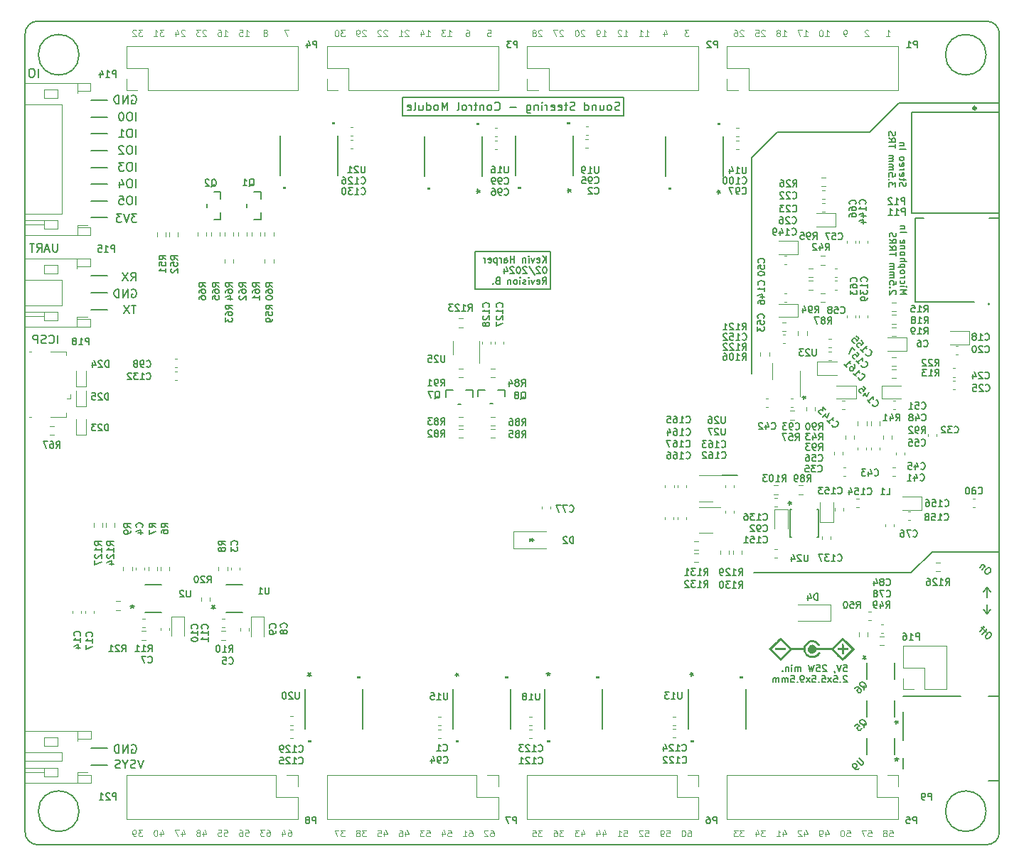
<source format=gbr>
%TF.GenerationSoftware,KiCad,Pcbnew,(6.0.11)*%
%TF.CreationDate,2024-03-19T14:27:04-04:00*%
%TF.ProjectId,Ultrasonic Sound Steering - Control Rev. B,556c7472-6173-46f6-9e69-6320536f756e,rev?*%
%TF.SameCoordinates,Original*%
%TF.FileFunction,Legend,Bot*%
%TF.FilePolarity,Positive*%
%FSLAX46Y46*%
G04 Gerber Fmt 4.6, Leading zero omitted, Abs format (unit mm)*
G04 Created by KiCad (PCBNEW (6.0.11)) date 2024-03-19 14:27:04*
%MOMM*%
%LPD*%
G01*
G04 APERTURE LIST*
%ADD10C,0.150000*%
%ADD11C,0.100000*%
%ADD12C,0.200000*%
%ADD13C,0.120000*%
%ADD14C,0.127000*%
%ADD15C,0.152400*%
%ADD16C,0.340000*%
G04 APERTURE END LIST*
D10*
X172680000Y-113110000D02*
X191440000Y-113110000D01*
X201905000Y-57110000D02*
X189980000Y-57110000D01*
X200347869Y-141500000D02*
G75*
G03*
X200347869Y-141500000I-2417696J0D01*
G01*
X200480000Y-114830000D02*
X200080000Y-115330000D01*
X148480000Y-79290000D02*
X139520000Y-79290000D01*
X139520000Y-79290000D02*
X139520000Y-74780000D01*
X139520000Y-74780000D02*
X148480000Y-74780000D01*
X148480000Y-74780000D02*
X148480000Y-79290000D01*
X201930364Y-48922894D02*
X201931326Y-143944933D01*
X87491326Y-47345192D02*
X200373184Y-47353000D01*
X93825000Y-56770000D02*
X95735000Y-56770000D01*
X200480000Y-115990000D02*
X200480000Y-114830000D01*
X92347911Y-141500000D02*
G75*
G03*
X92347911Y-141500000I-2417696J0D01*
G01*
X200347886Y-51350000D02*
G75*
G03*
X200347886Y-51350000I-2417696J0D01*
G01*
X130900000Y-58660000D02*
X157210000Y-58660000D01*
X157210000Y-58660000D02*
X157210000Y-56390000D01*
X157210000Y-56390000D02*
X130900000Y-56390000D01*
X130900000Y-56390000D02*
X130900000Y-58660000D01*
X200371250Y-145502999D02*
X87491508Y-145503000D01*
X93825000Y-62770000D02*
X95735000Y-62770000D01*
X200480000Y-118000000D02*
X200880000Y-117500000D01*
X93825000Y-58770000D02*
X95735000Y-58770000D01*
X146050000Y-109370000D02*
X146050000Y-108970000D01*
X146350000Y-109350000D02*
X146350000Y-108990000D01*
X146350000Y-108990000D02*
X146090000Y-109170000D01*
X200371252Y-145502948D02*
G75*
G03*
X201931326Y-143944933I60048J1499948D01*
G01*
X186480000Y-60610000D02*
X175480000Y-60610000D01*
X170743500Y-101455000D02*
X168843500Y-101455000D01*
X201931222Y-48913075D02*
G75*
G03*
X200373184Y-47353000I-1499922J60075D01*
G01*
X93825000Y-70770000D02*
X95735000Y-70770000D01*
X146090000Y-109170000D02*
X146350000Y-109350000D01*
X93825000Y-66770000D02*
X95735000Y-66770000D01*
X200480000Y-116840000D02*
X200480000Y-118000000D01*
X200480000Y-114830000D02*
X200880000Y-115330000D01*
X193930000Y-110620000D02*
X201930000Y-110620000D01*
X93825000Y-79710000D02*
X95735000Y-79710000D01*
X93825000Y-60770000D02*
X95735000Y-60770000D01*
X92347874Y-51350000D02*
G75*
G03*
X92347874Y-51350000I-2417696J0D01*
G01*
X93825000Y-68770000D02*
X95735000Y-68770000D01*
X191440000Y-113110000D02*
X193930000Y-110620000D01*
X93825000Y-77710000D02*
X95735000Y-77710000D01*
X85933442Y-143942924D02*
X85931250Y-48903258D01*
X200480000Y-118000000D02*
X200080000Y-117500000D01*
X93825000Y-136020000D02*
X95735000Y-136020000D01*
X93825000Y-134020000D02*
X95735000Y-134020000D01*
X93825000Y-81710000D02*
X95735000Y-81710000D01*
X172480000Y-63610000D02*
X172480000Y-89320000D01*
X85933374Y-143942921D02*
G75*
G03*
X87491508Y-145503000I1500026J-59979D01*
G01*
X189980000Y-57110000D02*
X186480000Y-60610000D01*
X146350000Y-109160000D02*
X146520000Y-109160000D01*
X175480000Y-60610000D02*
X172480000Y-63610000D01*
X87491325Y-47345228D02*
G75*
G03*
X85931250Y-48903258I-60025J-1499972D01*
G01*
X93825000Y-64770000D02*
X95735000Y-64770000D01*
D11*
X164889386Y-143764285D02*
X165032243Y-143764285D01*
X165103672Y-143800000D01*
X165139386Y-143835714D01*
X165210815Y-143942857D01*
X165246529Y-144085714D01*
X165246529Y-144371428D01*
X165210815Y-144442857D01*
X165175101Y-144478571D01*
X165103672Y-144514285D01*
X164960815Y-144514285D01*
X164889386Y-144478571D01*
X164853672Y-144442857D01*
X164817958Y-144371428D01*
X164817958Y-144192857D01*
X164853672Y-144121428D01*
X164889386Y-144085714D01*
X164960815Y-144050000D01*
X165103672Y-144050000D01*
X165175101Y-144085714D01*
X165210815Y-144121428D01*
X165246529Y-144192857D01*
X164353672Y-143764285D02*
X164282243Y-143764285D01*
X164210815Y-143800000D01*
X164175101Y-143835714D01*
X164139386Y-143907142D01*
X164103672Y-144050000D01*
X164103672Y-144228571D01*
X164139386Y-144371428D01*
X164175101Y-144442857D01*
X164210815Y-144478571D01*
X164282243Y-144514285D01*
X164353672Y-144514285D01*
X164425101Y-144478571D01*
X164460815Y-144442857D01*
X164496529Y-144371428D01*
X164532243Y-144228571D01*
X164532243Y-144050000D01*
X164496529Y-143907142D01*
X164460815Y-143835714D01*
X164425101Y-143800000D01*
X164353672Y-143764285D01*
X128689386Y-144014285D02*
X128689386Y-144514285D01*
X128867958Y-143728571D02*
X129046529Y-144264285D01*
X128582243Y-144264285D01*
X127939386Y-143764285D02*
X128296529Y-143764285D01*
X128332243Y-144121428D01*
X128296529Y-144085714D01*
X128225101Y-144050000D01*
X128046529Y-144050000D01*
X127975101Y-144085714D01*
X127939386Y-144121428D01*
X127903672Y-144192857D01*
X127903672Y-144371428D01*
X127939386Y-144442857D01*
X127975101Y-144478571D01*
X128046529Y-144514285D01*
X128225101Y-144514285D01*
X128296529Y-144478571D01*
X128332243Y-144442857D01*
X159773672Y-143764285D02*
X160130815Y-143764285D01*
X160166529Y-144121428D01*
X160130815Y-144085714D01*
X160059386Y-144050000D01*
X159880815Y-144050000D01*
X159809386Y-144085714D01*
X159773672Y-144121428D01*
X159737958Y-144192857D01*
X159737958Y-144371428D01*
X159773672Y-144442857D01*
X159809386Y-144478571D01*
X159880815Y-144514285D01*
X160059386Y-144514285D01*
X160130815Y-144478571D01*
X160166529Y-144442857D01*
X159452243Y-143835714D02*
X159416529Y-143800000D01*
X159345101Y-143764285D01*
X159166529Y-143764285D01*
X159095101Y-143800000D01*
X159059386Y-143835714D01*
X159023672Y-143907142D01*
X159023672Y-143978571D01*
X159059386Y-144085714D01*
X159487958Y-144514285D01*
X159023672Y-144514285D01*
D10*
X89836190Y-85762380D02*
X89836190Y-84762380D01*
X88788571Y-85667142D02*
X88836190Y-85714761D01*
X88979047Y-85762380D01*
X89074285Y-85762380D01*
X89217142Y-85714761D01*
X89312380Y-85619523D01*
X89360000Y-85524285D01*
X89407619Y-85333809D01*
X89407619Y-85190952D01*
X89360000Y-85000476D01*
X89312380Y-84905238D01*
X89217142Y-84810000D01*
X89074285Y-84762380D01*
X88979047Y-84762380D01*
X88836190Y-84810000D01*
X88788571Y-84857619D01*
X88407619Y-85714761D02*
X88264761Y-85762380D01*
X88026666Y-85762380D01*
X87931428Y-85714761D01*
X87883809Y-85667142D01*
X87836190Y-85571904D01*
X87836190Y-85476666D01*
X87883809Y-85381428D01*
X87931428Y-85333809D01*
X88026666Y-85286190D01*
X88217142Y-85238571D01*
X88312380Y-85190952D01*
X88360000Y-85143333D01*
X88407619Y-85048095D01*
X88407619Y-84952857D01*
X88360000Y-84857619D01*
X88312380Y-84810000D01*
X88217142Y-84762380D01*
X87979047Y-84762380D01*
X87836190Y-84810000D01*
X87407619Y-85762380D02*
X87407619Y-84762380D01*
X87026666Y-84762380D01*
X86931428Y-84810000D01*
X86883809Y-84857619D01*
X86836190Y-84952857D01*
X86836190Y-85095714D01*
X86883809Y-85190952D01*
X86931428Y-85238571D01*
X87026666Y-85286190D01*
X87407619Y-85286190D01*
D11*
X178657958Y-49164285D02*
X179086529Y-49164285D01*
X178872243Y-49164285D02*
X178872243Y-48414285D01*
X178943672Y-48521428D01*
X179015101Y-48592857D01*
X179086529Y-48628571D01*
X178407958Y-48414285D02*
X177907958Y-48414285D01*
X178229386Y-49164285D01*
X140996529Y-48414285D02*
X141353672Y-48414285D01*
X141389386Y-48771428D01*
X141353672Y-48735714D01*
X141282243Y-48700000D01*
X141103672Y-48700000D01*
X141032243Y-48735714D01*
X140996529Y-48771428D01*
X140960815Y-48842857D01*
X140960815Y-49021428D01*
X140996529Y-49092857D01*
X141032243Y-49128571D01*
X141103672Y-49164285D01*
X141282243Y-49164285D01*
X141353672Y-49128571D01*
X141389386Y-49092857D01*
X136273672Y-143764285D02*
X136630815Y-143764285D01*
X136666529Y-144121428D01*
X136630815Y-144085714D01*
X136559386Y-144050000D01*
X136380815Y-144050000D01*
X136309386Y-144085714D01*
X136273672Y-144121428D01*
X136237958Y-144192857D01*
X136237958Y-144371428D01*
X136273672Y-144442857D01*
X136309386Y-144478571D01*
X136380815Y-144514285D01*
X136559386Y-144514285D01*
X136630815Y-144478571D01*
X136666529Y-144442857D01*
X135595101Y-144014285D02*
X135595101Y-144514285D01*
X135773672Y-143728571D02*
X135952243Y-144264285D01*
X135487958Y-144264285D01*
D10*
X99144404Y-67192380D02*
X99144404Y-66192380D01*
X98477738Y-66192380D02*
X98287261Y-66192380D01*
X98192023Y-66240000D01*
X98096785Y-66335238D01*
X98049166Y-66525714D01*
X98049166Y-66859047D01*
X98096785Y-67049523D01*
X98192023Y-67144761D01*
X98287261Y-67192380D01*
X98477738Y-67192380D01*
X98572976Y-67144761D01*
X98668214Y-67049523D01*
X98715833Y-66859047D01*
X98715833Y-66525714D01*
X98668214Y-66335238D01*
X98572976Y-66240000D01*
X98477738Y-66192380D01*
X97192023Y-66525714D02*
X97192023Y-67192380D01*
X97430119Y-66144761D02*
X97668214Y-66859047D01*
X97049166Y-66859047D01*
D11*
X171466529Y-48485714D02*
X171430815Y-48450000D01*
X171359386Y-48414285D01*
X171180815Y-48414285D01*
X171109386Y-48450000D01*
X171073672Y-48485714D01*
X171037958Y-48557142D01*
X171037958Y-48628571D01*
X171073672Y-48735714D01*
X171502243Y-49164285D01*
X171037958Y-49164285D01*
X170395101Y-48414285D02*
X170537958Y-48414285D01*
X170609386Y-48450000D01*
X170645101Y-48485714D01*
X170716529Y-48592857D01*
X170752243Y-48735714D01*
X170752243Y-49021428D01*
X170716529Y-49092857D01*
X170680815Y-49128571D01*
X170609386Y-49164285D01*
X170466529Y-49164285D01*
X170395101Y-49128571D01*
X170359386Y-49092857D01*
X170323672Y-49021428D01*
X170323672Y-48842857D01*
X170359386Y-48771428D01*
X170395101Y-48735714D01*
X170466529Y-48700000D01*
X170609386Y-48700000D01*
X170680815Y-48735714D01*
X170716529Y-48771428D01*
X170752243Y-48842857D01*
X104594386Y-143989285D02*
X104594386Y-144489285D01*
X104772958Y-143703571D02*
X104951529Y-144239285D01*
X104487243Y-144239285D01*
X104272958Y-143739285D02*
X103772958Y-143739285D01*
X104094386Y-144489285D01*
X164925101Y-48414285D02*
X164460815Y-48414285D01*
X164710815Y-48700000D01*
X164603672Y-48700000D01*
X164532243Y-48735714D01*
X164496529Y-48771428D01*
X164460815Y-48842857D01*
X164460815Y-49021428D01*
X164496529Y-49092857D01*
X164532243Y-49128571D01*
X164603672Y-49164285D01*
X164817958Y-49164285D01*
X164889386Y-49128571D01*
X164925101Y-49092857D01*
X176189386Y-144014285D02*
X176189386Y-144514285D01*
X176367958Y-143728571D02*
X176546529Y-144264285D01*
X176082243Y-144264285D01*
X175403672Y-144514285D02*
X175832243Y-144514285D01*
X175617958Y-144514285D02*
X175617958Y-143764285D01*
X175689386Y-143871428D01*
X175760815Y-143942857D01*
X175832243Y-143978571D01*
D10*
X190122095Y-79872023D02*
X190922095Y-79872023D01*
X190350666Y-79605357D01*
X190922095Y-79338690D01*
X190122095Y-79338690D01*
X190122095Y-78957738D02*
X190655428Y-78957738D01*
X190922095Y-78957738D02*
X190884000Y-78995833D01*
X190845904Y-78957738D01*
X190884000Y-78919642D01*
X190922095Y-78957738D01*
X190845904Y-78957738D01*
X190160190Y-78233928D02*
X190122095Y-78310119D01*
X190122095Y-78462500D01*
X190160190Y-78538690D01*
X190198285Y-78576785D01*
X190274476Y-78614880D01*
X190503047Y-78614880D01*
X190579238Y-78576785D01*
X190617333Y-78538690D01*
X190655428Y-78462500D01*
X190655428Y-78310119D01*
X190617333Y-78233928D01*
X190122095Y-77891071D02*
X190655428Y-77891071D01*
X190503047Y-77891071D02*
X190579238Y-77852976D01*
X190617333Y-77814880D01*
X190655428Y-77738690D01*
X190655428Y-77662500D01*
X190122095Y-77281547D02*
X190160190Y-77357738D01*
X190198285Y-77395833D01*
X190274476Y-77433928D01*
X190503047Y-77433928D01*
X190579238Y-77395833D01*
X190617333Y-77357738D01*
X190655428Y-77281547D01*
X190655428Y-77167261D01*
X190617333Y-77091071D01*
X190579238Y-77052976D01*
X190503047Y-77014880D01*
X190274476Y-77014880D01*
X190198285Y-77052976D01*
X190160190Y-77091071D01*
X190122095Y-77167261D01*
X190122095Y-77281547D01*
X190655428Y-76672023D02*
X189855428Y-76672023D01*
X190617333Y-76672023D02*
X190655428Y-76595833D01*
X190655428Y-76443452D01*
X190617333Y-76367261D01*
X190579238Y-76329166D01*
X190503047Y-76291071D01*
X190274476Y-76291071D01*
X190198285Y-76329166D01*
X190160190Y-76367261D01*
X190122095Y-76443452D01*
X190122095Y-76595833D01*
X190160190Y-76672023D01*
X190122095Y-75948214D02*
X190922095Y-75948214D01*
X190122095Y-75605357D02*
X190541142Y-75605357D01*
X190617333Y-75643452D01*
X190655428Y-75719642D01*
X190655428Y-75833928D01*
X190617333Y-75910119D01*
X190579238Y-75948214D01*
X190122095Y-75110119D02*
X190160190Y-75186309D01*
X190198285Y-75224404D01*
X190274476Y-75262500D01*
X190503047Y-75262500D01*
X190579238Y-75224404D01*
X190617333Y-75186309D01*
X190655428Y-75110119D01*
X190655428Y-74995833D01*
X190617333Y-74919642D01*
X190579238Y-74881547D01*
X190503047Y-74843452D01*
X190274476Y-74843452D01*
X190198285Y-74881547D01*
X190160190Y-74919642D01*
X190122095Y-74995833D01*
X190122095Y-75110119D01*
X190655428Y-74500595D02*
X190122095Y-74500595D01*
X190579238Y-74500595D02*
X190617333Y-74462500D01*
X190655428Y-74386309D01*
X190655428Y-74272023D01*
X190617333Y-74195833D01*
X190541142Y-74157738D01*
X190122095Y-74157738D01*
X190160190Y-73472023D02*
X190122095Y-73548214D01*
X190122095Y-73700595D01*
X190160190Y-73776785D01*
X190236380Y-73814880D01*
X190541142Y-73814880D01*
X190617333Y-73776785D01*
X190655428Y-73700595D01*
X190655428Y-73548214D01*
X190617333Y-73472023D01*
X190541142Y-73433928D01*
X190464952Y-73433928D01*
X190388761Y-73814880D01*
X190122095Y-72481547D02*
X190922095Y-72481547D01*
X190655428Y-72100595D02*
X190122095Y-72100595D01*
X190579238Y-72100595D02*
X190617333Y-72062500D01*
X190655428Y-71986309D01*
X190655428Y-71872023D01*
X190617333Y-71795833D01*
X190541142Y-71757738D01*
X190122095Y-71757738D01*
X189557904Y-79910119D02*
X189596000Y-79872023D01*
X189634095Y-79795833D01*
X189634095Y-79605357D01*
X189596000Y-79529166D01*
X189557904Y-79491071D01*
X189481714Y-79452976D01*
X189405523Y-79452976D01*
X189291238Y-79491071D01*
X188834095Y-79948214D01*
X188834095Y-79452976D01*
X188910285Y-79110119D02*
X188872190Y-79072023D01*
X188834095Y-79110119D01*
X188872190Y-79148214D01*
X188910285Y-79110119D01*
X188834095Y-79110119D01*
X189634095Y-78348214D02*
X189634095Y-78729166D01*
X189253142Y-78767261D01*
X189291238Y-78729166D01*
X189329333Y-78652976D01*
X189329333Y-78462500D01*
X189291238Y-78386309D01*
X189253142Y-78348214D01*
X189176952Y-78310119D01*
X188986476Y-78310119D01*
X188910285Y-78348214D01*
X188872190Y-78386309D01*
X188834095Y-78462500D01*
X188834095Y-78652976D01*
X188872190Y-78729166D01*
X188910285Y-78767261D01*
X188834095Y-77967261D02*
X189367428Y-77967261D01*
X189291238Y-77967261D02*
X189329333Y-77929166D01*
X189367428Y-77852976D01*
X189367428Y-77738690D01*
X189329333Y-77662500D01*
X189253142Y-77624404D01*
X188834095Y-77624404D01*
X189253142Y-77624404D02*
X189329333Y-77586309D01*
X189367428Y-77510119D01*
X189367428Y-77395833D01*
X189329333Y-77319642D01*
X189253142Y-77281547D01*
X188834095Y-77281547D01*
X188834095Y-76900595D02*
X189367428Y-76900595D01*
X189291238Y-76900595D02*
X189329333Y-76862500D01*
X189367428Y-76786309D01*
X189367428Y-76672023D01*
X189329333Y-76595833D01*
X189253142Y-76557738D01*
X188834095Y-76557738D01*
X189253142Y-76557738D02*
X189329333Y-76519642D01*
X189367428Y-76443452D01*
X189367428Y-76329166D01*
X189329333Y-76252976D01*
X189253142Y-76214880D01*
X188834095Y-76214880D01*
X189634095Y-75338690D02*
X189634095Y-74881547D01*
X188834095Y-75110119D02*
X189634095Y-75110119D01*
X188834095Y-74157738D02*
X189215047Y-74424404D01*
X188834095Y-74614880D02*
X189634095Y-74614880D01*
X189634095Y-74310119D01*
X189596000Y-74233928D01*
X189557904Y-74195833D01*
X189481714Y-74157738D01*
X189367428Y-74157738D01*
X189291238Y-74195833D01*
X189253142Y-74233928D01*
X189215047Y-74310119D01*
X189215047Y-74614880D01*
X188834095Y-73357738D02*
X189215047Y-73624404D01*
X188834095Y-73814880D02*
X189634095Y-73814880D01*
X189634095Y-73510119D01*
X189596000Y-73433928D01*
X189557904Y-73395833D01*
X189481714Y-73357738D01*
X189367428Y-73357738D01*
X189291238Y-73395833D01*
X189253142Y-73433928D01*
X189215047Y-73510119D01*
X189215047Y-73814880D01*
X188872190Y-73052976D02*
X188834095Y-72938690D01*
X188834095Y-72748214D01*
X188872190Y-72672023D01*
X188910285Y-72633928D01*
X188986476Y-72595833D01*
X189062666Y-72595833D01*
X189138857Y-72633928D01*
X189176952Y-72672023D01*
X189215047Y-72748214D01*
X189253142Y-72900595D01*
X189291238Y-72976785D01*
X189329333Y-73014880D01*
X189405523Y-73052976D01*
X189481714Y-73052976D01*
X189557904Y-73014880D01*
X189596000Y-72976785D01*
X189634095Y-72900595D01*
X189634095Y-72710119D01*
X189596000Y-72595833D01*
D11*
X150042243Y-143764285D02*
X149577958Y-143764285D01*
X149827958Y-144050000D01*
X149720815Y-144050000D01*
X149649386Y-144085714D01*
X149613672Y-144121428D01*
X149577958Y-144192857D01*
X149577958Y-144371428D01*
X149613672Y-144442857D01*
X149649386Y-144478571D01*
X149720815Y-144514285D01*
X149935101Y-144514285D01*
X150006529Y-144478571D01*
X150042243Y-144442857D01*
X148935101Y-143764285D02*
X149077958Y-143764285D01*
X149149386Y-143800000D01*
X149185101Y-143835714D01*
X149256529Y-143942857D01*
X149292243Y-144085714D01*
X149292243Y-144371428D01*
X149256529Y-144442857D01*
X149220815Y-144478571D01*
X149149386Y-144514285D01*
X149006529Y-144514285D01*
X148935101Y-144478571D01*
X148899386Y-144442857D01*
X148863672Y-144371428D01*
X148863672Y-144192857D01*
X148899386Y-144121428D01*
X148935101Y-144085714D01*
X149006529Y-144050000D01*
X149149386Y-144050000D01*
X149220815Y-144085714D01*
X149256529Y-144121428D01*
X149292243Y-144192857D01*
D10*
X98620595Y-56250000D02*
X98715833Y-56202380D01*
X98858690Y-56202380D01*
X99001547Y-56250000D01*
X99096785Y-56345238D01*
X99144404Y-56440476D01*
X99192023Y-56630952D01*
X99192023Y-56773809D01*
X99144404Y-56964285D01*
X99096785Y-57059523D01*
X99001547Y-57154761D01*
X98858690Y-57202380D01*
X98763452Y-57202380D01*
X98620595Y-57154761D01*
X98572976Y-57107142D01*
X98572976Y-56773809D01*
X98763452Y-56773809D01*
X98144404Y-57202380D02*
X98144404Y-56202380D01*
X97572976Y-57202380D01*
X97572976Y-56202380D01*
X97096785Y-57202380D02*
X97096785Y-56202380D01*
X96858690Y-56202380D01*
X96715833Y-56250000D01*
X96620595Y-56345238D01*
X96572976Y-56440476D01*
X96525357Y-56630952D01*
X96525357Y-56773809D01*
X96572976Y-56964285D01*
X96620595Y-57059523D01*
X96715833Y-57154761D01*
X96858690Y-57202380D01*
X97096785Y-57202380D01*
X87483809Y-54022380D02*
X87483809Y-53022380D01*
X86817142Y-53022380D02*
X86626666Y-53022380D01*
X86531428Y-53070000D01*
X86436190Y-53165238D01*
X86388571Y-53355714D01*
X86388571Y-53689047D01*
X86436190Y-53879523D01*
X86531428Y-53974761D01*
X86626666Y-54022380D01*
X86817142Y-54022380D01*
X86912380Y-53974761D01*
X87007619Y-53879523D01*
X87055238Y-53689047D01*
X87055238Y-53355714D01*
X87007619Y-53165238D01*
X86912380Y-53070000D01*
X86817142Y-53022380D01*
D11*
X102447243Y-48389285D02*
X101982958Y-48389285D01*
X102232958Y-48675000D01*
X102125815Y-48675000D01*
X102054386Y-48710714D01*
X102018672Y-48746428D01*
X101982958Y-48817857D01*
X101982958Y-48996428D01*
X102018672Y-49067857D01*
X102054386Y-49103571D01*
X102125815Y-49139285D01*
X102340101Y-49139285D01*
X102411529Y-49103571D01*
X102447243Y-49067857D01*
X101268672Y-49139285D02*
X101697243Y-49139285D01*
X101482958Y-49139285D02*
X101482958Y-48389285D01*
X101554386Y-48496428D01*
X101625815Y-48567857D01*
X101697243Y-48603571D01*
X133733672Y-143764285D02*
X134090815Y-143764285D01*
X134126529Y-144121428D01*
X134090815Y-144085714D01*
X134019386Y-144050000D01*
X133840815Y-144050000D01*
X133769386Y-144085714D01*
X133733672Y-144121428D01*
X133697958Y-144192857D01*
X133697958Y-144371428D01*
X133733672Y-144442857D01*
X133769386Y-144478571D01*
X133840815Y-144514285D01*
X134019386Y-144514285D01*
X134090815Y-144478571D01*
X134126529Y-144442857D01*
X133447958Y-143764285D02*
X132983672Y-143764285D01*
X133233672Y-144050000D01*
X133126529Y-144050000D01*
X133055101Y-144085714D01*
X133019386Y-144121428D01*
X132983672Y-144192857D01*
X132983672Y-144371428D01*
X133019386Y-144442857D01*
X133055101Y-144478571D01*
X133126529Y-144514285D01*
X133340815Y-144514285D01*
X133412243Y-144478571D01*
X133447958Y-144442857D01*
D10*
X148240000Y-124942380D02*
X148240000Y-125180476D01*
X148478095Y-125085238D02*
X148240000Y-125180476D01*
X148001904Y-125085238D01*
X148382857Y-125370952D02*
X148240000Y-125180476D01*
X148097142Y-125370952D01*
D11*
X157197958Y-49164285D02*
X157626529Y-49164285D01*
X157412243Y-49164285D02*
X157412243Y-48414285D01*
X157483672Y-48521428D01*
X157555101Y-48592857D01*
X157626529Y-48628571D01*
X156912243Y-48485714D02*
X156876529Y-48450000D01*
X156805101Y-48414285D01*
X156626529Y-48414285D01*
X156555101Y-48450000D01*
X156519386Y-48485714D01*
X156483672Y-48557142D01*
X156483672Y-48628571D01*
X156519386Y-48735714D01*
X156947958Y-49164285D01*
X156483672Y-49164285D01*
X162313672Y-143764285D02*
X162670815Y-143764285D01*
X162706529Y-144121428D01*
X162670815Y-144085714D01*
X162599386Y-144050000D01*
X162420815Y-144050000D01*
X162349386Y-144085714D01*
X162313672Y-144121428D01*
X162277958Y-144192857D01*
X162277958Y-144371428D01*
X162313672Y-144442857D01*
X162349386Y-144478571D01*
X162420815Y-144514285D01*
X162599386Y-144514285D01*
X162670815Y-144478571D01*
X162706529Y-144442857D01*
X161920815Y-144514285D02*
X161777958Y-144514285D01*
X161706529Y-144478571D01*
X161670815Y-144442857D01*
X161599386Y-144335714D01*
X161563672Y-144192857D01*
X161563672Y-143907142D01*
X161599386Y-143835714D01*
X161635101Y-143800000D01*
X161706529Y-143764285D01*
X161849386Y-143764285D01*
X161920815Y-143800000D01*
X161956529Y-143835714D01*
X161992243Y-143907142D01*
X161992243Y-144085714D01*
X161956529Y-144157142D01*
X161920815Y-144192857D01*
X161849386Y-144228571D01*
X161706529Y-144228571D01*
X161635101Y-144192857D01*
X161599386Y-144157142D01*
X161563672Y-144085714D01*
X133697958Y-49164285D02*
X134126529Y-49164285D01*
X133912243Y-49164285D02*
X133912243Y-48414285D01*
X133983672Y-48521428D01*
X134055101Y-48592857D01*
X134126529Y-48628571D01*
X133055101Y-48664285D02*
X133055101Y-49164285D01*
X133233672Y-48378571D02*
X133412243Y-48914285D01*
X132947958Y-48914285D01*
D10*
X99144404Y-61202380D02*
X99144404Y-60202380D01*
X98477738Y-60202380D02*
X98287261Y-60202380D01*
X98192023Y-60250000D01*
X98096785Y-60345238D01*
X98049166Y-60535714D01*
X98049166Y-60869047D01*
X98096785Y-61059523D01*
X98192023Y-61154761D01*
X98287261Y-61202380D01*
X98477738Y-61202380D01*
X98572976Y-61154761D01*
X98668214Y-61059523D01*
X98715833Y-60869047D01*
X98715833Y-60535714D01*
X98668214Y-60345238D01*
X98572976Y-60250000D01*
X98477738Y-60202380D01*
X97096785Y-61202380D02*
X97668214Y-61202380D01*
X97382500Y-61202380D02*
X97382500Y-60202380D01*
X97477738Y-60345238D01*
X97572976Y-60440476D01*
X97668214Y-60488095D01*
D11*
X136237958Y-49164285D02*
X136666529Y-49164285D01*
X136452243Y-49164285D02*
X136452243Y-48414285D01*
X136523672Y-48521428D01*
X136595101Y-48592857D01*
X136666529Y-48628571D01*
X135987958Y-48414285D02*
X135523672Y-48414285D01*
X135773672Y-48700000D01*
X135666529Y-48700000D01*
X135595101Y-48735714D01*
X135559386Y-48771428D01*
X135523672Y-48842857D01*
X135523672Y-49021428D01*
X135559386Y-49092857D01*
X135595101Y-49128571D01*
X135666529Y-49164285D01*
X135880815Y-49164285D01*
X135952243Y-49128571D01*
X135987958Y-49092857D01*
D10*
X189690000Y-135112380D02*
X189690000Y-135350476D01*
X189928095Y-135255238D02*
X189690000Y-135350476D01*
X189451904Y-135255238D01*
X189832857Y-135540952D02*
X189690000Y-135350476D01*
X189547142Y-135540952D01*
D11*
X102054386Y-143989285D02*
X102054386Y-144489285D01*
X102232958Y-143703571D02*
X102411529Y-144239285D01*
X101947243Y-144239285D01*
X101518672Y-143739285D02*
X101447243Y-143739285D01*
X101375815Y-143775000D01*
X101340101Y-143810714D01*
X101304386Y-143882142D01*
X101268672Y-144025000D01*
X101268672Y-144203571D01*
X101304386Y-144346428D01*
X101340101Y-144417857D01*
X101375815Y-144453571D01*
X101447243Y-144489285D01*
X101518672Y-144489285D01*
X101590101Y-144453571D01*
X101625815Y-144417857D01*
X101661529Y-144346428D01*
X101697243Y-144203571D01*
X101697243Y-144025000D01*
X101661529Y-143882142D01*
X101625815Y-143810714D01*
X101590101Y-143775000D01*
X101518672Y-143739285D01*
X109602958Y-49139285D02*
X110031529Y-49139285D01*
X109817243Y-49139285D02*
X109817243Y-48389285D01*
X109888672Y-48496428D01*
X109960101Y-48567857D01*
X110031529Y-48603571D01*
X108960101Y-48389285D02*
X109102958Y-48389285D01*
X109174386Y-48425000D01*
X109210101Y-48460714D01*
X109281529Y-48567857D01*
X109317243Y-48710714D01*
X109317243Y-48996428D01*
X109281529Y-49067857D01*
X109245815Y-49103571D01*
X109174386Y-49139285D01*
X109031529Y-49139285D01*
X108960101Y-49103571D01*
X108924386Y-49067857D01*
X108888672Y-48996428D01*
X108888672Y-48817857D01*
X108924386Y-48746428D01*
X108960101Y-48710714D01*
X109031529Y-48675000D01*
X109174386Y-48675000D01*
X109245815Y-48710714D01*
X109281529Y-48746428D01*
X109317243Y-48817857D01*
X154657958Y-49164285D02*
X155086529Y-49164285D01*
X154872243Y-49164285D02*
X154872243Y-48414285D01*
X154943672Y-48521428D01*
X155015101Y-48592857D01*
X155086529Y-48628571D01*
X154300815Y-49164285D02*
X154157958Y-49164285D01*
X154086529Y-49128571D01*
X154050815Y-49092857D01*
X153979386Y-48985714D01*
X153943672Y-48842857D01*
X153943672Y-48557142D01*
X153979386Y-48485714D01*
X154015101Y-48450000D01*
X154086529Y-48414285D01*
X154229386Y-48414285D01*
X154300815Y-48450000D01*
X154336529Y-48485714D01*
X154372243Y-48557142D01*
X154372243Y-48735714D01*
X154336529Y-48807142D01*
X154300815Y-48842857D01*
X154229386Y-48878571D01*
X154086529Y-48878571D01*
X154015101Y-48842857D01*
X153979386Y-48807142D01*
X153943672Y-48735714D01*
D10*
X119780000Y-125457619D02*
X119780000Y-125219523D01*
X119541904Y-125314761D02*
X119780000Y-125219523D01*
X120018095Y-125314761D01*
X119637142Y-125029047D02*
X119780000Y-125219523D01*
X119922857Y-125029047D01*
X89805238Y-73852380D02*
X89805238Y-74661904D01*
X89757619Y-74757142D01*
X89710000Y-74804761D01*
X89614761Y-74852380D01*
X89424285Y-74852380D01*
X89329047Y-74804761D01*
X89281428Y-74757142D01*
X89233809Y-74661904D01*
X89233809Y-73852380D01*
X88805238Y-74566666D02*
X88329047Y-74566666D01*
X88900476Y-74852380D02*
X88567142Y-73852380D01*
X88233809Y-74852380D01*
X87329047Y-74852380D02*
X87662380Y-74376190D01*
X87900476Y-74852380D02*
X87900476Y-73852380D01*
X87519523Y-73852380D01*
X87424285Y-73900000D01*
X87376666Y-73947619D01*
X87329047Y-74042857D01*
X87329047Y-74185714D01*
X87376666Y-74280952D01*
X87424285Y-74328571D01*
X87519523Y-74376190D01*
X87900476Y-74376190D01*
X87043333Y-73852380D02*
X86471904Y-73852380D01*
X86757619Y-74852380D02*
X86757619Y-73852380D01*
D11*
X150006529Y-48485714D02*
X149970815Y-48450000D01*
X149899386Y-48414285D01*
X149720815Y-48414285D01*
X149649386Y-48450000D01*
X149613672Y-48485714D01*
X149577958Y-48557142D01*
X149577958Y-48628571D01*
X149613672Y-48735714D01*
X150042243Y-49164285D01*
X149577958Y-49164285D01*
X149327958Y-48414285D02*
X148827958Y-48414285D01*
X149149386Y-49164285D01*
X174042243Y-143764285D02*
X173577958Y-143764285D01*
X173827958Y-144050000D01*
X173720815Y-144050000D01*
X173649386Y-144085714D01*
X173613672Y-144121428D01*
X173577958Y-144192857D01*
X173577958Y-144371428D01*
X173613672Y-144442857D01*
X173649386Y-144478571D01*
X173720815Y-144514285D01*
X173935101Y-144514285D01*
X174006529Y-144478571D01*
X174042243Y-144442857D01*
X172935101Y-144014285D02*
X172935101Y-144514285D01*
X173113672Y-143728571D02*
X173292243Y-144264285D01*
X172827958Y-144264285D01*
X152546529Y-48485714D02*
X152510815Y-48450000D01*
X152439386Y-48414285D01*
X152260815Y-48414285D01*
X152189386Y-48450000D01*
X152153672Y-48485714D01*
X152117958Y-48557142D01*
X152117958Y-48628571D01*
X152153672Y-48735714D01*
X152582243Y-49164285D01*
X152117958Y-49164285D01*
X151653672Y-48414285D02*
X151582243Y-48414285D01*
X151510815Y-48450000D01*
X151475101Y-48485714D01*
X151439386Y-48557142D01*
X151403672Y-48700000D01*
X151403672Y-48878571D01*
X151439386Y-49021428D01*
X151475101Y-49092857D01*
X151510815Y-49128571D01*
X151582243Y-49164285D01*
X151653672Y-49164285D01*
X151725101Y-49128571D01*
X151760815Y-49092857D01*
X151796529Y-49021428D01*
X151832243Y-48878571D01*
X151832243Y-48700000D01*
X151796529Y-48557142D01*
X151760815Y-48485714D01*
X151725101Y-48450000D01*
X151653672Y-48414285D01*
X138849386Y-143764285D02*
X138992243Y-143764285D01*
X139063672Y-143800000D01*
X139099386Y-143835714D01*
X139170815Y-143942857D01*
X139206529Y-144085714D01*
X139206529Y-144371428D01*
X139170815Y-144442857D01*
X139135101Y-144478571D01*
X139063672Y-144514285D01*
X138920815Y-144514285D01*
X138849386Y-144478571D01*
X138813672Y-144442857D01*
X138777958Y-144371428D01*
X138777958Y-144192857D01*
X138813672Y-144121428D01*
X138849386Y-144085714D01*
X138920815Y-144050000D01*
X139063672Y-144050000D01*
X139135101Y-144085714D01*
X139170815Y-144121428D01*
X139206529Y-144192857D01*
X138063672Y-144514285D02*
X138492243Y-144514285D01*
X138277958Y-144514285D02*
X138277958Y-143764285D01*
X138349386Y-143871428D01*
X138420815Y-143942857D01*
X138492243Y-143978571D01*
X174006529Y-48485714D02*
X173970815Y-48450000D01*
X173899386Y-48414285D01*
X173720815Y-48414285D01*
X173649386Y-48450000D01*
X173613672Y-48485714D01*
X173577958Y-48557142D01*
X173577958Y-48628571D01*
X173613672Y-48735714D01*
X174042243Y-49164285D01*
X173577958Y-49164285D01*
X172899386Y-48414285D02*
X173256529Y-48414285D01*
X173292243Y-48771428D01*
X173256529Y-48735714D01*
X173185101Y-48700000D01*
X173006529Y-48700000D01*
X172935101Y-48735714D01*
X172899386Y-48771428D01*
X172863672Y-48842857D01*
X172863672Y-49021428D01*
X172899386Y-49092857D01*
X172935101Y-49128571D01*
X173006529Y-49164285D01*
X173185101Y-49164285D01*
X173256529Y-49128571D01*
X173292243Y-49092857D01*
D10*
X99144404Y-65192380D02*
X99144404Y-64192380D01*
X98477738Y-64192380D02*
X98287261Y-64192380D01*
X98192023Y-64240000D01*
X98096785Y-64335238D01*
X98049166Y-64525714D01*
X98049166Y-64859047D01*
X98096785Y-65049523D01*
X98192023Y-65144761D01*
X98287261Y-65192380D01*
X98477738Y-65192380D01*
X98572976Y-65144761D01*
X98668214Y-65049523D01*
X98715833Y-64859047D01*
X98715833Y-64525714D01*
X98668214Y-64335238D01*
X98572976Y-64240000D01*
X98477738Y-64192380D01*
X97715833Y-64192380D02*
X97096785Y-64192380D01*
X97430119Y-64573333D01*
X97287261Y-64573333D01*
X97192023Y-64620952D01*
X97144404Y-64668571D01*
X97096785Y-64763809D01*
X97096785Y-65001904D01*
X97144404Y-65097142D01*
X97192023Y-65144761D01*
X97287261Y-65192380D01*
X97572976Y-65192380D01*
X97668214Y-65144761D01*
X97715833Y-65097142D01*
D11*
X157233672Y-143764285D02*
X157590815Y-143764285D01*
X157626529Y-144121428D01*
X157590815Y-144085714D01*
X157519386Y-144050000D01*
X157340815Y-144050000D01*
X157269386Y-144085714D01*
X157233672Y-144121428D01*
X157197958Y-144192857D01*
X157197958Y-144371428D01*
X157233672Y-144442857D01*
X157269386Y-144478571D01*
X157340815Y-144514285D01*
X157519386Y-144514285D01*
X157590815Y-144478571D01*
X157626529Y-144442857D01*
X156483672Y-144514285D02*
X156912243Y-144514285D01*
X156697958Y-144514285D02*
X156697958Y-143764285D01*
X156769386Y-143871428D01*
X156840815Y-143942857D01*
X156912243Y-143978571D01*
D10*
X100014285Y-135382380D02*
X99680952Y-136382380D01*
X99347619Y-135382380D01*
X99061904Y-136334761D02*
X98919047Y-136382380D01*
X98680952Y-136382380D01*
X98585714Y-136334761D01*
X98538095Y-136287142D01*
X98490476Y-136191904D01*
X98490476Y-136096666D01*
X98538095Y-136001428D01*
X98585714Y-135953809D01*
X98680952Y-135906190D01*
X98871428Y-135858571D01*
X98966666Y-135810952D01*
X99014285Y-135763333D01*
X99061904Y-135668095D01*
X99061904Y-135572857D01*
X99014285Y-135477619D01*
X98966666Y-135430000D01*
X98871428Y-135382380D01*
X98633333Y-135382380D01*
X98490476Y-135430000D01*
X97871428Y-135906190D02*
X97871428Y-136382380D01*
X98204761Y-135382380D02*
X97871428Y-135906190D01*
X97538095Y-135382380D01*
X97252380Y-136334761D02*
X97109523Y-136382380D01*
X96871428Y-136382380D01*
X96776190Y-136334761D01*
X96728571Y-136287142D01*
X96680952Y-136191904D01*
X96680952Y-136096666D01*
X96728571Y-136001428D01*
X96776190Y-135953809D01*
X96871428Y-135906190D01*
X97061904Y-135858571D01*
X97157142Y-135810952D01*
X97204761Y-135763333D01*
X97252380Y-135668095D01*
X97252380Y-135572857D01*
X97204761Y-135477619D01*
X97157142Y-135430000D01*
X97061904Y-135382380D01*
X96823809Y-135382380D01*
X96680952Y-135430000D01*
D11*
X107491529Y-48460714D02*
X107455815Y-48425000D01*
X107384386Y-48389285D01*
X107205815Y-48389285D01*
X107134386Y-48425000D01*
X107098672Y-48460714D01*
X107062958Y-48532142D01*
X107062958Y-48603571D01*
X107098672Y-48710714D01*
X107527243Y-49139285D01*
X107062958Y-49139285D01*
X106812958Y-48389285D02*
X106348672Y-48389285D01*
X106598672Y-48675000D01*
X106491529Y-48675000D01*
X106420101Y-48710714D01*
X106384386Y-48746428D01*
X106348672Y-48817857D01*
X106348672Y-48996428D01*
X106384386Y-49067857D01*
X106420101Y-49103571D01*
X106491529Y-49139285D01*
X106705815Y-49139285D01*
X106777243Y-49103571D01*
X106812958Y-49067857D01*
X147466529Y-48485714D02*
X147430815Y-48450000D01*
X147359386Y-48414285D01*
X147180815Y-48414285D01*
X147109386Y-48450000D01*
X147073672Y-48485714D01*
X147037958Y-48557142D01*
X147037958Y-48628571D01*
X147073672Y-48735714D01*
X147502243Y-49164285D01*
X147037958Y-49164285D01*
X146609386Y-48735714D02*
X146680815Y-48700000D01*
X146716529Y-48664285D01*
X146752243Y-48592857D01*
X146752243Y-48557142D01*
X146716529Y-48485714D01*
X146680815Y-48450000D01*
X146609386Y-48414285D01*
X146466529Y-48414285D01*
X146395101Y-48450000D01*
X146359386Y-48485714D01*
X146323672Y-48557142D01*
X146323672Y-48592857D01*
X146359386Y-48664285D01*
X146395101Y-48700000D01*
X146466529Y-48735714D01*
X146609386Y-48735714D01*
X146680815Y-48771428D01*
X146716529Y-48807142D01*
X146752243Y-48878571D01*
X146752243Y-49021428D01*
X146716529Y-49092857D01*
X146680815Y-49128571D01*
X146609386Y-49164285D01*
X146466529Y-49164285D01*
X146395101Y-49128571D01*
X146359386Y-49092857D01*
X146323672Y-49021428D01*
X146323672Y-48878571D01*
X146359386Y-48807142D01*
X146395101Y-48771428D01*
X146466529Y-48735714D01*
X109638672Y-143739285D02*
X109995815Y-143739285D01*
X110031529Y-144096428D01*
X109995815Y-144060714D01*
X109924386Y-144025000D01*
X109745815Y-144025000D01*
X109674386Y-144060714D01*
X109638672Y-144096428D01*
X109602958Y-144167857D01*
X109602958Y-144346428D01*
X109638672Y-144417857D01*
X109674386Y-144453571D01*
X109745815Y-144489285D01*
X109924386Y-144489285D01*
X109995815Y-144453571D01*
X110031529Y-144417857D01*
X108924386Y-143739285D02*
X109281529Y-143739285D01*
X109317243Y-144096428D01*
X109281529Y-144060714D01*
X109210101Y-144025000D01*
X109031529Y-144025000D01*
X108960101Y-144060714D01*
X108924386Y-144096428D01*
X108888672Y-144167857D01*
X108888672Y-144346428D01*
X108924386Y-144417857D01*
X108960101Y-144453571D01*
X109031529Y-144489285D01*
X109210101Y-144489285D01*
X109281529Y-144453571D01*
X109317243Y-144417857D01*
X186313672Y-143764285D02*
X186670815Y-143764285D01*
X186706529Y-144121428D01*
X186670815Y-144085714D01*
X186599386Y-144050000D01*
X186420815Y-144050000D01*
X186349386Y-144085714D01*
X186313672Y-144121428D01*
X186277958Y-144192857D01*
X186277958Y-144371428D01*
X186313672Y-144442857D01*
X186349386Y-144478571D01*
X186420815Y-144514285D01*
X186599386Y-144514285D01*
X186670815Y-144478571D01*
X186706529Y-144442857D01*
X186027958Y-143764285D02*
X185527958Y-143764285D01*
X185849386Y-144514285D01*
D10*
X98620595Y-79350000D02*
X98715833Y-79302380D01*
X98858690Y-79302380D01*
X99001547Y-79350000D01*
X99096785Y-79445238D01*
X99144404Y-79540476D01*
X99192023Y-79730952D01*
X99192023Y-79873809D01*
X99144404Y-80064285D01*
X99096785Y-80159523D01*
X99001547Y-80254761D01*
X98858690Y-80302380D01*
X98763452Y-80302380D01*
X98620595Y-80254761D01*
X98572976Y-80207142D01*
X98572976Y-79873809D01*
X98763452Y-79873809D01*
X98144404Y-80302380D02*
X98144404Y-79302380D01*
X97572976Y-80302380D01*
X97572976Y-79302380D01*
X97096785Y-80302380D02*
X97096785Y-79302380D01*
X96858690Y-79302380D01*
X96715833Y-79350000D01*
X96620595Y-79445238D01*
X96572976Y-79540476D01*
X96525357Y-79730952D01*
X96525357Y-79873809D01*
X96572976Y-80064285D01*
X96620595Y-80159523D01*
X96715833Y-80254761D01*
X96858690Y-80302380D01*
X97096785Y-80302380D01*
D11*
X114754386Y-143739285D02*
X114897243Y-143739285D01*
X114968672Y-143775000D01*
X115004386Y-143810714D01*
X115075815Y-143917857D01*
X115111529Y-144060714D01*
X115111529Y-144346428D01*
X115075815Y-144417857D01*
X115040101Y-144453571D01*
X114968672Y-144489285D01*
X114825815Y-144489285D01*
X114754386Y-144453571D01*
X114718672Y-144417857D01*
X114682958Y-144346428D01*
X114682958Y-144167857D01*
X114718672Y-144096428D01*
X114754386Y-144060714D01*
X114825815Y-144025000D01*
X114968672Y-144025000D01*
X115040101Y-144060714D01*
X115075815Y-144096428D01*
X115111529Y-144167857D01*
X114432958Y-143739285D02*
X113968672Y-143739285D01*
X114218672Y-144025000D01*
X114111529Y-144025000D01*
X114040101Y-144060714D01*
X114004386Y-144096428D01*
X113968672Y-144167857D01*
X113968672Y-144346428D01*
X114004386Y-144417857D01*
X114040101Y-144453571D01*
X114111529Y-144489285D01*
X114325815Y-144489285D01*
X114397243Y-144453571D01*
X114432958Y-144417857D01*
D10*
X99239642Y-70302380D02*
X98620595Y-70302380D01*
X98953928Y-70683333D01*
X98811071Y-70683333D01*
X98715833Y-70730952D01*
X98668214Y-70778571D01*
X98620595Y-70873809D01*
X98620595Y-71111904D01*
X98668214Y-71207142D01*
X98715833Y-71254761D01*
X98811071Y-71302380D01*
X99096785Y-71302380D01*
X99192023Y-71254761D01*
X99239642Y-71207142D01*
X98334880Y-70302380D02*
X98001547Y-71302380D01*
X97668214Y-70302380D01*
X97430119Y-70302380D02*
X96811071Y-70302380D01*
X97144404Y-70683333D01*
X97001547Y-70683333D01*
X96906309Y-70730952D01*
X96858690Y-70778571D01*
X96811071Y-70873809D01*
X96811071Y-71111904D01*
X96858690Y-71207142D01*
X96906309Y-71254761D01*
X97001547Y-71302380D01*
X97287261Y-71302380D01*
X97382500Y-71254761D01*
X97430119Y-71207142D01*
X99144404Y-63202380D02*
X99144404Y-62202380D01*
X98477738Y-62202380D02*
X98287261Y-62202380D01*
X98192023Y-62250000D01*
X98096785Y-62345238D01*
X98049166Y-62535714D01*
X98049166Y-62869047D01*
X98096785Y-63059523D01*
X98192023Y-63154761D01*
X98287261Y-63202380D01*
X98477738Y-63202380D01*
X98572976Y-63154761D01*
X98668214Y-63059523D01*
X98715833Y-62869047D01*
X98715833Y-62535714D01*
X98668214Y-62345238D01*
X98572976Y-62250000D01*
X98477738Y-62202380D01*
X97668214Y-62297619D02*
X97620595Y-62250000D01*
X97525357Y-62202380D01*
X97287261Y-62202380D01*
X97192023Y-62250000D01*
X97144404Y-62297619D01*
X97096785Y-62392857D01*
X97096785Y-62488095D01*
X97144404Y-62630952D01*
X97715833Y-63202380D01*
X97096785Y-63202380D01*
D11*
X161992243Y-48664285D02*
X161992243Y-49164285D01*
X162170815Y-48378571D02*
X162349386Y-48914285D01*
X161885101Y-48914285D01*
X104951529Y-48460714D02*
X104915815Y-48425000D01*
X104844386Y-48389285D01*
X104665815Y-48389285D01*
X104594386Y-48425000D01*
X104558672Y-48460714D01*
X104522958Y-48532142D01*
X104522958Y-48603571D01*
X104558672Y-48710714D01*
X104987243Y-49139285D01*
X104522958Y-49139285D01*
X103880101Y-48639285D02*
X103880101Y-49139285D01*
X104058672Y-48353571D02*
X104237243Y-48889285D01*
X103772958Y-48889285D01*
X131229386Y-144014285D02*
X131229386Y-144514285D01*
X131407958Y-143728571D02*
X131586529Y-144264285D01*
X131122243Y-144264285D01*
X130515101Y-143764285D02*
X130657958Y-143764285D01*
X130729386Y-143800000D01*
X130765101Y-143835714D01*
X130836529Y-143942857D01*
X130872243Y-144085714D01*
X130872243Y-144371428D01*
X130836529Y-144442857D01*
X130800815Y-144478571D01*
X130729386Y-144514285D01*
X130586529Y-144514285D01*
X130515101Y-144478571D01*
X130479386Y-144442857D01*
X130443672Y-144371428D01*
X130443672Y-144192857D01*
X130479386Y-144121428D01*
X130515101Y-144085714D01*
X130586529Y-144050000D01*
X130729386Y-144050000D01*
X130800815Y-144085714D01*
X130836529Y-144121428D01*
X130872243Y-144192857D01*
X188460815Y-49164285D02*
X188889386Y-49164285D01*
X188675101Y-49164285D02*
X188675101Y-48414285D01*
X188746529Y-48521428D01*
X188817958Y-48592857D01*
X188889386Y-48628571D01*
D10*
X200899560Y-112619999D02*
X200791810Y-112512250D01*
X200710998Y-112485312D01*
X200603248Y-112485312D01*
X200468561Y-112566125D01*
X200280000Y-112754687D01*
X200199187Y-112889374D01*
X200199187Y-112997123D01*
X200226125Y-113077935D01*
X200333874Y-113185685D01*
X200414687Y-113212622D01*
X200522436Y-113212622D01*
X200657123Y-113131810D01*
X200845685Y-112943248D01*
X200926497Y-112808561D01*
X200926497Y-112700812D01*
X200899560Y-112619999D01*
X200226125Y-112323688D02*
X199849001Y-112700812D01*
X200172250Y-112377563D02*
X200172250Y-112323688D01*
X200145312Y-112242876D01*
X200064500Y-112162064D01*
X199983688Y-112135126D01*
X199902876Y-112162064D01*
X199606564Y-112458375D01*
X99144404Y-69192380D02*
X99144404Y-68192380D01*
X98477738Y-68192380D02*
X98287261Y-68192380D01*
X98192023Y-68240000D01*
X98096785Y-68335238D01*
X98049166Y-68525714D01*
X98049166Y-68859047D01*
X98096785Y-69049523D01*
X98192023Y-69144761D01*
X98287261Y-69192380D01*
X98477738Y-69192380D01*
X98572976Y-69144761D01*
X98668214Y-69049523D01*
X98715833Y-68859047D01*
X98715833Y-68525714D01*
X98668214Y-68335238D01*
X98572976Y-68240000D01*
X98477738Y-68192380D01*
X97144404Y-68192380D02*
X97620595Y-68192380D01*
X97668214Y-68668571D01*
X97620595Y-68620952D01*
X97525357Y-68573333D01*
X97287261Y-68573333D01*
X97192023Y-68620952D01*
X97144404Y-68668571D01*
X97096785Y-68763809D01*
X97096785Y-69001904D01*
X97144404Y-69097142D01*
X97192023Y-69144761D01*
X97287261Y-69192380D01*
X97525357Y-69192380D01*
X97620595Y-69144761D01*
X97668214Y-69097142D01*
D11*
X117330101Y-48389285D02*
X116830101Y-48389285D01*
X117151529Y-49139285D01*
X188853672Y-143764285D02*
X189210815Y-143764285D01*
X189246529Y-144121428D01*
X189210815Y-144085714D01*
X189139386Y-144050000D01*
X188960815Y-144050000D01*
X188889386Y-144085714D01*
X188853672Y-144121428D01*
X188817958Y-144192857D01*
X188817958Y-144371428D01*
X188853672Y-144442857D01*
X188889386Y-144478571D01*
X188960815Y-144514285D01*
X189139386Y-144514285D01*
X189210815Y-144478571D01*
X189246529Y-144442857D01*
X188389386Y-144085714D02*
X188460815Y-144050000D01*
X188496529Y-144014285D01*
X188532243Y-143942857D01*
X188532243Y-143907142D01*
X188496529Y-143835714D01*
X188460815Y-143800000D01*
X188389386Y-143764285D01*
X188246529Y-143764285D01*
X188175101Y-143800000D01*
X188139386Y-143835714D01*
X188103672Y-143907142D01*
X188103672Y-143942857D01*
X188139386Y-144014285D01*
X188175101Y-144050000D01*
X188246529Y-144085714D01*
X188389386Y-144085714D01*
X188460815Y-144121428D01*
X188496529Y-144157142D01*
X188532243Y-144228571D01*
X188532243Y-144371428D01*
X188496529Y-144442857D01*
X188460815Y-144478571D01*
X188389386Y-144514285D01*
X188246529Y-144514285D01*
X188175101Y-144478571D01*
X188139386Y-144442857D01*
X188103672Y-144371428D01*
X188103672Y-144228571D01*
X188139386Y-144157142D01*
X188175101Y-144121428D01*
X188246529Y-144085714D01*
X99907243Y-143739285D02*
X99442958Y-143739285D01*
X99692958Y-144025000D01*
X99585815Y-144025000D01*
X99514386Y-144060714D01*
X99478672Y-144096428D01*
X99442958Y-144167857D01*
X99442958Y-144346428D01*
X99478672Y-144417857D01*
X99514386Y-144453571D01*
X99585815Y-144489285D01*
X99800101Y-144489285D01*
X99871529Y-144453571D01*
X99907243Y-144417857D01*
X99085815Y-144489285D02*
X98942958Y-144489285D01*
X98871529Y-144453571D01*
X98835815Y-144417857D01*
X98764386Y-144310714D01*
X98728672Y-144167857D01*
X98728672Y-143882142D01*
X98764386Y-143810714D01*
X98800101Y-143775000D01*
X98871529Y-143739285D01*
X99014386Y-143739285D01*
X99085815Y-143775000D01*
X99121529Y-143810714D01*
X99157243Y-143882142D01*
X99157243Y-144060714D01*
X99121529Y-144132142D01*
X99085815Y-144167857D01*
X99014386Y-144203571D01*
X98871529Y-144203571D01*
X98800101Y-144167857D01*
X98764386Y-144132142D01*
X98728672Y-144060714D01*
X183737958Y-49164285D02*
X183595101Y-49164285D01*
X183523672Y-49128571D01*
X183487958Y-49092857D01*
X183416529Y-48985714D01*
X183380815Y-48842857D01*
X183380815Y-48557142D01*
X183416529Y-48485714D01*
X183452243Y-48450000D01*
X183523672Y-48414285D01*
X183666529Y-48414285D01*
X183737958Y-48450000D01*
X183773672Y-48485714D01*
X183809386Y-48557142D01*
X183809386Y-48735714D01*
X183773672Y-48807142D01*
X183737958Y-48842857D01*
X183666529Y-48878571D01*
X183523672Y-48878571D01*
X183452243Y-48842857D01*
X183416529Y-48807142D01*
X183380815Y-48735714D01*
X124002243Y-143764285D02*
X123537958Y-143764285D01*
X123787958Y-144050000D01*
X123680815Y-144050000D01*
X123609386Y-144085714D01*
X123573672Y-144121428D01*
X123537958Y-144192857D01*
X123537958Y-144371428D01*
X123573672Y-144442857D01*
X123609386Y-144478571D01*
X123680815Y-144514285D01*
X123895101Y-144514285D01*
X123966529Y-144478571D01*
X124002243Y-144442857D01*
X123287958Y-143764285D02*
X122787958Y-143764285D01*
X123109386Y-144514285D01*
X178729386Y-144014285D02*
X178729386Y-144514285D01*
X178907958Y-143728571D02*
X179086529Y-144264285D01*
X178622243Y-144264285D01*
X178372243Y-143835714D02*
X178336529Y-143800000D01*
X178265101Y-143764285D01*
X178086529Y-143764285D01*
X178015101Y-143800000D01*
X177979386Y-143835714D01*
X177943672Y-143907142D01*
X177943672Y-143978571D01*
X177979386Y-144085714D01*
X178407958Y-144514285D01*
X177943672Y-144514285D01*
X112178672Y-143739285D02*
X112535815Y-143739285D01*
X112571529Y-144096428D01*
X112535815Y-144060714D01*
X112464386Y-144025000D01*
X112285815Y-144025000D01*
X112214386Y-144060714D01*
X112178672Y-144096428D01*
X112142958Y-144167857D01*
X112142958Y-144346428D01*
X112178672Y-144417857D01*
X112214386Y-144453571D01*
X112285815Y-144489285D01*
X112464386Y-144489285D01*
X112535815Y-144453571D01*
X112571529Y-144417857D01*
X111500101Y-143739285D02*
X111642958Y-143739285D01*
X111714386Y-143775000D01*
X111750101Y-143810714D01*
X111821529Y-143917857D01*
X111857243Y-144060714D01*
X111857243Y-144346428D01*
X111821529Y-144417857D01*
X111785815Y-144453571D01*
X111714386Y-144489285D01*
X111571529Y-144489285D01*
X111500101Y-144453571D01*
X111464386Y-144417857D01*
X111428672Y-144346428D01*
X111428672Y-144167857D01*
X111464386Y-144096428D01*
X111500101Y-144060714D01*
X111571529Y-144025000D01*
X111714386Y-144025000D01*
X111785815Y-144060714D01*
X111821529Y-144096428D01*
X111857243Y-144167857D01*
D10*
X98631904Y-133630000D02*
X98727142Y-133582380D01*
X98870000Y-133582380D01*
X99012857Y-133630000D01*
X99108095Y-133725238D01*
X99155714Y-133820476D01*
X99203333Y-134010952D01*
X99203333Y-134153809D01*
X99155714Y-134344285D01*
X99108095Y-134439523D01*
X99012857Y-134534761D01*
X98870000Y-134582380D01*
X98774761Y-134582380D01*
X98631904Y-134534761D01*
X98584285Y-134487142D01*
X98584285Y-134153809D01*
X98774761Y-134153809D01*
X98155714Y-134582380D02*
X98155714Y-133582380D01*
X97584285Y-134582380D01*
X97584285Y-133582380D01*
X97108095Y-134582380D02*
X97108095Y-133582380D01*
X96870000Y-133582380D01*
X96727142Y-133630000D01*
X96631904Y-133725238D01*
X96584285Y-133820476D01*
X96536666Y-134010952D01*
X96536666Y-134153809D01*
X96584285Y-134344285D01*
X96631904Y-134439523D01*
X96727142Y-134534761D01*
X96870000Y-134582380D01*
X97108095Y-134582380D01*
D11*
X131586529Y-48485714D02*
X131550815Y-48450000D01*
X131479386Y-48414285D01*
X131300815Y-48414285D01*
X131229386Y-48450000D01*
X131193672Y-48485714D01*
X131157958Y-48557142D01*
X131157958Y-48628571D01*
X131193672Y-48735714D01*
X131622243Y-49164285D01*
X131157958Y-49164285D01*
X130443672Y-49164285D02*
X130872243Y-49164285D01*
X130657958Y-49164285D02*
X130657958Y-48414285D01*
X130729386Y-48521428D01*
X130800815Y-48592857D01*
X130872243Y-48628571D01*
D10*
X178457380Y-92185000D02*
X178695476Y-92185000D01*
X178600238Y-91946904D02*
X178695476Y-92185000D01*
X178600238Y-92423095D01*
X178885952Y-92042142D02*
X178695476Y-92185000D01*
X178885952Y-92327857D01*
X185870000Y-123437619D02*
X185870000Y-123199523D01*
X185631904Y-123294761D02*
X185870000Y-123199523D01*
X186108095Y-123294761D01*
X185727142Y-123009047D02*
X185870000Y-123199523D01*
X186012857Y-123009047D01*
D11*
X99907243Y-48389285D02*
X99442958Y-48389285D01*
X99692958Y-48675000D01*
X99585815Y-48675000D01*
X99514386Y-48710714D01*
X99478672Y-48746428D01*
X99442958Y-48817857D01*
X99442958Y-48996428D01*
X99478672Y-49067857D01*
X99514386Y-49103571D01*
X99585815Y-49139285D01*
X99800101Y-49139285D01*
X99871529Y-49103571D01*
X99907243Y-49067857D01*
X99157243Y-48460714D02*
X99121529Y-48425000D01*
X99050101Y-48389285D01*
X98871529Y-48389285D01*
X98800101Y-48425000D01*
X98764386Y-48460714D01*
X98728672Y-48532142D01*
X98728672Y-48603571D01*
X98764386Y-48710714D01*
X99192958Y-49139285D01*
X98728672Y-49139285D01*
D10*
X200956903Y-120357343D02*
X200849154Y-120249593D01*
X200768341Y-120222656D01*
X200660592Y-120222656D01*
X200525905Y-120303468D01*
X200337343Y-120492030D01*
X200256531Y-120626717D01*
X200256531Y-120734467D01*
X200283468Y-120815279D01*
X200391218Y-120923028D01*
X200472030Y-120949966D01*
X200579780Y-120949966D01*
X200714467Y-120869154D01*
X200903028Y-120680592D01*
X200983841Y-120545905D01*
X200983841Y-120438155D01*
X200956903Y-120357343D01*
X200364280Y-120141844D02*
X200148781Y-119926345D01*
X199906345Y-120438155D02*
X200391218Y-119953282D01*
X200418155Y-119872470D01*
X200391218Y-119791658D01*
X200337343Y-119737783D01*
X200041032Y-119818595D02*
X199825532Y-119603096D01*
X199583096Y-120114906D02*
X200067969Y-119630033D01*
X200094906Y-119549221D01*
X200067969Y-119468409D01*
X200014094Y-119414534D01*
D11*
X181197958Y-49164285D02*
X181626529Y-49164285D01*
X181412243Y-49164285D02*
X181412243Y-48414285D01*
X181483672Y-48521428D01*
X181555101Y-48592857D01*
X181626529Y-48628571D01*
X180733672Y-48414285D02*
X180662243Y-48414285D01*
X180590815Y-48450000D01*
X180555101Y-48485714D01*
X180519386Y-48557142D01*
X180483672Y-48700000D01*
X180483672Y-48878571D01*
X180519386Y-49021428D01*
X180555101Y-49092857D01*
X180590815Y-49128571D01*
X180662243Y-49164285D01*
X180733672Y-49164285D01*
X180805101Y-49128571D01*
X180840815Y-49092857D01*
X180876529Y-49021428D01*
X180912243Y-48878571D01*
X180912243Y-48700000D01*
X180876529Y-48557142D01*
X180840815Y-48485714D01*
X180805101Y-48450000D01*
X180733672Y-48414285D01*
D10*
X98546666Y-78302380D02*
X98880000Y-77826190D01*
X99118095Y-78302380D02*
X99118095Y-77302380D01*
X98737142Y-77302380D01*
X98641904Y-77350000D01*
X98594285Y-77397619D01*
X98546666Y-77492857D01*
X98546666Y-77635714D01*
X98594285Y-77730952D01*
X98641904Y-77778571D01*
X98737142Y-77826190D01*
X99118095Y-77826190D01*
X98213333Y-77302380D02*
X97546666Y-78302380D01*
X97546666Y-77302380D02*
X98213333Y-78302380D01*
D11*
X107134386Y-143989285D02*
X107134386Y-144489285D01*
X107312958Y-143703571D02*
X107491529Y-144239285D01*
X107027243Y-144239285D01*
X106634386Y-144060714D02*
X106705815Y-144025000D01*
X106741529Y-143989285D01*
X106777243Y-143917857D01*
X106777243Y-143882142D01*
X106741529Y-143810714D01*
X106705815Y-143775000D01*
X106634386Y-143739285D01*
X106491529Y-143739285D01*
X106420101Y-143775000D01*
X106384386Y-143810714D01*
X106348672Y-143882142D01*
X106348672Y-143917857D01*
X106384386Y-143989285D01*
X106420101Y-144025000D01*
X106491529Y-144060714D01*
X106634386Y-144060714D01*
X106705815Y-144096428D01*
X106741529Y-144132142D01*
X106777243Y-144203571D01*
X106777243Y-144346428D01*
X106741529Y-144417857D01*
X106705815Y-144453571D01*
X106634386Y-144489285D01*
X106491529Y-144489285D01*
X106420101Y-144453571D01*
X106384386Y-144417857D01*
X106348672Y-144346428D01*
X106348672Y-144203571D01*
X106384386Y-144132142D01*
X106420101Y-144096428D01*
X106491529Y-144060714D01*
X112142958Y-49139285D02*
X112571529Y-49139285D01*
X112357243Y-49139285D02*
X112357243Y-48389285D01*
X112428672Y-48496428D01*
X112500101Y-48567857D01*
X112571529Y-48603571D01*
X111464386Y-48389285D02*
X111821529Y-48389285D01*
X111857243Y-48746428D01*
X111821529Y-48710714D01*
X111750101Y-48675000D01*
X111571529Y-48675000D01*
X111500101Y-48710714D01*
X111464386Y-48746428D01*
X111428672Y-48817857D01*
X111428672Y-48996428D01*
X111464386Y-49067857D01*
X111500101Y-49103571D01*
X111571529Y-49139285D01*
X111750101Y-49139285D01*
X111821529Y-49103571D01*
X111857243Y-49067857D01*
X154729386Y-144014285D02*
X154729386Y-144514285D01*
X154907958Y-143728571D02*
X155086529Y-144264285D01*
X154622243Y-144264285D01*
X154015101Y-144014285D02*
X154015101Y-144514285D01*
X154193672Y-143728571D02*
X154372243Y-144264285D01*
X153907958Y-144264285D01*
D12*
X156712857Y-57939761D02*
X156570000Y-57987380D01*
X156331904Y-57987380D01*
X156236666Y-57939761D01*
X156189047Y-57892142D01*
X156141428Y-57796904D01*
X156141428Y-57701666D01*
X156189047Y-57606428D01*
X156236666Y-57558809D01*
X156331904Y-57511190D01*
X156522380Y-57463571D01*
X156617619Y-57415952D01*
X156665238Y-57368333D01*
X156712857Y-57273095D01*
X156712857Y-57177857D01*
X156665238Y-57082619D01*
X156617619Y-57035000D01*
X156522380Y-56987380D01*
X156284285Y-56987380D01*
X156141428Y-57035000D01*
X155570000Y-57987380D02*
X155665238Y-57939761D01*
X155712857Y-57892142D01*
X155760476Y-57796904D01*
X155760476Y-57511190D01*
X155712857Y-57415952D01*
X155665238Y-57368333D01*
X155570000Y-57320714D01*
X155427142Y-57320714D01*
X155331904Y-57368333D01*
X155284285Y-57415952D01*
X155236666Y-57511190D01*
X155236666Y-57796904D01*
X155284285Y-57892142D01*
X155331904Y-57939761D01*
X155427142Y-57987380D01*
X155570000Y-57987380D01*
X154379523Y-57320714D02*
X154379523Y-57987380D01*
X154808095Y-57320714D02*
X154808095Y-57844523D01*
X154760476Y-57939761D01*
X154665238Y-57987380D01*
X154522380Y-57987380D01*
X154427142Y-57939761D01*
X154379523Y-57892142D01*
X153903333Y-57320714D02*
X153903333Y-57987380D01*
X153903333Y-57415952D02*
X153855714Y-57368333D01*
X153760476Y-57320714D01*
X153617619Y-57320714D01*
X153522380Y-57368333D01*
X153474761Y-57463571D01*
X153474761Y-57987380D01*
X152570000Y-57987380D02*
X152570000Y-56987380D01*
X152570000Y-57939761D02*
X152665238Y-57987380D01*
X152855714Y-57987380D01*
X152950952Y-57939761D01*
X152998571Y-57892142D01*
X153046190Y-57796904D01*
X153046190Y-57511190D01*
X152998571Y-57415952D01*
X152950952Y-57368333D01*
X152855714Y-57320714D01*
X152665238Y-57320714D01*
X152570000Y-57368333D01*
X151379523Y-57939761D02*
X151236666Y-57987380D01*
X150998571Y-57987380D01*
X150903333Y-57939761D01*
X150855714Y-57892142D01*
X150808095Y-57796904D01*
X150808095Y-57701666D01*
X150855714Y-57606428D01*
X150903333Y-57558809D01*
X150998571Y-57511190D01*
X151189047Y-57463571D01*
X151284285Y-57415952D01*
X151331904Y-57368333D01*
X151379523Y-57273095D01*
X151379523Y-57177857D01*
X151331904Y-57082619D01*
X151284285Y-57035000D01*
X151189047Y-56987380D01*
X150950952Y-56987380D01*
X150808095Y-57035000D01*
X150522380Y-57320714D02*
X150141428Y-57320714D01*
X150379523Y-56987380D02*
X150379523Y-57844523D01*
X150331904Y-57939761D01*
X150236666Y-57987380D01*
X150141428Y-57987380D01*
X149427142Y-57939761D02*
X149522380Y-57987380D01*
X149712857Y-57987380D01*
X149808095Y-57939761D01*
X149855714Y-57844523D01*
X149855714Y-57463571D01*
X149808095Y-57368333D01*
X149712857Y-57320714D01*
X149522380Y-57320714D01*
X149427142Y-57368333D01*
X149379523Y-57463571D01*
X149379523Y-57558809D01*
X149855714Y-57654047D01*
X148570000Y-57939761D02*
X148665238Y-57987380D01*
X148855714Y-57987380D01*
X148950952Y-57939761D01*
X148998571Y-57844523D01*
X148998571Y-57463571D01*
X148950952Y-57368333D01*
X148855714Y-57320714D01*
X148665238Y-57320714D01*
X148570000Y-57368333D01*
X148522380Y-57463571D01*
X148522380Y-57558809D01*
X148998571Y-57654047D01*
X148093809Y-57987380D02*
X148093809Y-57320714D01*
X148093809Y-57511190D02*
X148046190Y-57415952D01*
X147998571Y-57368333D01*
X147903333Y-57320714D01*
X147808095Y-57320714D01*
X147474761Y-57987380D02*
X147474761Y-57320714D01*
X147474761Y-56987380D02*
X147522380Y-57035000D01*
X147474761Y-57082619D01*
X147427142Y-57035000D01*
X147474761Y-56987380D01*
X147474761Y-57082619D01*
X146998571Y-57320714D02*
X146998571Y-57987380D01*
X146998571Y-57415952D02*
X146950952Y-57368333D01*
X146855714Y-57320714D01*
X146712857Y-57320714D01*
X146617619Y-57368333D01*
X146570000Y-57463571D01*
X146570000Y-57987380D01*
X145665238Y-57320714D02*
X145665238Y-58130238D01*
X145712857Y-58225476D01*
X145760476Y-58273095D01*
X145855714Y-58320714D01*
X145998571Y-58320714D01*
X146093809Y-58273095D01*
X145665238Y-57939761D02*
X145760476Y-57987380D01*
X145950952Y-57987380D01*
X146046190Y-57939761D01*
X146093809Y-57892142D01*
X146141428Y-57796904D01*
X146141428Y-57511190D01*
X146093809Y-57415952D01*
X146046190Y-57368333D01*
X145950952Y-57320714D01*
X145760476Y-57320714D01*
X145665238Y-57368333D01*
X144427142Y-57606428D02*
X143665238Y-57606428D01*
X141855714Y-57892142D02*
X141903333Y-57939761D01*
X142046190Y-57987380D01*
X142141428Y-57987380D01*
X142284285Y-57939761D01*
X142379523Y-57844523D01*
X142427142Y-57749285D01*
X142474761Y-57558809D01*
X142474761Y-57415952D01*
X142427142Y-57225476D01*
X142379523Y-57130238D01*
X142284285Y-57035000D01*
X142141428Y-56987380D01*
X142046190Y-56987380D01*
X141903333Y-57035000D01*
X141855714Y-57082619D01*
X141284285Y-57987380D02*
X141379523Y-57939761D01*
X141427142Y-57892142D01*
X141474761Y-57796904D01*
X141474761Y-57511190D01*
X141427142Y-57415952D01*
X141379523Y-57368333D01*
X141284285Y-57320714D01*
X141141428Y-57320714D01*
X141046190Y-57368333D01*
X140998571Y-57415952D01*
X140950952Y-57511190D01*
X140950952Y-57796904D01*
X140998571Y-57892142D01*
X141046190Y-57939761D01*
X141141428Y-57987380D01*
X141284285Y-57987380D01*
X140522380Y-57320714D02*
X140522380Y-57987380D01*
X140522380Y-57415952D02*
X140474761Y-57368333D01*
X140379523Y-57320714D01*
X140236666Y-57320714D01*
X140141428Y-57368333D01*
X140093809Y-57463571D01*
X140093809Y-57987380D01*
X139760476Y-57320714D02*
X139379523Y-57320714D01*
X139617619Y-56987380D02*
X139617619Y-57844523D01*
X139570000Y-57939761D01*
X139474761Y-57987380D01*
X139379523Y-57987380D01*
X139046190Y-57987380D02*
X139046190Y-57320714D01*
X139046190Y-57511190D02*
X138998571Y-57415952D01*
X138950952Y-57368333D01*
X138855714Y-57320714D01*
X138760476Y-57320714D01*
X138284285Y-57987380D02*
X138379523Y-57939761D01*
X138427142Y-57892142D01*
X138474761Y-57796904D01*
X138474761Y-57511190D01*
X138427142Y-57415952D01*
X138379523Y-57368333D01*
X138284285Y-57320714D01*
X138141428Y-57320714D01*
X138046190Y-57368333D01*
X137998571Y-57415952D01*
X137950952Y-57511190D01*
X137950952Y-57796904D01*
X137998571Y-57892142D01*
X138046190Y-57939761D01*
X138141428Y-57987380D01*
X138284285Y-57987380D01*
X137379523Y-57987380D02*
X137474761Y-57939761D01*
X137522380Y-57844523D01*
X137522380Y-56987380D01*
X136236666Y-57987380D02*
X136236666Y-56987380D01*
X135903333Y-57701666D01*
X135570000Y-56987380D01*
X135570000Y-57987380D01*
X134950952Y-57987380D02*
X135046190Y-57939761D01*
X135093809Y-57892142D01*
X135141428Y-57796904D01*
X135141428Y-57511190D01*
X135093809Y-57415952D01*
X135046190Y-57368333D01*
X134950952Y-57320714D01*
X134808095Y-57320714D01*
X134712857Y-57368333D01*
X134665238Y-57415952D01*
X134617619Y-57511190D01*
X134617619Y-57796904D01*
X134665238Y-57892142D01*
X134712857Y-57939761D01*
X134808095Y-57987380D01*
X134950952Y-57987380D01*
X133760476Y-57987380D02*
X133760476Y-56987380D01*
X133760476Y-57939761D02*
X133855714Y-57987380D01*
X134046190Y-57987380D01*
X134141428Y-57939761D01*
X134189047Y-57892142D01*
X134236666Y-57796904D01*
X134236666Y-57511190D01*
X134189047Y-57415952D01*
X134141428Y-57368333D01*
X134046190Y-57320714D01*
X133855714Y-57320714D01*
X133760476Y-57368333D01*
X132855714Y-57320714D02*
X132855714Y-57987380D01*
X133284285Y-57320714D02*
X133284285Y-57844523D01*
X133236666Y-57939761D01*
X133141428Y-57987380D01*
X132998571Y-57987380D01*
X132903333Y-57939761D01*
X132855714Y-57892142D01*
X132236666Y-57987380D02*
X132331904Y-57939761D01*
X132379523Y-57844523D01*
X132379523Y-56987380D01*
X131474761Y-57939761D02*
X131570000Y-57987380D01*
X131760476Y-57987380D01*
X131855714Y-57939761D01*
X131903333Y-57844523D01*
X131903333Y-57463571D01*
X131855714Y-57368333D01*
X131760476Y-57320714D01*
X131570000Y-57320714D01*
X131474761Y-57368333D01*
X131427142Y-57463571D01*
X131427142Y-57558809D01*
X131903333Y-57654047D01*
D11*
X114611529Y-48710714D02*
X114682958Y-48675000D01*
X114718672Y-48639285D01*
X114754386Y-48567857D01*
X114754386Y-48532142D01*
X114718672Y-48460714D01*
X114682958Y-48425000D01*
X114611529Y-48389285D01*
X114468672Y-48389285D01*
X114397243Y-48425000D01*
X114361529Y-48460714D01*
X114325815Y-48532142D01*
X114325815Y-48567857D01*
X114361529Y-48639285D01*
X114397243Y-48675000D01*
X114468672Y-48710714D01*
X114611529Y-48710714D01*
X114682958Y-48746428D01*
X114718672Y-48782142D01*
X114754386Y-48853571D01*
X114754386Y-48996428D01*
X114718672Y-49067857D01*
X114682958Y-49103571D01*
X114611529Y-49139285D01*
X114468672Y-49139285D01*
X114397243Y-49103571D01*
X114361529Y-49067857D01*
X114325815Y-48996428D01*
X114325815Y-48853571D01*
X114361529Y-48782142D01*
X114397243Y-48746428D01*
X114468672Y-48710714D01*
X129046529Y-48485714D02*
X129010815Y-48450000D01*
X128939386Y-48414285D01*
X128760815Y-48414285D01*
X128689386Y-48450000D01*
X128653672Y-48485714D01*
X128617958Y-48557142D01*
X128617958Y-48628571D01*
X128653672Y-48735714D01*
X129082243Y-49164285D01*
X128617958Y-49164285D01*
X128332243Y-48485714D02*
X128296529Y-48450000D01*
X128225101Y-48414285D01*
X128046529Y-48414285D01*
X127975101Y-48450000D01*
X127939386Y-48485714D01*
X127903672Y-48557142D01*
X127903672Y-48628571D01*
X127939386Y-48735714D01*
X128367958Y-49164285D01*
X127903672Y-49164285D01*
X171502243Y-143764285D02*
X171037958Y-143764285D01*
X171287958Y-144050000D01*
X171180815Y-144050000D01*
X171109386Y-144085714D01*
X171073672Y-144121428D01*
X171037958Y-144192857D01*
X171037958Y-144371428D01*
X171073672Y-144442857D01*
X171109386Y-144478571D01*
X171180815Y-144514285D01*
X171395101Y-144514285D01*
X171466529Y-144478571D01*
X171502243Y-144442857D01*
X170787958Y-143764285D02*
X170323672Y-143764285D01*
X170573672Y-144050000D01*
X170466529Y-144050000D01*
X170395101Y-144085714D01*
X170359386Y-144121428D01*
X170323672Y-144192857D01*
X170323672Y-144371428D01*
X170359386Y-144442857D01*
X170395101Y-144478571D01*
X170466529Y-144514285D01*
X170680815Y-144514285D01*
X170752243Y-144478571D01*
X170787958Y-144442857D01*
X117294386Y-143739285D02*
X117437243Y-143739285D01*
X117508672Y-143775000D01*
X117544386Y-143810714D01*
X117615815Y-143917857D01*
X117651529Y-144060714D01*
X117651529Y-144346428D01*
X117615815Y-144417857D01*
X117580101Y-144453571D01*
X117508672Y-144489285D01*
X117365815Y-144489285D01*
X117294386Y-144453571D01*
X117258672Y-144417857D01*
X117222958Y-144346428D01*
X117222958Y-144167857D01*
X117258672Y-144096428D01*
X117294386Y-144060714D01*
X117365815Y-144025000D01*
X117508672Y-144025000D01*
X117580101Y-144060714D01*
X117615815Y-144096428D01*
X117651529Y-144167857D01*
X116580101Y-143989285D02*
X116580101Y-144489285D01*
X116758672Y-143703571D02*
X116937243Y-144239285D01*
X116472958Y-144239285D01*
X176117958Y-49164285D02*
X176546529Y-49164285D01*
X176332243Y-49164285D02*
X176332243Y-48414285D01*
X176403672Y-48521428D01*
X176475101Y-48592857D01*
X176546529Y-48628571D01*
X175689386Y-48735714D02*
X175760815Y-48700000D01*
X175796529Y-48664285D01*
X175832243Y-48592857D01*
X175832243Y-48557142D01*
X175796529Y-48485714D01*
X175760815Y-48450000D01*
X175689386Y-48414285D01*
X175546529Y-48414285D01*
X175475101Y-48450000D01*
X175439386Y-48485714D01*
X175403672Y-48557142D01*
X175403672Y-48592857D01*
X175439386Y-48664285D01*
X175475101Y-48700000D01*
X175546529Y-48735714D01*
X175689386Y-48735714D01*
X175760815Y-48771428D01*
X175796529Y-48807142D01*
X175832243Y-48878571D01*
X175832243Y-49021428D01*
X175796529Y-49092857D01*
X175760815Y-49128571D01*
X175689386Y-49164285D01*
X175546529Y-49164285D01*
X175475101Y-49128571D01*
X175439386Y-49092857D01*
X175403672Y-49021428D01*
X175403672Y-48878571D01*
X175439386Y-48807142D01*
X175475101Y-48771428D01*
X175546529Y-48735714D01*
D10*
X99144404Y-59202380D02*
X99144404Y-58202380D01*
X98477738Y-58202380D02*
X98287261Y-58202380D01*
X98192023Y-58250000D01*
X98096785Y-58345238D01*
X98049166Y-58535714D01*
X98049166Y-58869047D01*
X98096785Y-59059523D01*
X98192023Y-59154761D01*
X98287261Y-59202380D01*
X98477738Y-59202380D01*
X98572976Y-59154761D01*
X98668214Y-59059523D01*
X98715833Y-58869047D01*
X98715833Y-58535714D01*
X98668214Y-58345238D01*
X98572976Y-58250000D01*
X98477738Y-58202380D01*
X97430119Y-58202380D02*
X97334880Y-58202380D01*
X97239642Y-58250000D01*
X97192023Y-58297619D01*
X97144404Y-58392857D01*
X97096785Y-58583333D01*
X97096785Y-58821428D01*
X97144404Y-59011904D01*
X97192023Y-59107142D01*
X97239642Y-59154761D01*
X97334880Y-59202380D01*
X97430119Y-59202380D01*
X97525357Y-59154761D01*
X97572976Y-59107142D01*
X97620595Y-59011904D01*
X97668214Y-58821428D01*
X97668214Y-58583333D01*
X97620595Y-58392857D01*
X97572976Y-58297619D01*
X97525357Y-58250000D01*
X97430119Y-58202380D01*
D11*
X183773672Y-143764285D02*
X184130815Y-143764285D01*
X184166529Y-144121428D01*
X184130815Y-144085714D01*
X184059386Y-144050000D01*
X183880815Y-144050000D01*
X183809386Y-144085714D01*
X183773672Y-144121428D01*
X183737958Y-144192857D01*
X183737958Y-144371428D01*
X183773672Y-144442857D01*
X183809386Y-144478571D01*
X183880815Y-144514285D01*
X184059386Y-144514285D01*
X184130815Y-144478571D01*
X184166529Y-144442857D01*
X183273672Y-143764285D02*
X183202243Y-143764285D01*
X183130815Y-143800000D01*
X183095101Y-143835714D01*
X183059386Y-143907142D01*
X183023672Y-144050000D01*
X183023672Y-144228571D01*
X183059386Y-144371428D01*
X183095101Y-144442857D01*
X183130815Y-144478571D01*
X183202243Y-144514285D01*
X183273672Y-144514285D01*
X183345101Y-144478571D01*
X183380815Y-144442857D01*
X183416529Y-144371428D01*
X183452243Y-144228571D01*
X183452243Y-144050000D01*
X183416529Y-143907142D01*
X183380815Y-143835714D01*
X183345101Y-143800000D01*
X183273672Y-143764285D01*
D10*
X190070190Y-67030119D02*
X190032095Y-66915833D01*
X190032095Y-66725357D01*
X190070190Y-66649166D01*
X190108285Y-66611071D01*
X190184476Y-66572976D01*
X190260666Y-66572976D01*
X190336857Y-66611071D01*
X190374952Y-66649166D01*
X190413047Y-66725357D01*
X190451142Y-66877738D01*
X190489238Y-66953928D01*
X190527333Y-66992023D01*
X190603523Y-67030119D01*
X190679714Y-67030119D01*
X190755904Y-66992023D01*
X190794000Y-66953928D01*
X190832095Y-66877738D01*
X190832095Y-66687261D01*
X190794000Y-66572976D01*
X190565428Y-66344404D02*
X190565428Y-66039642D01*
X190832095Y-66230119D02*
X190146380Y-66230119D01*
X190070190Y-66192023D01*
X190032095Y-66115833D01*
X190032095Y-66039642D01*
X190070190Y-65468214D02*
X190032095Y-65544404D01*
X190032095Y-65696785D01*
X190070190Y-65772976D01*
X190146380Y-65811071D01*
X190451142Y-65811071D01*
X190527333Y-65772976D01*
X190565428Y-65696785D01*
X190565428Y-65544404D01*
X190527333Y-65468214D01*
X190451142Y-65430119D01*
X190374952Y-65430119D01*
X190298761Y-65811071D01*
X190032095Y-65087261D02*
X190565428Y-65087261D01*
X190413047Y-65087261D02*
X190489238Y-65049166D01*
X190527333Y-65011071D01*
X190565428Y-64934880D01*
X190565428Y-64858690D01*
X190070190Y-64287261D02*
X190032095Y-64363452D01*
X190032095Y-64515833D01*
X190070190Y-64592023D01*
X190146380Y-64630119D01*
X190451142Y-64630119D01*
X190527333Y-64592023D01*
X190565428Y-64515833D01*
X190565428Y-64363452D01*
X190527333Y-64287261D01*
X190451142Y-64249166D01*
X190374952Y-64249166D01*
X190298761Y-64630119D01*
X190032095Y-63792023D02*
X190070190Y-63868214D01*
X190108285Y-63906309D01*
X190184476Y-63944404D01*
X190413047Y-63944404D01*
X190489238Y-63906309D01*
X190527333Y-63868214D01*
X190565428Y-63792023D01*
X190565428Y-63677738D01*
X190527333Y-63601547D01*
X190489238Y-63563452D01*
X190413047Y-63525357D01*
X190184476Y-63525357D01*
X190108285Y-63563452D01*
X190070190Y-63601547D01*
X190032095Y-63677738D01*
X190032095Y-63792023D01*
X190032095Y-62572976D02*
X190832095Y-62572976D01*
X190565428Y-62192023D02*
X190032095Y-62192023D01*
X190489238Y-62192023D02*
X190527333Y-62153928D01*
X190565428Y-62077738D01*
X190565428Y-61963452D01*
X190527333Y-61887261D01*
X190451142Y-61849166D01*
X190032095Y-61849166D01*
X189544095Y-67068214D02*
X189544095Y-66572976D01*
X189239333Y-66839642D01*
X189239333Y-66725357D01*
X189201238Y-66649166D01*
X189163142Y-66611071D01*
X189086952Y-66572976D01*
X188896476Y-66572976D01*
X188820285Y-66611071D01*
X188782190Y-66649166D01*
X188744095Y-66725357D01*
X188744095Y-66953928D01*
X188782190Y-67030119D01*
X188820285Y-67068214D01*
X188820285Y-66230119D02*
X188782190Y-66192023D01*
X188744095Y-66230119D01*
X188782190Y-66268214D01*
X188820285Y-66230119D01*
X188744095Y-66230119D01*
X189544095Y-65468214D02*
X189544095Y-65849166D01*
X189163142Y-65887261D01*
X189201238Y-65849166D01*
X189239333Y-65772976D01*
X189239333Y-65582500D01*
X189201238Y-65506309D01*
X189163142Y-65468214D01*
X189086952Y-65430119D01*
X188896476Y-65430119D01*
X188820285Y-65468214D01*
X188782190Y-65506309D01*
X188744095Y-65582500D01*
X188744095Y-65772976D01*
X188782190Y-65849166D01*
X188820285Y-65887261D01*
X188744095Y-65087261D02*
X189277428Y-65087261D01*
X189201238Y-65087261D02*
X189239333Y-65049166D01*
X189277428Y-64972976D01*
X189277428Y-64858690D01*
X189239333Y-64782500D01*
X189163142Y-64744404D01*
X188744095Y-64744404D01*
X189163142Y-64744404D02*
X189239333Y-64706309D01*
X189277428Y-64630119D01*
X189277428Y-64515833D01*
X189239333Y-64439642D01*
X189163142Y-64401547D01*
X188744095Y-64401547D01*
X188744095Y-64020595D02*
X189277428Y-64020595D01*
X189201238Y-64020595D02*
X189239333Y-63982500D01*
X189277428Y-63906309D01*
X189277428Y-63792023D01*
X189239333Y-63715833D01*
X189163142Y-63677738D01*
X188744095Y-63677738D01*
X189163142Y-63677738D02*
X189239333Y-63639642D01*
X189277428Y-63563452D01*
X189277428Y-63449166D01*
X189239333Y-63372976D01*
X189163142Y-63334880D01*
X188744095Y-63334880D01*
X189544095Y-62458690D02*
X189544095Y-62001547D01*
X188744095Y-62230119D02*
X189544095Y-62230119D01*
X188744095Y-61277738D02*
X189125047Y-61544404D01*
X188744095Y-61734880D02*
X189544095Y-61734880D01*
X189544095Y-61430119D01*
X189506000Y-61353928D01*
X189467904Y-61315833D01*
X189391714Y-61277738D01*
X189277428Y-61277738D01*
X189201238Y-61315833D01*
X189163142Y-61353928D01*
X189125047Y-61430119D01*
X189125047Y-61734880D01*
X188782190Y-60972976D02*
X188744095Y-60858690D01*
X188744095Y-60668214D01*
X188782190Y-60592023D01*
X188820285Y-60553928D01*
X188896476Y-60515833D01*
X188972666Y-60515833D01*
X189048857Y-60553928D01*
X189086952Y-60592023D01*
X189125047Y-60668214D01*
X189163142Y-60820595D01*
X189201238Y-60896785D01*
X189239333Y-60934880D01*
X189315523Y-60972976D01*
X189391714Y-60972976D01*
X189467904Y-60934880D01*
X189506000Y-60896785D01*
X189544095Y-60820595D01*
X189544095Y-60630119D01*
X189506000Y-60515833D01*
D11*
X186349386Y-48485714D02*
X186313672Y-48450000D01*
X186242243Y-48414285D01*
X186063672Y-48414285D01*
X185992243Y-48450000D01*
X185956529Y-48485714D01*
X185920815Y-48557142D01*
X185920815Y-48628571D01*
X185956529Y-48735714D01*
X186385101Y-49164285D01*
X185920815Y-49164285D01*
X138492243Y-48414285D02*
X138635101Y-48414285D01*
X138706529Y-48450000D01*
X138742243Y-48485714D01*
X138813672Y-48592857D01*
X138849386Y-48735714D01*
X138849386Y-49021428D01*
X138813672Y-49092857D01*
X138777958Y-49128571D01*
X138706529Y-49164285D01*
X138563672Y-49164285D01*
X138492243Y-49128571D01*
X138456529Y-49092857D01*
X138420815Y-49021428D01*
X138420815Y-48842857D01*
X138456529Y-48771428D01*
X138492243Y-48735714D01*
X138563672Y-48700000D01*
X138706529Y-48700000D01*
X138777958Y-48735714D01*
X138813672Y-48771428D01*
X138849386Y-48842857D01*
X126542243Y-143764285D02*
X126077958Y-143764285D01*
X126327958Y-144050000D01*
X126220815Y-144050000D01*
X126149386Y-144085714D01*
X126113672Y-144121428D01*
X126077958Y-144192857D01*
X126077958Y-144371428D01*
X126113672Y-144442857D01*
X126149386Y-144478571D01*
X126220815Y-144514285D01*
X126435101Y-144514285D01*
X126506529Y-144478571D01*
X126542243Y-144442857D01*
X125649386Y-144085714D02*
X125720815Y-144050000D01*
X125756529Y-144014285D01*
X125792243Y-143942857D01*
X125792243Y-143907142D01*
X125756529Y-143835714D01*
X125720815Y-143800000D01*
X125649386Y-143764285D01*
X125506529Y-143764285D01*
X125435101Y-143800000D01*
X125399386Y-143835714D01*
X125363672Y-143907142D01*
X125363672Y-143942857D01*
X125399386Y-144014285D01*
X125435101Y-144050000D01*
X125506529Y-144085714D01*
X125649386Y-144085714D01*
X125720815Y-144121428D01*
X125756529Y-144157142D01*
X125792243Y-144228571D01*
X125792243Y-144371428D01*
X125756529Y-144442857D01*
X125720815Y-144478571D01*
X125649386Y-144514285D01*
X125506529Y-144514285D01*
X125435101Y-144478571D01*
X125399386Y-144442857D01*
X125363672Y-144371428D01*
X125363672Y-144228571D01*
X125399386Y-144157142D01*
X125435101Y-144121428D01*
X125506529Y-144085714D01*
X126506529Y-48485714D02*
X126470815Y-48450000D01*
X126399386Y-48414285D01*
X126220815Y-48414285D01*
X126149386Y-48450000D01*
X126113672Y-48485714D01*
X126077958Y-48557142D01*
X126077958Y-48628571D01*
X126113672Y-48735714D01*
X126542243Y-49164285D01*
X126077958Y-49164285D01*
X125720815Y-49164285D02*
X125577958Y-49164285D01*
X125506529Y-49128571D01*
X125470815Y-49092857D01*
X125399386Y-48985714D01*
X125363672Y-48842857D01*
X125363672Y-48557142D01*
X125399386Y-48485714D01*
X125435101Y-48450000D01*
X125506529Y-48414285D01*
X125649386Y-48414285D01*
X125720815Y-48450000D01*
X125756529Y-48485714D01*
X125792243Y-48557142D01*
X125792243Y-48735714D01*
X125756529Y-48807142D01*
X125720815Y-48842857D01*
X125649386Y-48878571D01*
X125506529Y-48878571D01*
X125435101Y-48842857D01*
X125399386Y-48807142D01*
X125363672Y-48735714D01*
X159737958Y-49164285D02*
X160166529Y-49164285D01*
X159952243Y-49164285D02*
X159952243Y-48414285D01*
X160023672Y-48521428D01*
X160095101Y-48592857D01*
X160166529Y-48628571D01*
X159023672Y-49164285D02*
X159452243Y-49164285D01*
X159237958Y-49164285D02*
X159237958Y-48414285D01*
X159309386Y-48521428D01*
X159380815Y-48592857D01*
X159452243Y-48628571D01*
D10*
X99141904Y-81202380D02*
X98570476Y-81202380D01*
X98856190Y-82202380D02*
X98856190Y-81202380D01*
X98332380Y-81202380D02*
X97665714Y-82202380D01*
X97665714Y-81202380D02*
X98332380Y-82202380D01*
D11*
X181269386Y-144014285D02*
X181269386Y-144514285D01*
X181447958Y-143728571D02*
X181626529Y-144264285D01*
X181162243Y-144264285D01*
X180840815Y-144514285D02*
X180697958Y-144514285D01*
X180626529Y-144478571D01*
X180590815Y-144442857D01*
X180519386Y-144335714D01*
X180483672Y-144192857D01*
X180483672Y-143907142D01*
X180519386Y-143835714D01*
X180555101Y-143800000D01*
X180626529Y-143764285D01*
X180769386Y-143764285D01*
X180840815Y-143800000D01*
X180876529Y-143835714D01*
X180912243Y-143907142D01*
X180912243Y-144085714D01*
X180876529Y-144157142D01*
X180840815Y-144192857D01*
X180769386Y-144228571D01*
X180626529Y-144228571D01*
X180555101Y-144192857D01*
X180519386Y-144157142D01*
X180483672Y-144085714D01*
X152189386Y-144014285D02*
X152189386Y-144514285D01*
X152367958Y-143728571D02*
X152546529Y-144264285D01*
X152082243Y-144264285D01*
X151867958Y-143764285D02*
X151403672Y-143764285D01*
X151653672Y-144050000D01*
X151546529Y-144050000D01*
X151475101Y-144085714D01*
X151439386Y-144121428D01*
X151403672Y-144192857D01*
X151403672Y-144371428D01*
X151439386Y-144442857D01*
X151475101Y-144478571D01*
X151546529Y-144514285D01*
X151760815Y-144514285D01*
X151832243Y-144478571D01*
X151867958Y-144442857D01*
X147502243Y-143764285D02*
X147037958Y-143764285D01*
X147287958Y-144050000D01*
X147180815Y-144050000D01*
X147109386Y-144085714D01*
X147073672Y-144121428D01*
X147037958Y-144192857D01*
X147037958Y-144371428D01*
X147073672Y-144442857D01*
X147109386Y-144478571D01*
X147180815Y-144514285D01*
X147395101Y-144514285D01*
X147466529Y-144478571D01*
X147502243Y-144442857D01*
X146359386Y-143764285D02*
X146716529Y-143764285D01*
X146752243Y-144121428D01*
X146716529Y-144085714D01*
X146645101Y-144050000D01*
X146466529Y-144050000D01*
X146395101Y-144085714D01*
X146359386Y-144121428D01*
X146323672Y-144192857D01*
X146323672Y-144371428D01*
X146359386Y-144442857D01*
X146395101Y-144478571D01*
X146466529Y-144514285D01*
X146645101Y-144514285D01*
X146716529Y-144478571D01*
X146752243Y-144442857D01*
X141389386Y-143764285D02*
X141532243Y-143764285D01*
X141603672Y-143800000D01*
X141639386Y-143835714D01*
X141710815Y-143942857D01*
X141746529Y-144085714D01*
X141746529Y-144371428D01*
X141710815Y-144442857D01*
X141675101Y-144478571D01*
X141603672Y-144514285D01*
X141460815Y-144514285D01*
X141389386Y-144478571D01*
X141353672Y-144442857D01*
X141317958Y-144371428D01*
X141317958Y-144192857D01*
X141353672Y-144121428D01*
X141389386Y-144085714D01*
X141460815Y-144050000D01*
X141603672Y-144050000D01*
X141675101Y-144085714D01*
X141710815Y-144121428D01*
X141746529Y-144192857D01*
X141032243Y-143835714D02*
X140996529Y-143800000D01*
X140925101Y-143764285D01*
X140746529Y-143764285D01*
X140675101Y-143800000D01*
X140639386Y-143835714D01*
X140603672Y-143907142D01*
X140603672Y-143978571D01*
X140639386Y-144085714D01*
X141067958Y-144514285D01*
X140603672Y-144514285D01*
D10*
X147992023Y-76113904D02*
X147992023Y-75313904D01*
X147534880Y-76113904D02*
X147877738Y-75656761D01*
X147534880Y-75313904D02*
X147992023Y-75771047D01*
X146887261Y-76075809D02*
X146963452Y-76113904D01*
X147115833Y-76113904D01*
X147192023Y-76075809D01*
X147230119Y-75999619D01*
X147230119Y-75694857D01*
X147192023Y-75618666D01*
X147115833Y-75580571D01*
X146963452Y-75580571D01*
X146887261Y-75618666D01*
X146849166Y-75694857D01*
X146849166Y-75771047D01*
X147230119Y-75847238D01*
X146582500Y-75580571D02*
X146392023Y-76113904D01*
X146201547Y-75580571D01*
X145896785Y-76113904D02*
X145896785Y-75580571D01*
X145896785Y-75313904D02*
X145934880Y-75352000D01*
X145896785Y-75390095D01*
X145858690Y-75352000D01*
X145896785Y-75313904D01*
X145896785Y-75390095D01*
X145515833Y-75580571D02*
X145515833Y-76113904D01*
X145515833Y-75656761D02*
X145477738Y-75618666D01*
X145401547Y-75580571D01*
X145287261Y-75580571D01*
X145211071Y-75618666D01*
X145172976Y-75694857D01*
X145172976Y-76113904D01*
X144182500Y-76113904D02*
X144182500Y-75313904D01*
X144182500Y-75694857D02*
X143725357Y-75694857D01*
X143725357Y-76113904D02*
X143725357Y-75313904D01*
X143001547Y-76113904D02*
X143001547Y-75694857D01*
X143039642Y-75618666D01*
X143115833Y-75580571D01*
X143268214Y-75580571D01*
X143344404Y-75618666D01*
X143001547Y-76075809D02*
X143077738Y-76113904D01*
X143268214Y-76113904D01*
X143344404Y-76075809D01*
X143382500Y-75999619D01*
X143382500Y-75923428D01*
X143344404Y-75847238D01*
X143268214Y-75809142D01*
X143077738Y-75809142D01*
X143001547Y-75771047D01*
X142620595Y-76113904D02*
X142620595Y-75580571D01*
X142620595Y-75732952D02*
X142582500Y-75656761D01*
X142544404Y-75618666D01*
X142468214Y-75580571D01*
X142392023Y-75580571D01*
X142125357Y-75580571D02*
X142125357Y-76380571D01*
X142125357Y-75618666D02*
X142049166Y-75580571D01*
X141896785Y-75580571D01*
X141820595Y-75618666D01*
X141782500Y-75656761D01*
X141744404Y-75732952D01*
X141744404Y-75961523D01*
X141782500Y-76037714D01*
X141820595Y-76075809D01*
X141896785Y-76113904D01*
X142049166Y-76113904D01*
X142125357Y-76075809D01*
X141096785Y-76075809D02*
X141172976Y-76113904D01*
X141325357Y-76113904D01*
X141401547Y-76075809D01*
X141439642Y-75999619D01*
X141439642Y-75694857D01*
X141401547Y-75618666D01*
X141325357Y-75580571D01*
X141172976Y-75580571D01*
X141096785Y-75618666D01*
X141058690Y-75694857D01*
X141058690Y-75771047D01*
X141439642Y-75847238D01*
X140715833Y-76113904D02*
X140715833Y-75580571D01*
X140715833Y-75732952D02*
X140677738Y-75656761D01*
X140639642Y-75618666D01*
X140563452Y-75580571D01*
X140487261Y-75580571D01*
X147839642Y-76601904D02*
X147763452Y-76601904D01*
X147687261Y-76640000D01*
X147649166Y-76678095D01*
X147611071Y-76754285D01*
X147572976Y-76906666D01*
X147572976Y-77097142D01*
X147611071Y-77249523D01*
X147649166Y-77325714D01*
X147687261Y-77363809D01*
X147763452Y-77401904D01*
X147839642Y-77401904D01*
X147915833Y-77363809D01*
X147953928Y-77325714D01*
X147992023Y-77249523D01*
X148030119Y-77097142D01*
X148030119Y-76906666D01*
X147992023Y-76754285D01*
X147953928Y-76678095D01*
X147915833Y-76640000D01*
X147839642Y-76601904D01*
X147268214Y-76678095D02*
X147230119Y-76640000D01*
X147153928Y-76601904D01*
X146963452Y-76601904D01*
X146887261Y-76640000D01*
X146849166Y-76678095D01*
X146811071Y-76754285D01*
X146811071Y-76830476D01*
X146849166Y-76944761D01*
X147306309Y-77401904D01*
X146811071Y-77401904D01*
X145896785Y-76563809D02*
X146582500Y-77592380D01*
X145668214Y-76678095D02*
X145630119Y-76640000D01*
X145553928Y-76601904D01*
X145363452Y-76601904D01*
X145287261Y-76640000D01*
X145249166Y-76678095D01*
X145211071Y-76754285D01*
X145211071Y-76830476D01*
X145249166Y-76944761D01*
X145706309Y-77401904D01*
X145211071Y-77401904D01*
X144715833Y-76601904D02*
X144639642Y-76601904D01*
X144563452Y-76640000D01*
X144525357Y-76678095D01*
X144487261Y-76754285D01*
X144449166Y-76906666D01*
X144449166Y-77097142D01*
X144487261Y-77249523D01*
X144525357Y-77325714D01*
X144563452Y-77363809D01*
X144639642Y-77401904D01*
X144715833Y-77401904D01*
X144792023Y-77363809D01*
X144830119Y-77325714D01*
X144868214Y-77249523D01*
X144906309Y-77097142D01*
X144906309Y-76906666D01*
X144868214Y-76754285D01*
X144830119Y-76678095D01*
X144792023Y-76640000D01*
X144715833Y-76601904D01*
X144144404Y-76678095D02*
X144106309Y-76640000D01*
X144030119Y-76601904D01*
X143839642Y-76601904D01*
X143763452Y-76640000D01*
X143725357Y-76678095D01*
X143687261Y-76754285D01*
X143687261Y-76830476D01*
X143725357Y-76944761D01*
X144182500Y-77401904D01*
X143687261Y-77401904D01*
X143001547Y-76868571D02*
X143001547Y-77401904D01*
X143192023Y-76563809D02*
X143382500Y-77135238D01*
X142887261Y-77135238D01*
X147534880Y-78689904D02*
X147801547Y-78308952D01*
X147992023Y-78689904D02*
X147992023Y-77889904D01*
X147687261Y-77889904D01*
X147611071Y-77928000D01*
X147572976Y-77966095D01*
X147534880Y-78042285D01*
X147534880Y-78156571D01*
X147572976Y-78232761D01*
X147611071Y-78270857D01*
X147687261Y-78308952D01*
X147992023Y-78308952D01*
X146887261Y-78651809D02*
X146963452Y-78689904D01*
X147115833Y-78689904D01*
X147192023Y-78651809D01*
X147230119Y-78575619D01*
X147230119Y-78270857D01*
X147192023Y-78194666D01*
X147115833Y-78156571D01*
X146963452Y-78156571D01*
X146887261Y-78194666D01*
X146849166Y-78270857D01*
X146849166Y-78347047D01*
X147230119Y-78423238D01*
X146582500Y-78156571D02*
X146392023Y-78689904D01*
X146201547Y-78156571D01*
X145896785Y-78689904D02*
X145896785Y-78156571D01*
X145896785Y-77889904D02*
X145934880Y-77928000D01*
X145896785Y-77966095D01*
X145858690Y-77928000D01*
X145896785Y-77889904D01*
X145896785Y-77966095D01*
X145553928Y-78651809D02*
X145477738Y-78689904D01*
X145325357Y-78689904D01*
X145249166Y-78651809D01*
X145211071Y-78575619D01*
X145211071Y-78537523D01*
X145249166Y-78461333D01*
X145325357Y-78423238D01*
X145439642Y-78423238D01*
X145515833Y-78385142D01*
X145553928Y-78308952D01*
X145553928Y-78270857D01*
X145515833Y-78194666D01*
X145439642Y-78156571D01*
X145325357Y-78156571D01*
X145249166Y-78194666D01*
X144868214Y-78689904D02*
X144868214Y-78156571D01*
X144868214Y-77889904D02*
X144906309Y-77928000D01*
X144868214Y-77966095D01*
X144830119Y-77928000D01*
X144868214Y-77889904D01*
X144868214Y-77966095D01*
X144372976Y-78689904D02*
X144449166Y-78651809D01*
X144487261Y-78613714D01*
X144525357Y-78537523D01*
X144525357Y-78308952D01*
X144487261Y-78232761D01*
X144449166Y-78194666D01*
X144372976Y-78156571D01*
X144258690Y-78156571D01*
X144182500Y-78194666D01*
X144144404Y-78232761D01*
X144106309Y-78308952D01*
X144106309Y-78537523D01*
X144144404Y-78613714D01*
X144182500Y-78651809D01*
X144258690Y-78689904D01*
X144372976Y-78689904D01*
X143763452Y-78156571D02*
X143763452Y-78689904D01*
X143763452Y-78232761D02*
X143725357Y-78194666D01*
X143649166Y-78156571D01*
X143534880Y-78156571D01*
X143458690Y-78194666D01*
X143420595Y-78270857D01*
X143420595Y-78689904D01*
X142163452Y-78270857D02*
X142049166Y-78308952D01*
X142011071Y-78347047D01*
X141972976Y-78423238D01*
X141972976Y-78537523D01*
X142011071Y-78613714D01*
X142049166Y-78651809D01*
X142125357Y-78689904D01*
X142430119Y-78689904D01*
X142430119Y-77889904D01*
X142163452Y-77889904D01*
X142087261Y-77928000D01*
X142049166Y-77966095D01*
X142011071Y-78042285D01*
X142011071Y-78118476D01*
X142049166Y-78194666D01*
X142087261Y-78232761D01*
X142163452Y-78270857D01*
X142430119Y-78270857D01*
X141630119Y-78613714D02*
X141592023Y-78651809D01*
X141630119Y-78689904D01*
X141668214Y-78651809D01*
X141630119Y-78613714D01*
X141630119Y-78689904D01*
X183371071Y-124057904D02*
X183752023Y-124057904D01*
X183790119Y-124438857D01*
X183752023Y-124400761D01*
X183675833Y-124362666D01*
X183485357Y-124362666D01*
X183409166Y-124400761D01*
X183371071Y-124438857D01*
X183332976Y-124515047D01*
X183332976Y-124705523D01*
X183371071Y-124781714D01*
X183409166Y-124819809D01*
X183485357Y-124857904D01*
X183675833Y-124857904D01*
X183752023Y-124819809D01*
X183790119Y-124781714D01*
X183104404Y-124057904D02*
X182837738Y-124857904D01*
X182571071Y-124057904D01*
X182266309Y-124819809D02*
X182266309Y-124857904D01*
X182304404Y-124934095D01*
X182342500Y-124972190D01*
X181352023Y-124134095D02*
X181313928Y-124096000D01*
X181237738Y-124057904D01*
X181047261Y-124057904D01*
X180971071Y-124096000D01*
X180932976Y-124134095D01*
X180894880Y-124210285D01*
X180894880Y-124286476D01*
X180932976Y-124400761D01*
X181390119Y-124857904D01*
X180894880Y-124857904D01*
X180171071Y-124057904D02*
X180552023Y-124057904D01*
X180590119Y-124438857D01*
X180552023Y-124400761D01*
X180475833Y-124362666D01*
X180285357Y-124362666D01*
X180209166Y-124400761D01*
X180171071Y-124438857D01*
X180132976Y-124515047D01*
X180132976Y-124705523D01*
X180171071Y-124781714D01*
X180209166Y-124819809D01*
X180285357Y-124857904D01*
X180475833Y-124857904D01*
X180552023Y-124819809D01*
X180590119Y-124781714D01*
X179866309Y-124057904D02*
X179675833Y-124857904D01*
X179523452Y-124286476D01*
X179371071Y-124857904D01*
X179180595Y-124057904D01*
X178266309Y-124857904D02*
X178266309Y-124324571D01*
X178266309Y-124400761D02*
X178228214Y-124362666D01*
X178152023Y-124324571D01*
X178037738Y-124324571D01*
X177961547Y-124362666D01*
X177923452Y-124438857D01*
X177923452Y-124857904D01*
X177923452Y-124438857D02*
X177885357Y-124362666D01*
X177809166Y-124324571D01*
X177694880Y-124324571D01*
X177618690Y-124362666D01*
X177580595Y-124438857D01*
X177580595Y-124857904D01*
X177199642Y-124857904D02*
X177199642Y-124324571D01*
X177199642Y-124057904D02*
X177237738Y-124096000D01*
X177199642Y-124134095D01*
X177161547Y-124096000D01*
X177199642Y-124057904D01*
X177199642Y-124134095D01*
X176818690Y-124324571D02*
X176818690Y-124857904D01*
X176818690Y-124400761D02*
X176780595Y-124362666D01*
X176704404Y-124324571D01*
X176590119Y-124324571D01*
X176513928Y-124362666D01*
X176475833Y-124438857D01*
X176475833Y-124857904D01*
X176094880Y-124781714D02*
X176056785Y-124819809D01*
X176094880Y-124857904D01*
X176132976Y-124819809D01*
X176094880Y-124781714D01*
X176094880Y-124857904D01*
X183790119Y-125422095D02*
X183752023Y-125384000D01*
X183675833Y-125345904D01*
X183485357Y-125345904D01*
X183409166Y-125384000D01*
X183371071Y-125422095D01*
X183332976Y-125498285D01*
X183332976Y-125574476D01*
X183371071Y-125688761D01*
X183828214Y-126145904D01*
X183332976Y-126145904D01*
X182990119Y-126069714D02*
X182952023Y-126107809D01*
X182990119Y-126145904D01*
X183028214Y-126107809D01*
X182990119Y-126069714D01*
X182990119Y-126145904D01*
X182228214Y-125345904D02*
X182609166Y-125345904D01*
X182647261Y-125726857D01*
X182609166Y-125688761D01*
X182532976Y-125650666D01*
X182342500Y-125650666D01*
X182266309Y-125688761D01*
X182228214Y-125726857D01*
X182190119Y-125803047D01*
X182190119Y-125993523D01*
X182228214Y-126069714D01*
X182266309Y-126107809D01*
X182342500Y-126145904D01*
X182532976Y-126145904D01*
X182609166Y-126107809D01*
X182647261Y-126069714D01*
X181923452Y-126145904D02*
X181504404Y-125612571D01*
X181923452Y-125612571D02*
X181504404Y-126145904D01*
X180818690Y-125345904D02*
X181199642Y-125345904D01*
X181237738Y-125726857D01*
X181199642Y-125688761D01*
X181123452Y-125650666D01*
X180932976Y-125650666D01*
X180856785Y-125688761D01*
X180818690Y-125726857D01*
X180780595Y-125803047D01*
X180780595Y-125993523D01*
X180818690Y-126069714D01*
X180856785Y-126107809D01*
X180932976Y-126145904D01*
X181123452Y-126145904D01*
X181199642Y-126107809D01*
X181237738Y-126069714D01*
X180437738Y-126069714D02*
X180399642Y-126107809D01*
X180437738Y-126145904D01*
X180475833Y-126107809D01*
X180437738Y-126069714D01*
X180437738Y-126145904D01*
X179675833Y-125345904D02*
X180056785Y-125345904D01*
X180094880Y-125726857D01*
X180056785Y-125688761D01*
X179980595Y-125650666D01*
X179790119Y-125650666D01*
X179713928Y-125688761D01*
X179675833Y-125726857D01*
X179637738Y-125803047D01*
X179637738Y-125993523D01*
X179675833Y-126069714D01*
X179713928Y-126107809D01*
X179790119Y-126145904D01*
X179980595Y-126145904D01*
X180056785Y-126107809D01*
X180094880Y-126069714D01*
X179371071Y-126145904D02*
X178952023Y-125612571D01*
X179371071Y-125612571D02*
X178952023Y-126145904D01*
X178609166Y-126145904D02*
X178456785Y-126145904D01*
X178380595Y-126107809D01*
X178342500Y-126069714D01*
X178266309Y-125955428D01*
X178228214Y-125803047D01*
X178228214Y-125498285D01*
X178266309Y-125422095D01*
X178304404Y-125384000D01*
X178380595Y-125345904D01*
X178532976Y-125345904D01*
X178609166Y-125384000D01*
X178647261Y-125422095D01*
X178685357Y-125498285D01*
X178685357Y-125688761D01*
X178647261Y-125764952D01*
X178609166Y-125803047D01*
X178532976Y-125841142D01*
X178380595Y-125841142D01*
X178304404Y-125803047D01*
X178266309Y-125764952D01*
X178228214Y-125688761D01*
X177885357Y-126069714D02*
X177847261Y-126107809D01*
X177885357Y-126145904D01*
X177923452Y-126107809D01*
X177885357Y-126069714D01*
X177885357Y-126145904D01*
X177123452Y-125345904D02*
X177504404Y-125345904D01*
X177542500Y-125726857D01*
X177504404Y-125688761D01*
X177428214Y-125650666D01*
X177237738Y-125650666D01*
X177161547Y-125688761D01*
X177123452Y-125726857D01*
X177085357Y-125803047D01*
X177085357Y-125993523D01*
X177123452Y-126069714D01*
X177161547Y-126107809D01*
X177237738Y-126145904D01*
X177428214Y-126145904D01*
X177504404Y-126107809D01*
X177542500Y-126069714D01*
X176742500Y-126145904D02*
X176742500Y-125612571D01*
X176742500Y-125688761D02*
X176704404Y-125650666D01*
X176628214Y-125612571D01*
X176513928Y-125612571D01*
X176437738Y-125650666D01*
X176399642Y-125726857D01*
X176399642Y-126145904D01*
X176399642Y-125726857D02*
X176361547Y-125650666D01*
X176285357Y-125612571D01*
X176171071Y-125612571D01*
X176094880Y-125650666D01*
X176056785Y-125726857D01*
X176056785Y-126145904D01*
X175675833Y-126145904D02*
X175675833Y-125612571D01*
X175675833Y-125688761D02*
X175637738Y-125650666D01*
X175561547Y-125612571D01*
X175447261Y-125612571D01*
X175371071Y-125650666D01*
X175332976Y-125726857D01*
X175332976Y-126145904D01*
X175332976Y-125726857D02*
X175294880Y-125650666D01*
X175218690Y-125612571D01*
X175104404Y-125612571D01*
X175028214Y-125650666D01*
X174990119Y-125726857D01*
X174990119Y-126145904D01*
D11*
X124002243Y-48414285D02*
X123537958Y-48414285D01*
X123787958Y-48700000D01*
X123680815Y-48700000D01*
X123609386Y-48735714D01*
X123573672Y-48771428D01*
X123537958Y-48842857D01*
X123537958Y-49021428D01*
X123573672Y-49092857D01*
X123609386Y-49128571D01*
X123680815Y-49164285D01*
X123895101Y-49164285D01*
X123966529Y-49128571D01*
X124002243Y-49092857D01*
X123073672Y-48414285D02*
X123002243Y-48414285D01*
X122930815Y-48450000D01*
X122895101Y-48485714D01*
X122859386Y-48557142D01*
X122823672Y-48700000D01*
X122823672Y-48878571D01*
X122859386Y-49021428D01*
X122895101Y-49092857D01*
X122930815Y-49128571D01*
X123002243Y-49164285D01*
X123073672Y-49164285D01*
X123145101Y-49128571D01*
X123180815Y-49092857D01*
X123216529Y-49021428D01*
X123252243Y-48878571D01*
X123252243Y-48700000D01*
X123216529Y-48557142D01*
X123180815Y-48485714D01*
X123145101Y-48450000D01*
X123073672Y-48414285D01*
D10*
%TO.C,C5*%
X110198333Y-123905714D02*
X110236428Y-123943809D01*
X110350714Y-123981904D01*
X110426904Y-123981904D01*
X110541190Y-123943809D01*
X110617380Y-123867619D01*
X110655476Y-123791428D01*
X110693571Y-123639047D01*
X110693571Y-123524761D01*
X110655476Y-123372380D01*
X110617380Y-123296190D01*
X110541190Y-123220000D01*
X110426904Y-123181904D01*
X110350714Y-123181904D01*
X110236428Y-123220000D01*
X110198333Y-123258095D01*
X109474523Y-123181904D02*
X109855476Y-123181904D01*
X109893571Y-123562857D01*
X109855476Y-123524761D01*
X109779285Y-123486666D01*
X109588809Y-123486666D01*
X109512619Y-123524761D01*
X109474523Y-123562857D01*
X109436428Y-123639047D01*
X109436428Y-123829523D01*
X109474523Y-123905714D01*
X109512619Y-123943809D01*
X109588809Y-123981904D01*
X109779285Y-123981904D01*
X109855476Y-123943809D01*
X109893571Y-123905714D01*
%TO.C,C124*%
X164165238Y-134275714D02*
X164203333Y-134313809D01*
X164317619Y-134351904D01*
X164393809Y-134351904D01*
X164508095Y-134313809D01*
X164584285Y-134237619D01*
X164622380Y-134161428D01*
X164660476Y-134009047D01*
X164660476Y-133894761D01*
X164622380Y-133742380D01*
X164584285Y-133666190D01*
X164508095Y-133590000D01*
X164393809Y-133551904D01*
X164317619Y-133551904D01*
X164203333Y-133590000D01*
X164165238Y-133628095D01*
X163403333Y-134351904D02*
X163860476Y-134351904D01*
X163631904Y-134351904D02*
X163631904Y-133551904D01*
X163708095Y-133666190D01*
X163784285Y-133742380D01*
X163860476Y-133780476D01*
X163098571Y-133628095D02*
X163060476Y-133590000D01*
X162984285Y-133551904D01*
X162793809Y-133551904D01*
X162717619Y-133590000D01*
X162679523Y-133628095D01*
X162641428Y-133704285D01*
X162641428Y-133780476D01*
X162679523Y-133894761D01*
X163136666Y-134351904D01*
X162641428Y-134351904D01*
X161955714Y-133818571D02*
X161955714Y-134351904D01*
X162146190Y-133513809D02*
X162336666Y-134085238D01*
X161841428Y-134085238D01*
%TO.C,P5*%
X192045476Y-142971904D02*
X192045476Y-142171904D01*
X191740714Y-142171904D01*
X191664523Y-142210000D01*
X191626428Y-142248095D01*
X191588333Y-142324285D01*
X191588333Y-142438571D01*
X191626428Y-142514761D01*
X191664523Y-142552857D01*
X191740714Y-142590952D01*
X192045476Y-142590952D01*
X190864523Y-142171904D02*
X191245476Y-142171904D01*
X191283571Y-142552857D01*
X191245476Y-142514761D01*
X191169285Y-142476666D01*
X190978809Y-142476666D01*
X190902619Y-142514761D01*
X190864523Y-142552857D01*
X190826428Y-142629047D01*
X190826428Y-142819523D01*
X190864523Y-142895714D01*
X190902619Y-142933809D01*
X190978809Y-142971904D01*
X191169285Y-142971904D01*
X191245476Y-142933809D01*
X191283571Y-142895714D01*
%TO.C,P11*%
X190691428Y-70461904D02*
X190691428Y-69661904D01*
X190386666Y-69661904D01*
X190310476Y-69700000D01*
X190272380Y-69738095D01*
X190234285Y-69814285D01*
X190234285Y-69928571D01*
X190272380Y-70004761D01*
X190310476Y-70042857D01*
X190386666Y-70080952D01*
X190691428Y-70080952D01*
X189472380Y-70461904D02*
X189929523Y-70461904D01*
X189700952Y-70461904D02*
X189700952Y-69661904D01*
X189777142Y-69776190D01*
X189853333Y-69852380D01*
X189929523Y-69890476D01*
X188710476Y-70461904D02*
X189167619Y-70461904D01*
X188939047Y-70461904D02*
X188939047Y-69661904D01*
X189015238Y-69776190D01*
X189091428Y-69852380D01*
X189167619Y-69890476D01*
%TO.C,U21*%
X126380476Y-64631904D02*
X126380476Y-65279523D01*
X126342380Y-65355714D01*
X126304285Y-65393809D01*
X126228095Y-65431904D01*
X126075714Y-65431904D01*
X125999523Y-65393809D01*
X125961428Y-65355714D01*
X125923333Y-65279523D01*
X125923333Y-64631904D01*
X125580476Y-64708095D02*
X125542380Y-64670000D01*
X125466190Y-64631904D01*
X125275714Y-64631904D01*
X125199523Y-64670000D01*
X125161428Y-64708095D01*
X125123333Y-64784285D01*
X125123333Y-64860476D01*
X125161428Y-64974761D01*
X125618571Y-65431904D01*
X125123333Y-65431904D01*
X124361428Y-65431904D02*
X124818571Y-65431904D01*
X124590000Y-65431904D02*
X124590000Y-64631904D01*
X124666190Y-64746190D01*
X124742380Y-64822380D01*
X124818571Y-64860476D01*
%TO.C,R130*%
X170895238Y-114891904D02*
X171161904Y-114510952D01*
X171352380Y-114891904D02*
X171352380Y-114091904D01*
X171047619Y-114091904D01*
X170971428Y-114130000D01*
X170933333Y-114168095D01*
X170895238Y-114244285D01*
X170895238Y-114358571D01*
X170933333Y-114434761D01*
X170971428Y-114472857D01*
X171047619Y-114510952D01*
X171352380Y-114510952D01*
X170133333Y-114891904D02*
X170590476Y-114891904D01*
X170361904Y-114891904D02*
X170361904Y-114091904D01*
X170438095Y-114206190D01*
X170514285Y-114282380D01*
X170590476Y-114320476D01*
X169866666Y-114091904D02*
X169371428Y-114091904D01*
X169638095Y-114396666D01*
X169523809Y-114396666D01*
X169447619Y-114434761D01*
X169409523Y-114472857D01*
X169371428Y-114549047D01*
X169371428Y-114739523D01*
X169409523Y-114815714D01*
X169447619Y-114853809D01*
X169523809Y-114891904D01*
X169752380Y-114891904D01*
X169828571Y-114853809D01*
X169866666Y-114815714D01*
X168876190Y-114091904D02*
X168800000Y-114091904D01*
X168723809Y-114130000D01*
X168685714Y-114168095D01*
X168647619Y-114244285D01*
X168609523Y-114396666D01*
X168609523Y-114587142D01*
X168647619Y-114739523D01*
X168685714Y-114815714D01*
X168723809Y-114853809D01*
X168800000Y-114891904D01*
X168876190Y-114891904D01*
X168952380Y-114853809D01*
X168990476Y-114815714D01*
X169028571Y-114739523D01*
X169066666Y-114587142D01*
X169066666Y-114396666D01*
X169028571Y-114244285D01*
X168990476Y-114168095D01*
X168952380Y-114130000D01*
X168876190Y-114091904D01*
%TO.C,C145*%
X186790998Y-92975059D02*
X186790998Y-93028934D01*
X186844873Y-93136683D01*
X186898748Y-93190558D01*
X187006497Y-93244433D01*
X187114247Y-93244433D01*
X187195059Y-93217496D01*
X187329746Y-93136683D01*
X187410558Y-93055871D01*
X187491370Y-92921184D01*
X187518308Y-92840372D01*
X187518308Y-92732622D01*
X187464433Y-92624873D01*
X187410558Y-92570998D01*
X187302809Y-92517123D01*
X187248934Y-92517123D01*
X186198375Y-92490186D02*
X186521624Y-92813435D01*
X186360000Y-92651810D02*
X186925685Y-92086125D01*
X186898748Y-92220812D01*
X186898748Y-92328561D01*
X186925685Y-92409374D01*
X186090625Y-91628189D02*
X185713502Y-92005312D01*
X186440812Y-91547377D02*
X186171438Y-92086125D01*
X185821251Y-91735938D01*
X185713502Y-90873942D02*
X185982876Y-91143316D01*
X185740439Y-91439627D01*
X185740439Y-91385752D01*
X185713502Y-91304940D01*
X185578815Y-91170253D01*
X185498003Y-91143316D01*
X185444128Y-91143316D01*
X185363316Y-91170253D01*
X185228629Y-91304940D01*
X185201691Y-91385752D01*
X185201691Y-91439627D01*
X185228629Y-91520439D01*
X185363316Y-91655126D01*
X185444128Y-91682064D01*
X185498003Y-91682064D01*
%TO.C,P21*%
X96751428Y-140121904D02*
X96751428Y-139321904D01*
X96446666Y-139321904D01*
X96370476Y-139360000D01*
X96332380Y-139398095D01*
X96294285Y-139474285D01*
X96294285Y-139588571D01*
X96332380Y-139664761D01*
X96370476Y-139702857D01*
X96446666Y-139740952D01*
X96751428Y-139740952D01*
X95989523Y-139398095D02*
X95951428Y-139360000D01*
X95875238Y-139321904D01*
X95684761Y-139321904D01*
X95608571Y-139360000D01*
X95570476Y-139398095D01*
X95532380Y-139474285D01*
X95532380Y-139550476D01*
X95570476Y-139664761D01*
X96027619Y-140121904D01*
X95532380Y-140121904D01*
X94770476Y-140121904D02*
X95227619Y-140121904D01*
X94999047Y-140121904D02*
X94999047Y-139321904D01*
X95075238Y-139436190D01*
X95151428Y-139512380D01*
X95227619Y-139550476D01*
%TO.C,R84*%
X145024285Y-90851904D02*
X145290952Y-90470952D01*
X145481428Y-90851904D02*
X145481428Y-90051904D01*
X145176666Y-90051904D01*
X145100476Y-90090000D01*
X145062380Y-90128095D01*
X145024285Y-90204285D01*
X145024285Y-90318571D01*
X145062380Y-90394761D01*
X145100476Y-90432857D01*
X145176666Y-90470952D01*
X145481428Y-90470952D01*
X144567142Y-90394761D02*
X144643333Y-90356666D01*
X144681428Y-90318571D01*
X144719523Y-90242380D01*
X144719523Y-90204285D01*
X144681428Y-90128095D01*
X144643333Y-90090000D01*
X144567142Y-90051904D01*
X144414761Y-90051904D01*
X144338571Y-90090000D01*
X144300476Y-90128095D01*
X144262380Y-90204285D01*
X144262380Y-90242380D01*
X144300476Y-90318571D01*
X144338571Y-90356666D01*
X144414761Y-90394761D01*
X144567142Y-90394761D01*
X144643333Y-90432857D01*
X144681428Y-90470952D01*
X144719523Y-90547142D01*
X144719523Y-90699523D01*
X144681428Y-90775714D01*
X144643333Y-90813809D01*
X144567142Y-90851904D01*
X144414761Y-90851904D01*
X144338571Y-90813809D01*
X144300476Y-90775714D01*
X144262380Y-90699523D01*
X144262380Y-90547142D01*
X144300476Y-90470952D01*
X144338571Y-90432857D01*
X144414761Y-90394761D01*
X143576666Y-90318571D02*
X143576666Y-90851904D01*
X143767142Y-90013809D02*
X143957619Y-90585238D01*
X143462380Y-90585238D01*
%TO.C,R89*%
X179014285Y-102211904D02*
X179280952Y-101830952D01*
X179471428Y-102211904D02*
X179471428Y-101411904D01*
X179166666Y-101411904D01*
X179090476Y-101450000D01*
X179052380Y-101488095D01*
X179014285Y-101564285D01*
X179014285Y-101678571D01*
X179052380Y-101754761D01*
X179090476Y-101792857D01*
X179166666Y-101830952D01*
X179471428Y-101830952D01*
X178557142Y-101754761D02*
X178633333Y-101716666D01*
X178671428Y-101678571D01*
X178709523Y-101602380D01*
X178709523Y-101564285D01*
X178671428Y-101488095D01*
X178633333Y-101450000D01*
X178557142Y-101411904D01*
X178404761Y-101411904D01*
X178328571Y-101450000D01*
X178290476Y-101488095D01*
X178252380Y-101564285D01*
X178252380Y-101602380D01*
X178290476Y-101678571D01*
X178328571Y-101716666D01*
X178404761Y-101754761D01*
X178557142Y-101754761D01*
X178633333Y-101792857D01*
X178671428Y-101830952D01*
X178709523Y-101907142D01*
X178709523Y-102059523D01*
X178671428Y-102135714D01*
X178633333Y-102173809D01*
X178557142Y-102211904D01*
X178404761Y-102211904D01*
X178328571Y-102173809D01*
X178290476Y-102135714D01*
X178252380Y-102059523D01*
X178252380Y-101907142D01*
X178290476Y-101830952D01*
X178328571Y-101792857D01*
X178404761Y-101754761D01*
X177871428Y-102211904D02*
X177719047Y-102211904D01*
X177642857Y-102173809D01*
X177604761Y-102135714D01*
X177528571Y-102021428D01*
X177490476Y-101869047D01*
X177490476Y-101564285D01*
X177528571Y-101488095D01*
X177566666Y-101450000D01*
X177642857Y-101411904D01*
X177795238Y-101411904D01*
X177871428Y-101450000D01*
X177909523Y-101488095D01*
X177947619Y-101564285D01*
X177947619Y-101754761D01*
X177909523Y-101830952D01*
X177871428Y-101869047D01*
X177795238Y-101907142D01*
X177642857Y-101907142D01*
X177566666Y-101869047D01*
X177528571Y-101830952D01*
X177490476Y-101754761D01*
%TO.C,P16*%
X192411428Y-121091904D02*
X192411428Y-120291904D01*
X192106666Y-120291904D01*
X192030476Y-120330000D01*
X191992380Y-120368095D01*
X191954285Y-120444285D01*
X191954285Y-120558571D01*
X191992380Y-120634761D01*
X192030476Y-120672857D01*
X192106666Y-120710952D01*
X192411428Y-120710952D01*
X191192380Y-121091904D02*
X191649523Y-121091904D01*
X191420952Y-121091904D02*
X191420952Y-120291904D01*
X191497142Y-120406190D01*
X191573333Y-120482380D01*
X191649523Y-120520476D01*
X190506666Y-120291904D02*
X190659047Y-120291904D01*
X190735238Y-120330000D01*
X190773333Y-120368095D01*
X190849523Y-120482380D01*
X190887619Y-120634761D01*
X190887619Y-120939523D01*
X190849523Y-121015714D01*
X190811428Y-121053809D01*
X190735238Y-121091904D01*
X190582857Y-121091904D01*
X190506666Y-121053809D01*
X190468571Y-121015714D01*
X190430476Y-120939523D01*
X190430476Y-120749047D01*
X190468571Y-120672857D01*
X190506666Y-120634761D01*
X190582857Y-120596666D01*
X190735238Y-120596666D01*
X190811428Y-120634761D01*
X190849523Y-120672857D01*
X190887619Y-120749047D01*
%TO.C,R59*%
X115401904Y-81675714D02*
X115020952Y-81409047D01*
X115401904Y-81218571D02*
X114601904Y-81218571D01*
X114601904Y-81523333D01*
X114640000Y-81599523D01*
X114678095Y-81637619D01*
X114754285Y-81675714D01*
X114868571Y-81675714D01*
X114944761Y-81637619D01*
X114982857Y-81599523D01*
X115020952Y-81523333D01*
X115020952Y-81218571D01*
X114601904Y-82399523D02*
X114601904Y-82018571D01*
X114982857Y-81980476D01*
X114944761Y-82018571D01*
X114906666Y-82094761D01*
X114906666Y-82285238D01*
X114944761Y-82361428D01*
X114982857Y-82399523D01*
X115059047Y-82437619D01*
X115249523Y-82437619D01*
X115325714Y-82399523D01*
X115363809Y-82361428D01*
X115401904Y-82285238D01*
X115401904Y-82094761D01*
X115363809Y-82018571D01*
X115325714Y-81980476D01*
X115401904Y-82818571D02*
X115401904Y-82970952D01*
X115363809Y-83047142D01*
X115325714Y-83085238D01*
X115211428Y-83161428D01*
X115059047Y-83199523D01*
X114754285Y-83199523D01*
X114678095Y-83161428D01*
X114640000Y-83123333D01*
X114601904Y-83047142D01*
X114601904Y-82894761D01*
X114640000Y-82818571D01*
X114678095Y-82780476D01*
X114754285Y-82742380D01*
X114944761Y-82742380D01*
X115020952Y-82780476D01*
X115059047Y-82818571D01*
X115097142Y-82894761D01*
X115097142Y-83047142D01*
X115059047Y-83123333D01*
X115020952Y-83161428D01*
X114944761Y-83199523D01*
%TO.C,D25*%
X95851428Y-92461904D02*
X95851428Y-91661904D01*
X95660952Y-91661904D01*
X95546666Y-91700000D01*
X95470476Y-91776190D01*
X95432380Y-91852380D01*
X95394285Y-92004761D01*
X95394285Y-92119047D01*
X95432380Y-92271428D01*
X95470476Y-92347619D01*
X95546666Y-92423809D01*
X95660952Y-92461904D01*
X95851428Y-92461904D01*
X95089523Y-91738095D02*
X95051428Y-91700000D01*
X94975238Y-91661904D01*
X94784761Y-91661904D01*
X94708571Y-91700000D01*
X94670476Y-91738095D01*
X94632380Y-91814285D01*
X94632380Y-91890476D01*
X94670476Y-92004761D01*
X95127619Y-92461904D01*
X94632380Y-92461904D01*
X93908571Y-91661904D02*
X94289523Y-91661904D01*
X94327619Y-92042857D01*
X94289523Y-92004761D01*
X94213333Y-91966666D01*
X94022857Y-91966666D01*
X93946666Y-92004761D01*
X93908571Y-92042857D01*
X93870476Y-92119047D01*
X93870476Y-92309523D01*
X93908571Y-92385714D01*
X93946666Y-92423809D01*
X94022857Y-92461904D01*
X94213333Y-92461904D01*
X94289523Y-92423809D01*
X94327619Y-92385714D01*
%TO.C,R90*%
X180424285Y-96011904D02*
X180690952Y-95630952D01*
X180881428Y-96011904D02*
X180881428Y-95211904D01*
X180576666Y-95211904D01*
X180500476Y-95250000D01*
X180462380Y-95288095D01*
X180424285Y-95364285D01*
X180424285Y-95478571D01*
X180462380Y-95554761D01*
X180500476Y-95592857D01*
X180576666Y-95630952D01*
X180881428Y-95630952D01*
X180043333Y-96011904D02*
X179890952Y-96011904D01*
X179814761Y-95973809D01*
X179776666Y-95935714D01*
X179700476Y-95821428D01*
X179662380Y-95669047D01*
X179662380Y-95364285D01*
X179700476Y-95288095D01*
X179738571Y-95250000D01*
X179814761Y-95211904D01*
X179967142Y-95211904D01*
X180043333Y-95250000D01*
X180081428Y-95288095D01*
X180119523Y-95364285D01*
X180119523Y-95554761D01*
X180081428Y-95630952D01*
X180043333Y-95669047D01*
X179967142Y-95707142D01*
X179814761Y-95707142D01*
X179738571Y-95669047D01*
X179700476Y-95630952D01*
X179662380Y-95554761D01*
X179167142Y-95211904D02*
X179090952Y-95211904D01*
X179014761Y-95250000D01*
X178976666Y-95288095D01*
X178938571Y-95364285D01*
X178900476Y-95516666D01*
X178900476Y-95707142D01*
X178938571Y-95859523D01*
X178976666Y-95935714D01*
X179014761Y-95973809D01*
X179090952Y-96011904D01*
X179167142Y-96011904D01*
X179243333Y-95973809D01*
X179281428Y-95935714D01*
X179319523Y-95859523D01*
X179357619Y-95707142D01*
X179357619Y-95516666D01*
X179319523Y-95364285D01*
X179281428Y-95288095D01*
X179243333Y-95250000D01*
X179167142Y-95211904D01*
%TO.C,R91*%
X135414285Y-90821904D02*
X135680952Y-90440952D01*
X135871428Y-90821904D02*
X135871428Y-90021904D01*
X135566666Y-90021904D01*
X135490476Y-90060000D01*
X135452380Y-90098095D01*
X135414285Y-90174285D01*
X135414285Y-90288571D01*
X135452380Y-90364761D01*
X135490476Y-90402857D01*
X135566666Y-90440952D01*
X135871428Y-90440952D01*
X135033333Y-90821904D02*
X134880952Y-90821904D01*
X134804761Y-90783809D01*
X134766666Y-90745714D01*
X134690476Y-90631428D01*
X134652380Y-90479047D01*
X134652380Y-90174285D01*
X134690476Y-90098095D01*
X134728571Y-90060000D01*
X134804761Y-90021904D01*
X134957142Y-90021904D01*
X135033333Y-90060000D01*
X135071428Y-90098095D01*
X135109523Y-90174285D01*
X135109523Y-90364761D01*
X135071428Y-90440952D01*
X135033333Y-90479047D01*
X134957142Y-90517142D01*
X134804761Y-90517142D01*
X134728571Y-90479047D01*
X134690476Y-90440952D01*
X134652380Y-90364761D01*
X133890476Y-90821904D02*
X134347619Y-90821904D01*
X134119047Y-90821904D02*
X134119047Y-90021904D01*
X134195238Y-90136190D01*
X134271428Y-90212380D01*
X134347619Y-90250476D01*
%TO.C,U18*%
X147180476Y-127441904D02*
X147180476Y-128089523D01*
X147142380Y-128165714D01*
X147104285Y-128203809D01*
X147028095Y-128241904D01*
X146875714Y-128241904D01*
X146799523Y-128203809D01*
X146761428Y-128165714D01*
X146723333Y-128089523D01*
X146723333Y-127441904D01*
X145923333Y-128241904D02*
X146380476Y-128241904D01*
X146151904Y-128241904D02*
X146151904Y-127441904D01*
X146228095Y-127556190D01*
X146304285Y-127632380D01*
X146380476Y-127670476D01*
X145466190Y-127784761D02*
X145542380Y-127746666D01*
X145580476Y-127708571D01*
X145618571Y-127632380D01*
X145618571Y-127594285D01*
X145580476Y-127518095D01*
X145542380Y-127480000D01*
X145466190Y-127441904D01*
X145313809Y-127441904D01*
X145237619Y-127480000D01*
X145199523Y-127518095D01*
X145161428Y-127594285D01*
X145161428Y-127632380D01*
X145199523Y-127708571D01*
X145237619Y-127746666D01*
X145313809Y-127784761D01*
X145466190Y-127784761D01*
X145542380Y-127822857D01*
X145580476Y-127860952D01*
X145618571Y-127937142D01*
X145618571Y-128089523D01*
X145580476Y-128165714D01*
X145542380Y-128203809D01*
X145466190Y-128241904D01*
X145313809Y-128241904D01*
X145237619Y-128203809D01*
X145199523Y-128165714D01*
X145161428Y-128089523D01*
X145161428Y-127937142D01*
X145199523Y-127860952D01*
X145237619Y-127822857D01*
X145313809Y-127784761D01*
%TO.C,Q8*%
X144946190Y-92398095D02*
X145022380Y-92360000D01*
X145098571Y-92283809D01*
X145212857Y-92169523D01*
X145289047Y-92131428D01*
X145365238Y-92131428D01*
X145327142Y-92321904D02*
X145403333Y-92283809D01*
X145479523Y-92207619D01*
X145517619Y-92055238D01*
X145517619Y-91788571D01*
X145479523Y-91636190D01*
X145403333Y-91560000D01*
X145327142Y-91521904D01*
X145174761Y-91521904D01*
X145098571Y-91560000D01*
X145022380Y-91636190D01*
X144984285Y-91788571D01*
X144984285Y-92055238D01*
X145022380Y-92207619D01*
X145098571Y-92283809D01*
X145174761Y-92321904D01*
X145327142Y-92321904D01*
X144527142Y-91864761D02*
X144603333Y-91826666D01*
X144641428Y-91788571D01*
X144679523Y-91712380D01*
X144679523Y-91674285D01*
X144641428Y-91598095D01*
X144603333Y-91560000D01*
X144527142Y-91521904D01*
X144374761Y-91521904D01*
X144298571Y-91560000D01*
X144260476Y-91598095D01*
X144222380Y-91674285D01*
X144222380Y-91712380D01*
X144260476Y-91788571D01*
X144298571Y-91826666D01*
X144374761Y-91864761D01*
X144527142Y-91864761D01*
X144603333Y-91902857D01*
X144641428Y-91940952D01*
X144679523Y-92017142D01*
X144679523Y-92169523D01*
X144641428Y-92245714D01*
X144603333Y-92283809D01*
X144527142Y-92321904D01*
X144374761Y-92321904D01*
X144298571Y-92283809D01*
X144260476Y-92245714D01*
X144222380Y-92169523D01*
X144222380Y-92017142D01*
X144260476Y-91940952D01*
X144298571Y-91902857D01*
X144374761Y-91864761D01*
%TO.C,R50*%
X184894285Y-117301904D02*
X185160952Y-116920952D01*
X185351428Y-117301904D02*
X185351428Y-116501904D01*
X185046666Y-116501904D01*
X184970476Y-116540000D01*
X184932380Y-116578095D01*
X184894285Y-116654285D01*
X184894285Y-116768571D01*
X184932380Y-116844761D01*
X184970476Y-116882857D01*
X185046666Y-116920952D01*
X185351428Y-116920952D01*
X184170476Y-116501904D02*
X184551428Y-116501904D01*
X184589523Y-116882857D01*
X184551428Y-116844761D01*
X184475238Y-116806666D01*
X184284761Y-116806666D01*
X184208571Y-116844761D01*
X184170476Y-116882857D01*
X184132380Y-116959047D01*
X184132380Y-117149523D01*
X184170476Y-117225714D01*
X184208571Y-117263809D01*
X184284761Y-117301904D01*
X184475238Y-117301904D01*
X184551428Y-117263809D01*
X184589523Y-117225714D01*
X183637142Y-116501904D02*
X183560952Y-116501904D01*
X183484761Y-116540000D01*
X183446666Y-116578095D01*
X183408571Y-116654285D01*
X183370476Y-116806666D01*
X183370476Y-116997142D01*
X183408571Y-117149523D01*
X183446666Y-117225714D01*
X183484761Y-117263809D01*
X183560952Y-117301904D01*
X183637142Y-117301904D01*
X183713333Y-117263809D01*
X183751428Y-117225714D01*
X183789523Y-117149523D01*
X183827619Y-116997142D01*
X183827619Y-116806666D01*
X183789523Y-116654285D01*
X183751428Y-116578095D01*
X183713333Y-116540000D01*
X183637142Y-116501904D01*
%TO.C,C126*%
X125945238Y-66665714D02*
X125983333Y-66703809D01*
X126097619Y-66741904D01*
X126173809Y-66741904D01*
X126288095Y-66703809D01*
X126364285Y-66627619D01*
X126402380Y-66551428D01*
X126440476Y-66399047D01*
X126440476Y-66284761D01*
X126402380Y-66132380D01*
X126364285Y-66056190D01*
X126288095Y-65980000D01*
X126173809Y-65941904D01*
X126097619Y-65941904D01*
X125983333Y-65980000D01*
X125945238Y-66018095D01*
X125183333Y-66741904D02*
X125640476Y-66741904D01*
X125411904Y-66741904D02*
X125411904Y-65941904D01*
X125488095Y-66056190D01*
X125564285Y-66132380D01*
X125640476Y-66170476D01*
X124878571Y-66018095D02*
X124840476Y-65980000D01*
X124764285Y-65941904D01*
X124573809Y-65941904D01*
X124497619Y-65980000D01*
X124459523Y-66018095D01*
X124421428Y-66094285D01*
X124421428Y-66170476D01*
X124459523Y-66284761D01*
X124916666Y-66741904D01*
X124421428Y-66741904D01*
X123735714Y-65941904D02*
X123888095Y-65941904D01*
X123964285Y-65980000D01*
X124002380Y-66018095D01*
X124078571Y-66132380D01*
X124116666Y-66284761D01*
X124116666Y-66589523D01*
X124078571Y-66665714D01*
X124040476Y-66703809D01*
X123964285Y-66741904D01*
X123811904Y-66741904D01*
X123735714Y-66703809D01*
X123697619Y-66665714D01*
X123659523Y-66589523D01*
X123659523Y-66399047D01*
X123697619Y-66322857D01*
X123735714Y-66284761D01*
X123811904Y-66246666D01*
X123964285Y-66246666D01*
X124040476Y-66284761D01*
X124078571Y-66322857D01*
X124116666Y-66399047D01*
%TO.C,R52*%
X104091904Y-75785714D02*
X103710952Y-75519047D01*
X104091904Y-75328571D02*
X103291904Y-75328571D01*
X103291904Y-75633333D01*
X103330000Y-75709523D01*
X103368095Y-75747619D01*
X103444285Y-75785714D01*
X103558571Y-75785714D01*
X103634761Y-75747619D01*
X103672857Y-75709523D01*
X103710952Y-75633333D01*
X103710952Y-75328571D01*
X103291904Y-76509523D02*
X103291904Y-76128571D01*
X103672857Y-76090476D01*
X103634761Y-76128571D01*
X103596666Y-76204761D01*
X103596666Y-76395238D01*
X103634761Y-76471428D01*
X103672857Y-76509523D01*
X103749047Y-76547619D01*
X103939523Y-76547619D01*
X104015714Y-76509523D01*
X104053809Y-76471428D01*
X104091904Y-76395238D01*
X104091904Y-76204761D01*
X104053809Y-76128571D01*
X104015714Y-76090476D01*
X103368095Y-76852380D02*
X103330000Y-76890476D01*
X103291904Y-76966666D01*
X103291904Y-77157142D01*
X103330000Y-77233333D01*
X103368095Y-77271428D01*
X103444285Y-77309523D01*
X103520476Y-77309523D01*
X103634761Y-77271428D01*
X104091904Y-76814285D01*
X104091904Y-77309523D01*
%TO.C,U2*%
X105614523Y-115186904D02*
X105614523Y-115834523D01*
X105576428Y-115910714D01*
X105538333Y-115948809D01*
X105462142Y-115986904D01*
X105309761Y-115986904D01*
X105233571Y-115948809D01*
X105195476Y-115910714D01*
X105157380Y-115834523D01*
X105157380Y-115186904D01*
X104814523Y-115263095D02*
X104776428Y-115225000D01*
X104700238Y-115186904D01*
X104509761Y-115186904D01*
X104433571Y-115225000D01*
X104395476Y-115263095D01*
X104357380Y-115339285D01*
X104357380Y-115415476D01*
X104395476Y-115529761D01*
X104852619Y-115986904D01*
X104357380Y-115986904D01*
X98705000Y-116872380D02*
X98705000Y-117110476D01*
X98943095Y-117015238D02*
X98705000Y-117110476D01*
X98466904Y-117015238D01*
X98847857Y-117300952D02*
X98705000Y-117110476D01*
X98562142Y-117300952D01*
%TO.C,C17*%
X93895714Y-120665714D02*
X93933809Y-120627619D01*
X93971904Y-120513333D01*
X93971904Y-120437142D01*
X93933809Y-120322857D01*
X93857619Y-120246666D01*
X93781428Y-120208571D01*
X93629047Y-120170476D01*
X93514761Y-120170476D01*
X93362380Y-120208571D01*
X93286190Y-120246666D01*
X93210000Y-120322857D01*
X93171904Y-120437142D01*
X93171904Y-120513333D01*
X93210000Y-120627619D01*
X93248095Y-120665714D01*
X93971904Y-121427619D02*
X93971904Y-120970476D01*
X93971904Y-121199047D02*
X93171904Y-121199047D01*
X93286190Y-121122857D01*
X93362380Y-121046666D01*
X93400476Y-120970476D01*
X93171904Y-121694285D02*
X93171904Y-122227619D01*
X93971904Y-121884761D01*
%TO.C,C41*%
X192494285Y-102035714D02*
X192532380Y-102073809D01*
X192646666Y-102111904D01*
X192722857Y-102111904D01*
X192837142Y-102073809D01*
X192913333Y-101997619D01*
X192951428Y-101921428D01*
X192989523Y-101769047D01*
X192989523Y-101654761D01*
X192951428Y-101502380D01*
X192913333Y-101426190D01*
X192837142Y-101350000D01*
X192722857Y-101311904D01*
X192646666Y-101311904D01*
X192532380Y-101350000D01*
X192494285Y-101388095D01*
X191808571Y-101578571D02*
X191808571Y-102111904D01*
X191999047Y-101273809D02*
X192189523Y-101845238D01*
X191694285Y-101845238D01*
X190970476Y-102111904D02*
X191427619Y-102111904D01*
X191199047Y-102111904D02*
X191199047Y-101311904D01*
X191275238Y-101426190D01*
X191351428Y-101502380D01*
X191427619Y-101540476D01*
%TO.C,C11*%
X107635714Y-119735714D02*
X107673809Y-119697619D01*
X107711904Y-119583333D01*
X107711904Y-119507142D01*
X107673809Y-119392857D01*
X107597619Y-119316666D01*
X107521428Y-119278571D01*
X107369047Y-119240476D01*
X107254761Y-119240476D01*
X107102380Y-119278571D01*
X107026190Y-119316666D01*
X106950000Y-119392857D01*
X106911904Y-119507142D01*
X106911904Y-119583333D01*
X106950000Y-119697619D01*
X106988095Y-119735714D01*
X107711904Y-120497619D02*
X107711904Y-120040476D01*
X107711904Y-120269047D02*
X106911904Y-120269047D01*
X107026190Y-120192857D01*
X107102380Y-120116666D01*
X107140476Y-120040476D01*
X107711904Y-121259523D02*
X107711904Y-120802380D01*
X107711904Y-121030952D02*
X106911904Y-121030952D01*
X107026190Y-120954761D01*
X107102380Y-120878571D01*
X107140476Y-120802380D01*
%TO.C,R57*%
X177644285Y-97291904D02*
X177910952Y-96910952D01*
X178101428Y-97291904D02*
X178101428Y-96491904D01*
X177796666Y-96491904D01*
X177720476Y-96530000D01*
X177682380Y-96568095D01*
X177644285Y-96644285D01*
X177644285Y-96758571D01*
X177682380Y-96834761D01*
X177720476Y-96872857D01*
X177796666Y-96910952D01*
X178101428Y-96910952D01*
X176920476Y-96491904D02*
X177301428Y-96491904D01*
X177339523Y-96872857D01*
X177301428Y-96834761D01*
X177225238Y-96796666D01*
X177034761Y-96796666D01*
X176958571Y-96834761D01*
X176920476Y-96872857D01*
X176882380Y-96949047D01*
X176882380Y-97139523D01*
X176920476Y-97215714D01*
X176958571Y-97253809D01*
X177034761Y-97291904D01*
X177225238Y-97291904D01*
X177301428Y-97253809D01*
X177339523Y-97215714D01*
X176615714Y-96491904D02*
X176082380Y-96491904D01*
X176425238Y-97291904D01*
%TO.C,C143*%
X182020998Y-95475059D02*
X182020998Y-95528934D01*
X182074873Y-95636683D01*
X182128748Y-95690558D01*
X182236497Y-95744433D01*
X182344247Y-95744433D01*
X182425059Y-95717496D01*
X182559746Y-95636683D01*
X182640558Y-95555871D01*
X182721370Y-95421184D01*
X182748308Y-95340372D01*
X182748308Y-95232622D01*
X182694433Y-95124873D01*
X182640558Y-95070998D01*
X182532809Y-95017123D01*
X182478934Y-95017123D01*
X181428375Y-94990186D02*
X181751624Y-95313435D01*
X181590000Y-95151810D02*
X182155685Y-94586125D01*
X182128748Y-94720812D01*
X182128748Y-94828561D01*
X182155685Y-94909374D01*
X181320625Y-94128189D02*
X180943502Y-94505312D01*
X181670812Y-94047377D02*
X181401438Y-94586125D01*
X181051251Y-94235938D01*
X181266751Y-93697190D02*
X180916564Y-93347004D01*
X180889627Y-93751065D01*
X180808815Y-93670253D01*
X180728003Y-93643316D01*
X180674128Y-93643316D01*
X180593316Y-93670253D01*
X180458629Y-93804940D01*
X180431691Y-93885752D01*
X180431691Y-93939627D01*
X180458629Y-94020439D01*
X180620253Y-94182064D01*
X180701065Y-94209001D01*
X180754940Y-94209001D01*
%TO.C,C2*%
X153743333Y-67885714D02*
X153781428Y-67923809D01*
X153895714Y-67961904D01*
X153971904Y-67961904D01*
X154086190Y-67923809D01*
X154162380Y-67847619D01*
X154200476Y-67771428D01*
X154238571Y-67619047D01*
X154238571Y-67504761D01*
X154200476Y-67352380D01*
X154162380Y-67276190D01*
X154086190Y-67200000D01*
X153971904Y-67161904D01*
X153895714Y-67161904D01*
X153781428Y-67200000D01*
X153743333Y-67238095D01*
X153438571Y-67238095D02*
X153400476Y-67200000D01*
X153324285Y-67161904D01*
X153133809Y-67161904D01*
X153057619Y-67200000D01*
X153019523Y-67238095D01*
X152981428Y-67314285D01*
X152981428Y-67390476D01*
X153019523Y-67504761D01*
X153476666Y-67961904D01*
X152981428Y-67961904D01*
%TO.C,R7*%
X101486904Y-107691666D02*
X101105952Y-107425000D01*
X101486904Y-107234523D02*
X100686904Y-107234523D01*
X100686904Y-107539285D01*
X100725000Y-107615476D01*
X100763095Y-107653571D01*
X100839285Y-107691666D01*
X100953571Y-107691666D01*
X101029761Y-107653571D01*
X101067857Y-107615476D01*
X101105952Y-107539285D01*
X101105952Y-107234523D01*
X100686904Y-107958333D02*
X100686904Y-108491666D01*
X101486904Y-108148809D01*
%TO.C,Q2*%
X108097190Y-67078096D02*
X108173380Y-67040001D01*
X108249571Y-66963810D01*
X108363857Y-66849524D01*
X108440047Y-66811429D01*
X108516238Y-66811429D01*
X108478142Y-67001905D02*
X108554333Y-66963810D01*
X108630523Y-66887620D01*
X108668619Y-66735239D01*
X108668619Y-66468572D01*
X108630523Y-66316191D01*
X108554333Y-66240001D01*
X108478142Y-66201905D01*
X108325761Y-66201905D01*
X108249571Y-66240001D01*
X108173380Y-66316191D01*
X108135285Y-66468572D01*
X108135285Y-66735239D01*
X108173380Y-66887620D01*
X108249571Y-66963810D01*
X108325761Y-67001905D01*
X108478142Y-67001905D01*
X107830523Y-66278096D02*
X107792428Y-66240001D01*
X107716238Y-66201905D01*
X107525761Y-66201905D01*
X107449571Y-66240001D01*
X107411476Y-66278096D01*
X107373380Y-66354286D01*
X107373380Y-66430477D01*
X107411476Y-66544762D01*
X107868619Y-67001905D01*
X107373380Y-67001905D01*
%TO.C,C139*%
X186125714Y-78359761D02*
X186163809Y-78321666D01*
X186201904Y-78207380D01*
X186201904Y-78131190D01*
X186163809Y-78016904D01*
X186087619Y-77940714D01*
X186011428Y-77902619D01*
X185859047Y-77864523D01*
X185744761Y-77864523D01*
X185592380Y-77902619D01*
X185516190Y-77940714D01*
X185440000Y-78016904D01*
X185401904Y-78131190D01*
X185401904Y-78207380D01*
X185440000Y-78321666D01*
X185478095Y-78359761D01*
X186201904Y-79121666D02*
X186201904Y-78664523D01*
X186201904Y-78893095D02*
X185401904Y-78893095D01*
X185516190Y-78816904D01*
X185592380Y-78740714D01*
X185630476Y-78664523D01*
X185401904Y-79388333D02*
X185401904Y-79883571D01*
X185706666Y-79616904D01*
X185706666Y-79731190D01*
X185744761Y-79807380D01*
X185782857Y-79845476D01*
X185859047Y-79883571D01*
X186049523Y-79883571D01*
X186125714Y-79845476D01*
X186163809Y-79807380D01*
X186201904Y-79731190D01*
X186201904Y-79502619D01*
X186163809Y-79426428D01*
X186125714Y-79388333D01*
X186201904Y-80264523D02*
X186201904Y-80416904D01*
X186163809Y-80493095D01*
X186125714Y-80531190D01*
X186011428Y-80607380D01*
X185859047Y-80645476D01*
X185554285Y-80645476D01*
X185478095Y-80607380D01*
X185440000Y-80569285D01*
X185401904Y-80493095D01*
X185401904Y-80340714D01*
X185440000Y-80264523D01*
X185478095Y-80226428D01*
X185554285Y-80188333D01*
X185744761Y-80188333D01*
X185820952Y-80226428D01*
X185859047Y-80264523D01*
X185897142Y-80340714D01*
X185897142Y-80493095D01*
X185859047Y-80569285D01*
X185820952Y-80607380D01*
X185744761Y-80645476D01*
%TO.C,C6*%
X192933333Y-86085714D02*
X192971428Y-86123809D01*
X193085714Y-86161904D01*
X193161904Y-86161904D01*
X193276190Y-86123809D01*
X193352380Y-86047619D01*
X193390476Y-85971428D01*
X193428571Y-85819047D01*
X193428571Y-85704761D01*
X193390476Y-85552380D01*
X193352380Y-85476190D01*
X193276190Y-85400000D01*
X193161904Y-85361904D01*
X193085714Y-85361904D01*
X192971428Y-85400000D01*
X192933333Y-85438095D01*
X192247619Y-85361904D02*
X192400000Y-85361904D01*
X192476190Y-85400000D01*
X192514285Y-85438095D01*
X192590476Y-85552380D01*
X192628571Y-85704761D01*
X192628571Y-86009523D01*
X192590476Y-86085714D01*
X192552380Y-86123809D01*
X192476190Y-86161904D01*
X192323809Y-86161904D01*
X192247619Y-86123809D01*
X192209523Y-86085714D01*
X192171428Y-86009523D01*
X192171428Y-85819047D01*
X192209523Y-85742857D01*
X192247619Y-85704761D01*
X192323809Y-85666666D01*
X192476190Y-85666666D01*
X192552380Y-85704761D01*
X192590476Y-85742857D01*
X192628571Y-85819047D01*
%TO.C,C78*%
X188484285Y-115895714D02*
X188522380Y-115933809D01*
X188636666Y-115971904D01*
X188712857Y-115971904D01*
X188827142Y-115933809D01*
X188903333Y-115857619D01*
X188941428Y-115781428D01*
X188979523Y-115629047D01*
X188979523Y-115514761D01*
X188941428Y-115362380D01*
X188903333Y-115286190D01*
X188827142Y-115210000D01*
X188712857Y-115171904D01*
X188636666Y-115171904D01*
X188522380Y-115210000D01*
X188484285Y-115248095D01*
X188217619Y-115171904D02*
X187684285Y-115171904D01*
X188027142Y-115971904D01*
X187265238Y-115514761D02*
X187341428Y-115476666D01*
X187379523Y-115438571D01*
X187417619Y-115362380D01*
X187417619Y-115324285D01*
X187379523Y-115248095D01*
X187341428Y-115210000D01*
X187265238Y-115171904D01*
X187112857Y-115171904D01*
X187036666Y-115210000D01*
X186998571Y-115248095D01*
X186960476Y-115324285D01*
X186960476Y-115362380D01*
X186998571Y-115438571D01*
X187036666Y-115476666D01*
X187112857Y-115514761D01*
X187265238Y-115514761D01*
X187341428Y-115552857D01*
X187379523Y-115590952D01*
X187417619Y-115667142D01*
X187417619Y-115819523D01*
X187379523Y-115895714D01*
X187341428Y-115933809D01*
X187265238Y-115971904D01*
X187112857Y-115971904D01*
X187036666Y-115933809D01*
X186998571Y-115895714D01*
X186960476Y-115819523D01*
X186960476Y-115667142D01*
X186998571Y-115590952D01*
X187036666Y-115552857D01*
X187112857Y-115514761D01*
%TO.C,C55*%
X192634285Y-97885714D02*
X192672380Y-97923809D01*
X192786666Y-97961904D01*
X192862857Y-97961904D01*
X192977142Y-97923809D01*
X193053333Y-97847619D01*
X193091428Y-97771428D01*
X193129523Y-97619047D01*
X193129523Y-97504761D01*
X193091428Y-97352380D01*
X193053333Y-97276190D01*
X192977142Y-97200000D01*
X192862857Y-97161904D01*
X192786666Y-97161904D01*
X192672380Y-97200000D01*
X192634285Y-97238095D01*
X191910476Y-97161904D02*
X192291428Y-97161904D01*
X192329523Y-97542857D01*
X192291428Y-97504761D01*
X192215238Y-97466666D01*
X192024761Y-97466666D01*
X191948571Y-97504761D01*
X191910476Y-97542857D01*
X191872380Y-97619047D01*
X191872380Y-97809523D01*
X191910476Y-97885714D01*
X191948571Y-97923809D01*
X192024761Y-97961904D01*
X192215238Y-97961904D01*
X192291428Y-97923809D01*
X192329523Y-97885714D01*
X191148571Y-97161904D02*
X191529523Y-97161904D01*
X191567619Y-97542857D01*
X191529523Y-97504761D01*
X191453333Y-97466666D01*
X191262857Y-97466666D01*
X191186666Y-97504761D01*
X191148571Y-97542857D01*
X191110476Y-97619047D01*
X191110476Y-97809523D01*
X191148571Y-97885714D01*
X191186666Y-97923809D01*
X191262857Y-97961904D01*
X191453333Y-97961904D01*
X191529523Y-97923809D01*
X191567619Y-97885714D01*
%TO.C,U9*%
X185261218Y-135189221D02*
X185719154Y-135647157D01*
X185746091Y-135727969D01*
X185746091Y-135781844D01*
X185719154Y-135862656D01*
X185611404Y-135970406D01*
X185530592Y-135997343D01*
X185476717Y-135997343D01*
X185395905Y-135970406D01*
X184937969Y-135512470D01*
X185207343Y-136374467D02*
X185099593Y-136482216D01*
X185018781Y-136509154D01*
X184964906Y-136509154D01*
X184830219Y-136482216D01*
X184695532Y-136401404D01*
X184480033Y-136185905D01*
X184453096Y-136105093D01*
X184453096Y-136051218D01*
X184480033Y-135970406D01*
X184587783Y-135862656D01*
X184668595Y-135835719D01*
X184722470Y-135835719D01*
X184803282Y-135862656D01*
X184937969Y-135997343D01*
X184964906Y-136078155D01*
X184964906Y-136132030D01*
X184937969Y-136212842D01*
X184830219Y-136320592D01*
X184749407Y-136347529D01*
X184695532Y-136347529D01*
X184614720Y-136320592D01*
%TO.C,C10*%
X106430714Y-119725714D02*
X106468809Y-119687619D01*
X106506904Y-119573333D01*
X106506904Y-119497142D01*
X106468809Y-119382857D01*
X106392619Y-119306666D01*
X106316428Y-119268571D01*
X106164047Y-119230476D01*
X106049761Y-119230476D01*
X105897380Y-119268571D01*
X105821190Y-119306666D01*
X105745000Y-119382857D01*
X105706904Y-119497142D01*
X105706904Y-119573333D01*
X105745000Y-119687619D01*
X105783095Y-119725714D01*
X106506904Y-120487619D02*
X106506904Y-120030476D01*
X106506904Y-120259047D02*
X105706904Y-120259047D01*
X105821190Y-120182857D01*
X105897380Y-120106666D01*
X105935476Y-120030476D01*
X105706904Y-120982857D02*
X105706904Y-121059047D01*
X105745000Y-121135238D01*
X105783095Y-121173333D01*
X105859285Y-121211428D01*
X106011666Y-121249523D01*
X106202142Y-121249523D01*
X106354523Y-121211428D01*
X106430714Y-121173333D01*
X106468809Y-121135238D01*
X106506904Y-121059047D01*
X106506904Y-120982857D01*
X106468809Y-120906666D01*
X106430714Y-120868571D01*
X106354523Y-120830476D01*
X106202142Y-120792380D01*
X106011666Y-120792380D01*
X105859285Y-120830476D01*
X105783095Y-120868571D01*
X105745000Y-120906666D01*
X105706904Y-120982857D01*
%TO.C,C23*%
X177314285Y-69989005D02*
X177352380Y-70027100D01*
X177466666Y-70065195D01*
X177542857Y-70065195D01*
X177657142Y-70027100D01*
X177733333Y-69950910D01*
X177771428Y-69874719D01*
X177809523Y-69722338D01*
X177809523Y-69608052D01*
X177771428Y-69455671D01*
X177733333Y-69379481D01*
X177657142Y-69303291D01*
X177542857Y-69265195D01*
X177466666Y-69265195D01*
X177352380Y-69303291D01*
X177314285Y-69341386D01*
X177009523Y-69341386D02*
X176971428Y-69303291D01*
X176895238Y-69265195D01*
X176704761Y-69265195D01*
X176628571Y-69303291D01*
X176590476Y-69341386D01*
X176552380Y-69417576D01*
X176552380Y-69493767D01*
X176590476Y-69608052D01*
X177047619Y-70065195D01*
X176552380Y-70065195D01*
X176285714Y-69265195D02*
X175790476Y-69265195D01*
X176057142Y-69569957D01*
X175942857Y-69569957D01*
X175866666Y-69608052D01*
X175828571Y-69646148D01*
X175790476Y-69722338D01*
X175790476Y-69912814D01*
X175828571Y-69989005D01*
X175866666Y-70027100D01*
X175942857Y-70065195D01*
X176171428Y-70065195D01*
X176247619Y-70027100D01*
X176285714Y-69989005D01*
%TO.C,C20*%
X200234285Y-86755714D02*
X200272380Y-86793809D01*
X200386666Y-86831904D01*
X200462857Y-86831904D01*
X200577142Y-86793809D01*
X200653333Y-86717619D01*
X200691428Y-86641428D01*
X200729523Y-86489047D01*
X200729523Y-86374761D01*
X200691428Y-86222380D01*
X200653333Y-86146190D01*
X200577142Y-86070000D01*
X200462857Y-86031904D01*
X200386666Y-86031904D01*
X200272380Y-86070000D01*
X200234285Y-86108095D01*
X199929523Y-86108095D02*
X199891428Y-86070000D01*
X199815238Y-86031904D01*
X199624761Y-86031904D01*
X199548571Y-86070000D01*
X199510476Y-86108095D01*
X199472380Y-86184285D01*
X199472380Y-86260476D01*
X199510476Y-86374761D01*
X199967619Y-86831904D01*
X199472380Y-86831904D01*
X198977142Y-86031904D02*
X198900952Y-86031904D01*
X198824761Y-86070000D01*
X198786666Y-86108095D01*
X198748571Y-86184285D01*
X198710476Y-86336666D01*
X198710476Y-86527142D01*
X198748571Y-86679523D01*
X198786666Y-86755714D01*
X198824761Y-86793809D01*
X198900952Y-86831904D01*
X198977142Y-86831904D01*
X199053333Y-86793809D01*
X199091428Y-86755714D01*
X199129523Y-86679523D01*
X199167619Y-86527142D01*
X199167619Y-86336666D01*
X199129523Y-86184285D01*
X199091428Y-86108095D01*
X199053333Y-86070000D01*
X198977142Y-86031904D01*
%TO.C,R95*%
X179734285Y-73331904D02*
X180000952Y-72950952D01*
X180191428Y-73331904D02*
X180191428Y-72531904D01*
X179886666Y-72531904D01*
X179810476Y-72570000D01*
X179772380Y-72608095D01*
X179734285Y-72684285D01*
X179734285Y-72798571D01*
X179772380Y-72874761D01*
X179810476Y-72912857D01*
X179886666Y-72950952D01*
X180191428Y-72950952D01*
X179353333Y-73331904D02*
X179200952Y-73331904D01*
X179124761Y-73293809D01*
X179086666Y-73255714D01*
X179010476Y-73141428D01*
X178972380Y-72989047D01*
X178972380Y-72684285D01*
X179010476Y-72608095D01*
X179048571Y-72570000D01*
X179124761Y-72531904D01*
X179277142Y-72531904D01*
X179353333Y-72570000D01*
X179391428Y-72608095D01*
X179429523Y-72684285D01*
X179429523Y-72874761D01*
X179391428Y-72950952D01*
X179353333Y-72989047D01*
X179277142Y-73027142D01*
X179124761Y-73027142D01*
X179048571Y-72989047D01*
X179010476Y-72950952D01*
X178972380Y-72874761D01*
X178248571Y-72531904D02*
X178629523Y-72531904D01*
X178667619Y-72912857D01*
X178629523Y-72874761D01*
X178553333Y-72836666D01*
X178362857Y-72836666D01*
X178286666Y-72874761D01*
X178248571Y-72912857D01*
X178210476Y-72989047D01*
X178210476Y-73179523D01*
X178248571Y-73255714D01*
X178286666Y-73293809D01*
X178362857Y-73331904D01*
X178553333Y-73331904D01*
X178629523Y-73293809D01*
X178667619Y-73255714D01*
%TO.C,U25*%
X135900476Y-87171904D02*
X135900476Y-87819523D01*
X135862380Y-87895714D01*
X135824285Y-87933809D01*
X135748095Y-87971904D01*
X135595714Y-87971904D01*
X135519523Y-87933809D01*
X135481428Y-87895714D01*
X135443333Y-87819523D01*
X135443333Y-87171904D01*
X135100476Y-87248095D02*
X135062380Y-87210000D01*
X134986190Y-87171904D01*
X134795714Y-87171904D01*
X134719523Y-87210000D01*
X134681428Y-87248095D01*
X134643333Y-87324285D01*
X134643333Y-87400476D01*
X134681428Y-87514761D01*
X135138571Y-87971904D01*
X134643333Y-87971904D01*
X133919523Y-87171904D02*
X134300476Y-87171904D01*
X134338571Y-87552857D01*
X134300476Y-87514761D01*
X134224285Y-87476666D01*
X134033809Y-87476666D01*
X133957619Y-87514761D01*
X133919523Y-87552857D01*
X133881428Y-87629047D01*
X133881428Y-87819523D01*
X133919523Y-87895714D01*
X133957619Y-87933809D01*
X134033809Y-87971904D01*
X134224285Y-87971904D01*
X134300476Y-87933809D01*
X134338571Y-87895714D01*
%TO.C,C157*%
X185510998Y-88365059D02*
X185510998Y-88418934D01*
X185564873Y-88526683D01*
X185618748Y-88580558D01*
X185726497Y-88634433D01*
X185834247Y-88634433D01*
X185915059Y-88607496D01*
X186049746Y-88526683D01*
X186130558Y-88445871D01*
X186211370Y-88311184D01*
X186238308Y-88230372D01*
X186238308Y-88122622D01*
X186184433Y-88014873D01*
X186130558Y-87960998D01*
X186022809Y-87907123D01*
X185968934Y-87907123D01*
X184918375Y-87880186D02*
X185241624Y-88203435D01*
X185080000Y-88041810D02*
X185645685Y-87476125D01*
X185618748Y-87610812D01*
X185618748Y-87718561D01*
X185645685Y-87799374D01*
X184972250Y-86802690D02*
X185241624Y-87072064D01*
X184999187Y-87368375D01*
X184999187Y-87314500D01*
X184972250Y-87233688D01*
X184837563Y-87099001D01*
X184756751Y-87072064D01*
X184702876Y-87072064D01*
X184622064Y-87099001D01*
X184487377Y-87233688D01*
X184460439Y-87314500D01*
X184460439Y-87368375D01*
X184487377Y-87449187D01*
X184622064Y-87583874D01*
X184702876Y-87610812D01*
X184756751Y-87610812D01*
X184756751Y-86587190D02*
X184379627Y-86210067D01*
X184056378Y-87018189D01*
%TO.C,C121*%
X147065238Y-135775714D02*
X147103333Y-135813809D01*
X147217619Y-135851904D01*
X147293809Y-135851904D01*
X147408095Y-135813809D01*
X147484285Y-135737619D01*
X147522380Y-135661428D01*
X147560476Y-135509047D01*
X147560476Y-135394761D01*
X147522380Y-135242380D01*
X147484285Y-135166190D01*
X147408095Y-135090000D01*
X147293809Y-135051904D01*
X147217619Y-135051904D01*
X147103333Y-135090000D01*
X147065238Y-135128095D01*
X146303333Y-135851904D02*
X146760476Y-135851904D01*
X146531904Y-135851904D02*
X146531904Y-135051904D01*
X146608095Y-135166190D01*
X146684285Y-135242380D01*
X146760476Y-135280476D01*
X145998571Y-135128095D02*
X145960476Y-135090000D01*
X145884285Y-135051904D01*
X145693809Y-135051904D01*
X145617619Y-135090000D01*
X145579523Y-135128095D01*
X145541428Y-135204285D01*
X145541428Y-135280476D01*
X145579523Y-135394761D01*
X146036666Y-135851904D01*
X145541428Y-135851904D01*
X144779523Y-135851904D02*
X145236666Y-135851904D01*
X145008095Y-135851904D02*
X145008095Y-135051904D01*
X145084285Y-135166190D01*
X145160476Y-135242380D01*
X145236666Y-135280476D01*
%TO.C,C151*%
X173805238Y-109435714D02*
X173843333Y-109473809D01*
X173957619Y-109511904D01*
X174033809Y-109511904D01*
X174148095Y-109473809D01*
X174224285Y-109397619D01*
X174262380Y-109321428D01*
X174300476Y-109169047D01*
X174300476Y-109054761D01*
X174262380Y-108902380D01*
X174224285Y-108826190D01*
X174148095Y-108750000D01*
X174033809Y-108711904D01*
X173957619Y-108711904D01*
X173843333Y-108750000D01*
X173805238Y-108788095D01*
X173043333Y-109511904D02*
X173500476Y-109511904D01*
X173271904Y-109511904D02*
X173271904Y-108711904D01*
X173348095Y-108826190D01*
X173424285Y-108902380D01*
X173500476Y-108940476D01*
X172319523Y-108711904D02*
X172700476Y-108711904D01*
X172738571Y-109092857D01*
X172700476Y-109054761D01*
X172624285Y-109016666D01*
X172433809Y-109016666D01*
X172357619Y-109054761D01*
X172319523Y-109092857D01*
X172281428Y-109169047D01*
X172281428Y-109359523D01*
X172319523Y-109435714D01*
X172357619Y-109473809D01*
X172433809Y-109511904D01*
X172624285Y-109511904D01*
X172700476Y-109473809D01*
X172738571Y-109435714D01*
X171519523Y-109511904D02*
X171976666Y-109511904D01*
X171748095Y-109511904D02*
X171748095Y-108711904D01*
X171824285Y-108826190D01*
X171900476Y-108902380D01*
X171976666Y-108940476D01*
%TO.C,R126*%
X195525238Y-114551904D02*
X195791904Y-114170952D01*
X195982380Y-114551904D02*
X195982380Y-113751904D01*
X195677619Y-113751904D01*
X195601428Y-113790000D01*
X195563333Y-113828095D01*
X195525238Y-113904285D01*
X195525238Y-114018571D01*
X195563333Y-114094761D01*
X195601428Y-114132857D01*
X195677619Y-114170952D01*
X195982380Y-114170952D01*
X194763333Y-114551904D02*
X195220476Y-114551904D01*
X194991904Y-114551904D02*
X194991904Y-113751904D01*
X195068095Y-113866190D01*
X195144285Y-113942380D01*
X195220476Y-113980476D01*
X194458571Y-113828095D02*
X194420476Y-113790000D01*
X194344285Y-113751904D01*
X194153809Y-113751904D01*
X194077619Y-113790000D01*
X194039523Y-113828095D01*
X194001428Y-113904285D01*
X194001428Y-113980476D01*
X194039523Y-114094761D01*
X194496666Y-114551904D01*
X194001428Y-114551904D01*
X193315714Y-113751904D02*
X193468095Y-113751904D01*
X193544285Y-113790000D01*
X193582380Y-113828095D01*
X193658571Y-113942380D01*
X193696666Y-114094761D01*
X193696666Y-114399523D01*
X193658571Y-114475714D01*
X193620476Y-114513809D01*
X193544285Y-114551904D01*
X193391904Y-114551904D01*
X193315714Y-114513809D01*
X193277619Y-114475714D01*
X193239523Y-114399523D01*
X193239523Y-114209047D01*
X193277619Y-114132857D01*
X193315714Y-114094761D01*
X193391904Y-114056666D01*
X193544285Y-114056666D01*
X193620476Y-114094761D01*
X193658571Y-114132857D01*
X193696666Y-114209047D01*
%TO.C,C154*%
X186235238Y-103685714D02*
X186273333Y-103723809D01*
X186387619Y-103761904D01*
X186463809Y-103761904D01*
X186578095Y-103723809D01*
X186654285Y-103647619D01*
X186692380Y-103571428D01*
X186730476Y-103419047D01*
X186730476Y-103304761D01*
X186692380Y-103152380D01*
X186654285Y-103076190D01*
X186578095Y-103000000D01*
X186463809Y-102961904D01*
X186387619Y-102961904D01*
X186273333Y-103000000D01*
X186235238Y-103038095D01*
X185473333Y-103761904D02*
X185930476Y-103761904D01*
X185701904Y-103761904D02*
X185701904Y-102961904D01*
X185778095Y-103076190D01*
X185854285Y-103152380D01*
X185930476Y-103190476D01*
X184749523Y-102961904D02*
X185130476Y-102961904D01*
X185168571Y-103342857D01*
X185130476Y-103304761D01*
X185054285Y-103266666D01*
X184863809Y-103266666D01*
X184787619Y-103304761D01*
X184749523Y-103342857D01*
X184711428Y-103419047D01*
X184711428Y-103609523D01*
X184749523Y-103685714D01*
X184787619Y-103723809D01*
X184863809Y-103761904D01*
X185054285Y-103761904D01*
X185130476Y-103723809D01*
X185168571Y-103685714D01*
X184025714Y-103228571D02*
X184025714Y-103761904D01*
X184216190Y-102923809D02*
X184406666Y-103495238D01*
X183911428Y-103495238D01*
%TO.C,C129*%
X118545238Y-134375714D02*
X118583333Y-134413809D01*
X118697619Y-134451904D01*
X118773809Y-134451904D01*
X118888095Y-134413809D01*
X118964285Y-134337619D01*
X119002380Y-134261428D01*
X119040476Y-134109047D01*
X119040476Y-133994761D01*
X119002380Y-133842380D01*
X118964285Y-133766190D01*
X118888095Y-133690000D01*
X118773809Y-133651904D01*
X118697619Y-133651904D01*
X118583333Y-133690000D01*
X118545238Y-133728095D01*
X117783333Y-134451904D02*
X118240476Y-134451904D01*
X118011904Y-134451904D02*
X118011904Y-133651904D01*
X118088095Y-133766190D01*
X118164285Y-133842380D01*
X118240476Y-133880476D01*
X117478571Y-133728095D02*
X117440476Y-133690000D01*
X117364285Y-133651904D01*
X117173809Y-133651904D01*
X117097619Y-133690000D01*
X117059523Y-133728095D01*
X117021428Y-133804285D01*
X117021428Y-133880476D01*
X117059523Y-133994761D01*
X117516666Y-134451904D01*
X117021428Y-134451904D01*
X116640476Y-134451904D02*
X116488095Y-134451904D01*
X116411904Y-134413809D01*
X116373809Y-134375714D01*
X116297619Y-134261428D01*
X116259523Y-134109047D01*
X116259523Y-133804285D01*
X116297619Y-133728095D01*
X116335714Y-133690000D01*
X116411904Y-133651904D01*
X116564285Y-133651904D01*
X116640476Y-133690000D01*
X116678571Y-133728095D01*
X116716666Y-133804285D01*
X116716666Y-133994761D01*
X116678571Y-134070952D01*
X116640476Y-134109047D01*
X116564285Y-134147142D01*
X116411904Y-134147142D01*
X116335714Y-134109047D01*
X116297619Y-134070952D01*
X116259523Y-133994761D01*
%TO.C,C125*%
X118545238Y-135805714D02*
X118583333Y-135843809D01*
X118697619Y-135881904D01*
X118773809Y-135881904D01*
X118888095Y-135843809D01*
X118964285Y-135767619D01*
X119002380Y-135691428D01*
X119040476Y-135539047D01*
X119040476Y-135424761D01*
X119002380Y-135272380D01*
X118964285Y-135196190D01*
X118888095Y-135120000D01*
X118773809Y-135081904D01*
X118697619Y-135081904D01*
X118583333Y-135120000D01*
X118545238Y-135158095D01*
X117783333Y-135881904D02*
X118240476Y-135881904D01*
X118011904Y-135881904D02*
X118011904Y-135081904D01*
X118088095Y-135196190D01*
X118164285Y-135272380D01*
X118240476Y-135310476D01*
X117478571Y-135158095D02*
X117440476Y-135120000D01*
X117364285Y-135081904D01*
X117173809Y-135081904D01*
X117097619Y-135120000D01*
X117059523Y-135158095D01*
X117021428Y-135234285D01*
X117021428Y-135310476D01*
X117059523Y-135424761D01*
X117516666Y-135881904D01*
X117021428Y-135881904D01*
X116297619Y-135081904D02*
X116678571Y-135081904D01*
X116716666Y-135462857D01*
X116678571Y-135424761D01*
X116602380Y-135386666D01*
X116411904Y-135386666D01*
X116335714Y-135424761D01*
X116297619Y-135462857D01*
X116259523Y-135539047D01*
X116259523Y-135729523D01*
X116297619Y-135805714D01*
X116335714Y-135843809D01*
X116411904Y-135881904D01*
X116602380Y-135881904D01*
X116678571Y-135843809D01*
X116716666Y-135805714D01*
%TO.C,U1*%
X114979523Y-114821904D02*
X114979523Y-115469523D01*
X114941428Y-115545714D01*
X114903333Y-115583809D01*
X114827142Y-115621904D01*
X114674761Y-115621904D01*
X114598571Y-115583809D01*
X114560476Y-115545714D01*
X114522380Y-115469523D01*
X114522380Y-114821904D01*
X113722380Y-115621904D02*
X114179523Y-115621904D01*
X113950952Y-115621904D02*
X113950952Y-114821904D01*
X114027142Y-114936190D01*
X114103333Y-115012380D01*
X114179523Y-115050476D01*
X108360000Y-117427619D02*
X108360000Y-117189523D01*
X108121904Y-117284761D02*
X108360000Y-117189523D01*
X108598095Y-117284761D01*
X108217142Y-116999047D02*
X108360000Y-117189523D01*
X108502857Y-116999047D01*
%TO.C,C48*%
X192694285Y-94905714D02*
X192732380Y-94943809D01*
X192846666Y-94981904D01*
X192922857Y-94981904D01*
X193037142Y-94943809D01*
X193113333Y-94867619D01*
X193151428Y-94791428D01*
X193189523Y-94639047D01*
X193189523Y-94524761D01*
X193151428Y-94372380D01*
X193113333Y-94296190D01*
X193037142Y-94220000D01*
X192922857Y-94181904D01*
X192846666Y-94181904D01*
X192732380Y-94220000D01*
X192694285Y-94258095D01*
X192008571Y-94448571D02*
X192008571Y-94981904D01*
X192199047Y-94143809D02*
X192389523Y-94715238D01*
X191894285Y-94715238D01*
X191475238Y-94524761D02*
X191551428Y-94486666D01*
X191589523Y-94448571D01*
X191627619Y-94372380D01*
X191627619Y-94334285D01*
X191589523Y-94258095D01*
X191551428Y-94220000D01*
X191475238Y-94181904D01*
X191322857Y-94181904D01*
X191246666Y-94220000D01*
X191208571Y-94258095D01*
X191170476Y-94334285D01*
X191170476Y-94372380D01*
X191208571Y-94448571D01*
X191246666Y-94486666D01*
X191322857Y-94524761D01*
X191475238Y-94524761D01*
X191551428Y-94562857D01*
X191589523Y-94600952D01*
X191627619Y-94677142D01*
X191627619Y-94829523D01*
X191589523Y-94905714D01*
X191551428Y-94943809D01*
X191475238Y-94981904D01*
X191322857Y-94981904D01*
X191246666Y-94943809D01*
X191208571Y-94905714D01*
X191170476Y-94829523D01*
X191170476Y-94677142D01*
X191208571Y-94600952D01*
X191246666Y-94562857D01*
X191322857Y-94524761D01*
%TO.C,Q7*%
X134696190Y-92348095D02*
X134772380Y-92310000D01*
X134848571Y-92233809D01*
X134962857Y-92119523D01*
X135039047Y-92081428D01*
X135115238Y-92081428D01*
X135077142Y-92271904D02*
X135153333Y-92233809D01*
X135229523Y-92157619D01*
X135267619Y-92005238D01*
X135267619Y-91738571D01*
X135229523Y-91586190D01*
X135153333Y-91510000D01*
X135077142Y-91471904D01*
X134924761Y-91471904D01*
X134848571Y-91510000D01*
X134772380Y-91586190D01*
X134734285Y-91738571D01*
X134734285Y-92005238D01*
X134772380Y-92157619D01*
X134848571Y-92233809D01*
X134924761Y-92271904D01*
X135077142Y-92271904D01*
X134467619Y-91471904D02*
X133934285Y-91471904D01*
X134277142Y-92271904D01*
%TO.C,C63*%
X184895714Y-78395714D02*
X184933809Y-78357619D01*
X184971904Y-78243333D01*
X184971904Y-78167142D01*
X184933809Y-78052857D01*
X184857619Y-77976666D01*
X184781428Y-77938571D01*
X184629047Y-77900476D01*
X184514761Y-77900476D01*
X184362380Y-77938571D01*
X184286190Y-77976666D01*
X184210000Y-78052857D01*
X184171904Y-78167142D01*
X184171904Y-78243333D01*
X184210000Y-78357619D01*
X184248095Y-78395714D01*
X184171904Y-79081428D02*
X184171904Y-78929047D01*
X184210000Y-78852857D01*
X184248095Y-78814761D01*
X184362380Y-78738571D01*
X184514761Y-78700476D01*
X184819523Y-78700476D01*
X184895714Y-78738571D01*
X184933809Y-78776666D01*
X184971904Y-78852857D01*
X184971904Y-79005238D01*
X184933809Y-79081428D01*
X184895714Y-79119523D01*
X184819523Y-79157619D01*
X184629047Y-79157619D01*
X184552857Y-79119523D01*
X184514761Y-79081428D01*
X184476666Y-79005238D01*
X184476666Y-78852857D01*
X184514761Y-78776666D01*
X184552857Y-78738571D01*
X184629047Y-78700476D01*
X184171904Y-79424285D02*
X184171904Y-79919523D01*
X184476666Y-79652857D01*
X184476666Y-79767142D01*
X184514761Y-79843333D01*
X184552857Y-79881428D01*
X184629047Y-79919523D01*
X184819523Y-79919523D01*
X184895714Y-79881428D01*
X184933809Y-79843333D01*
X184971904Y-79767142D01*
X184971904Y-79538571D01*
X184933809Y-79462380D01*
X184895714Y-79424285D01*
%TO.C,R9*%
X98481904Y-107706666D02*
X98100952Y-107440000D01*
X98481904Y-107249523D02*
X97681904Y-107249523D01*
X97681904Y-107554285D01*
X97720000Y-107630476D01*
X97758095Y-107668571D01*
X97834285Y-107706666D01*
X97948571Y-107706666D01*
X98024761Y-107668571D01*
X98062857Y-107630476D01*
X98100952Y-107554285D01*
X98100952Y-107249523D01*
X98481904Y-108087619D02*
X98481904Y-108240000D01*
X98443809Y-108316190D01*
X98405714Y-108354285D01*
X98291428Y-108430476D01*
X98139047Y-108468571D01*
X97834285Y-108468571D01*
X97758095Y-108430476D01*
X97720000Y-108392380D01*
X97681904Y-108316190D01*
X97681904Y-108163809D01*
X97720000Y-108087619D01*
X97758095Y-108049523D01*
X97834285Y-108011428D01*
X98024761Y-108011428D01*
X98100952Y-108049523D01*
X98139047Y-108087619D01*
X98177142Y-108163809D01*
X98177142Y-108316190D01*
X98139047Y-108392380D01*
X98100952Y-108430476D01*
X98024761Y-108468571D01*
%TO.C,P4*%
X120645476Y-50521904D02*
X120645476Y-49721904D01*
X120340714Y-49721904D01*
X120264523Y-49760000D01*
X120226428Y-49798095D01*
X120188333Y-49874285D01*
X120188333Y-49988571D01*
X120226428Y-50064761D01*
X120264523Y-50102857D01*
X120340714Y-50140952D01*
X120645476Y-50140952D01*
X119502619Y-49988571D02*
X119502619Y-50521904D01*
X119693095Y-49683809D02*
X119883571Y-50255238D01*
X119388333Y-50255238D01*
%TO.C,C90*%
X199414285Y-102984285D02*
X199452380Y-102946190D01*
X199566666Y-102908095D01*
X199642857Y-102908095D01*
X199757142Y-102946190D01*
X199833333Y-103022380D01*
X199871428Y-103098571D01*
X199909523Y-103250952D01*
X199909523Y-103365238D01*
X199871428Y-103517619D01*
X199833333Y-103593809D01*
X199757142Y-103670000D01*
X199642857Y-103708095D01*
X199566666Y-103708095D01*
X199452380Y-103670000D01*
X199414285Y-103631904D01*
X199033333Y-102908095D02*
X198880952Y-102908095D01*
X198804761Y-102946190D01*
X198766666Y-102984285D01*
X198690476Y-103098571D01*
X198652380Y-103250952D01*
X198652380Y-103555714D01*
X198690476Y-103631904D01*
X198728571Y-103670000D01*
X198804761Y-103708095D01*
X198957142Y-103708095D01*
X199033333Y-103670000D01*
X199071428Y-103631904D01*
X199109523Y-103555714D01*
X199109523Y-103365238D01*
X199071428Y-103289047D01*
X199033333Y-103250952D01*
X198957142Y-103212857D01*
X198804761Y-103212857D01*
X198728571Y-103250952D01*
X198690476Y-103289047D01*
X198652380Y-103365238D01*
X198157142Y-103708095D02*
X198080952Y-103708095D01*
X198004761Y-103670000D01*
X197966666Y-103631904D01*
X197928571Y-103555714D01*
X197890476Y-103403333D01*
X197890476Y-103212857D01*
X197928571Y-103060476D01*
X197966666Y-102984285D01*
X198004761Y-102946190D01*
X198080952Y-102908095D01*
X198157142Y-102908095D01*
X198233333Y-102946190D01*
X198271428Y-102984285D01*
X198309523Y-103060476D01*
X198347619Y-103212857D01*
X198347619Y-103403333D01*
X198309523Y-103555714D01*
X198271428Y-103631904D01*
X198233333Y-103670000D01*
X198157142Y-103708095D01*
%TO.C,C25*%
X200264285Y-91382380D02*
X200302380Y-91420475D01*
X200416666Y-91458570D01*
X200492857Y-91458570D01*
X200607142Y-91420475D01*
X200683333Y-91344285D01*
X200721428Y-91268094D01*
X200759523Y-91115713D01*
X200759523Y-91001427D01*
X200721428Y-90849046D01*
X200683333Y-90772856D01*
X200607142Y-90696666D01*
X200492857Y-90658570D01*
X200416666Y-90658570D01*
X200302380Y-90696666D01*
X200264285Y-90734761D01*
X199959523Y-90734761D02*
X199921428Y-90696666D01*
X199845238Y-90658570D01*
X199654761Y-90658570D01*
X199578571Y-90696666D01*
X199540476Y-90734761D01*
X199502380Y-90810951D01*
X199502380Y-90887142D01*
X199540476Y-91001427D01*
X199997619Y-91458570D01*
X199502380Y-91458570D01*
X198778571Y-90658570D02*
X199159523Y-90658570D01*
X199197619Y-91039523D01*
X199159523Y-91001427D01*
X199083333Y-90963332D01*
X198892857Y-90963332D01*
X198816666Y-91001427D01*
X198778571Y-91039523D01*
X198740476Y-91115713D01*
X198740476Y-91306189D01*
X198778571Y-91382380D01*
X198816666Y-91420475D01*
X198892857Y-91458570D01*
X199083333Y-91458570D01*
X199159523Y-91420475D01*
X199197619Y-91382380D01*
%TO.C,C161*%
X185130998Y-89815059D02*
X185130998Y-89868934D01*
X185184873Y-89976683D01*
X185238748Y-90030558D01*
X185346497Y-90084433D01*
X185454247Y-90084433D01*
X185535059Y-90057496D01*
X185669746Y-89976683D01*
X185750558Y-89895871D01*
X185831370Y-89761184D01*
X185858308Y-89680372D01*
X185858308Y-89572622D01*
X185804433Y-89464873D01*
X185750558Y-89410998D01*
X185642809Y-89357123D01*
X185588934Y-89357123D01*
X184538375Y-89330186D02*
X184861624Y-89653435D01*
X184700000Y-89491810D02*
X185265685Y-88926125D01*
X185238748Y-89060812D01*
X185238748Y-89168561D01*
X185265685Y-89249374D01*
X184619187Y-88279627D02*
X184726937Y-88387377D01*
X184753874Y-88468189D01*
X184753874Y-88522064D01*
X184726937Y-88656751D01*
X184646125Y-88791438D01*
X184430625Y-89006937D01*
X184349813Y-89033874D01*
X184295938Y-89033874D01*
X184215126Y-89006937D01*
X184107377Y-88899187D01*
X184080439Y-88818375D01*
X184080439Y-88764500D01*
X184107377Y-88683688D01*
X184242064Y-88549001D01*
X184322876Y-88522064D01*
X184376751Y-88522064D01*
X184457563Y-88549001D01*
X184565312Y-88656751D01*
X184592250Y-88737563D01*
X184592250Y-88791438D01*
X184565312Y-88872250D01*
X183460879Y-88252690D02*
X183784128Y-88575938D01*
X183622503Y-88414314D02*
X184188189Y-87848629D01*
X184161251Y-87983316D01*
X184161251Y-88091065D01*
X184188189Y-88171877D01*
%TO.C,C57*%
X182764285Y-73305714D02*
X182802380Y-73343809D01*
X182916666Y-73381904D01*
X182992857Y-73381904D01*
X183107142Y-73343809D01*
X183183333Y-73267619D01*
X183221428Y-73191428D01*
X183259523Y-73039047D01*
X183259523Y-72924761D01*
X183221428Y-72772380D01*
X183183333Y-72696190D01*
X183107142Y-72620000D01*
X182992857Y-72581904D01*
X182916666Y-72581904D01*
X182802380Y-72620000D01*
X182764285Y-72658095D01*
X182040476Y-72581904D02*
X182421428Y-72581904D01*
X182459523Y-72962857D01*
X182421428Y-72924761D01*
X182345238Y-72886666D01*
X182154761Y-72886666D01*
X182078571Y-72924761D01*
X182040476Y-72962857D01*
X182002380Y-73039047D01*
X182002380Y-73229523D01*
X182040476Y-73305714D01*
X182078571Y-73343809D01*
X182154761Y-73381904D01*
X182345238Y-73381904D01*
X182421428Y-73343809D01*
X182459523Y-73305714D01*
X181735714Y-72581904D02*
X181202380Y-72581904D01*
X181545238Y-73381904D01*
%TO.C,R103*%
X176075238Y-102221904D02*
X176341904Y-101840952D01*
X176532380Y-102221904D02*
X176532380Y-101421904D01*
X176227619Y-101421904D01*
X176151428Y-101460000D01*
X176113333Y-101498095D01*
X176075238Y-101574285D01*
X176075238Y-101688571D01*
X176113333Y-101764761D01*
X176151428Y-101802857D01*
X176227619Y-101840952D01*
X176532380Y-101840952D01*
X175313333Y-102221904D02*
X175770476Y-102221904D01*
X175541904Y-102221904D02*
X175541904Y-101421904D01*
X175618095Y-101536190D01*
X175694285Y-101612380D01*
X175770476Y-101650476D01*
X174818095Y-101421904D02*
X174741904Y-101421904D01*
X174665714Y-101460000D01*
X174627619Y-101498095D01*
X174589523Y-101574285D01*
X174551428Y-101726666D01*
X174551428Y-101917142D01*
X174589523Y-102069523D01*
X174627619Y-102145714D01*
X174665714Y-102183809D01*
X174741904Y-102221904D01*
X174818095Y-102221904D01*
X174894285Y-102183809D01*
X174932380Y-102145714D01*
X174970476Y-102069523D01*
X175008571Y-101917142D01*
X175008571Y-101726666D01*
X174970476Y-101574285D01*
X174932380Y-101498095D01*
X174894285Y-101460000D01*
X174818095Y-101421904D01*
X174284761Y-101421904D02*
X173789523Y-101421904D01*
X174056190Y-101726666D01*
X173941904Y-101726666D01*
X173865714Y-101764761D01*
X173827619Y-101802857D01*
X173789523Y-101879047D01*
X173789523Y-102069523D01*
X173827619Y-102145714D01*
X173865714Y-102183809D01*
X173941904Y-102221904D01*
X174170476Y-102221904D01*
X174246666Y-102183809D01*
X174284761Y-102145714D01*
%TO.C,C24*%
X200229285Y-89880714D02*
X200267380Y-89918809D01*
X200381666Y-89956904D01*
X200457857Y-89956904D01*
X200572142Y-89918809D01*
X200648333Y-89842619D01*
X200686428Y-89766428D01*
X200724523Y-89614047D01*
X200724523Y-89499761D01*
X200686428Y-89347380D01*
X200648333Y-89271190D01*
X200572142Y-89195000D01*
X200457857Y-89156904D01*
X200381666Y-89156904D01*
X200267380Y-89195000D01*
X200229285Y-89233095D01*
X199924523Y-89233095D02*
X199886428Y-89195000D01*
X199810238Y-89156904D01*
X199619761Y-89156904D01*
X199543571Y-89195000D01*
X199505476Y-89233095D01*
X199467380Y-89309285D01*
X199467380Y-89385476D01*
X199505476Y-89499761D01*
X199962619Y-89956904D01*
X199467380Y-89956904D01*
X198781666Y-89423571D02*
X198781666Y-89956904D01*
X198972142Y-89118809D02*
X199162619Y-89690238D01*
X198667380Y-89690238D01*
%TO.C,R64*%
X110611904Y-78995714D02*
X110230952Y-78729047D01*
X110611904Y-78538571D02*
X109811904Y-78538571D01*
X109811904Y-78843333D01*
X109850000Y-78919523D01*
X109888095Y-78957619D01*
X109964285Y-78995714D01*
X110078571Y-78995714D01*
X110154761Y-78957619D01*
X110192857Y-78919523D01*
X110230952Y-78843333D01*
X110230952Y-78538571D01*
X109811904Y-79681428D02*
X109811904Y-79529047D01*
X109850000Y-79452857D01*
X109888095Y-79414761D01*
X110002380Y-79338571D01*
X110154761Y-79300476D01*
X110459523Y-79300476D01*
X110535714Y-79338571D01*
X110573809Y-79376666D01*
X110611904Y-79452857D01*
X110611904Y-79605238D01*
X110573809Y-79681428D01*
X110535714Y-79719523D01*
X110459523Y-79757619D01*
X110269047Y-79757619D01*
X110192857Y-79719523D01*
X110154761Y-79681428D01*
X110116666Y-79605238D01*
X110116666Y-79452857D01*
X110154761Y-79376666D01*
X110192857Y-79338571D01*
X110269047Y-79300476D01*
X110078571Y-80443333D02*
X110611904Y-80443333D01*
X109773809Y-80252857D02*
X110345238Y-80062380D01*
X110345238Y-80557619D01*
%TO.C,R60*%
X115381904Y-79005714D02*
X115000952Y-78739047D01*
X115381904Y-78548571D02*
X114581904Y-78548571D01*
X114581904Y-78853333D01*
X114620000Y-78929523D01*
X114658095Y-78967619D01*
X114734285Y-79005714D01*
X114848571Y-79005714D01*
X114924761Y-78967619D01*
X114962857Y-78929523D01*
X115000952Y-78853333D01*
X115000952Y-78548571D01*
X114581904Y-79691428D02*
X114581904Y-79539047D01*
X114620000Y-79462857D01*
X114658095Y-79424761D01*
X114772380Y-79348571D01*
X114924761Y-79310476D01*
X115229523Y-79310476D01*
X115305714Y-79348571D01*
X115343809Y-79386666D01*
X115381904Y-79462857D01*
X115381904Y-79615238D01*
X115343809Y-79691428D01*
X115305714Y-79729523D01*
X115229523Y-79767619D01*
X115039047Y-79767619D01*
X114962857Y-79729523D01*
X114924761Y-79691428D01*
X114886666Y-79615238D01*
X114886666Y-79462857D01*
X114924761Y-79386666D01*
X114962857Y-79348571D01*
X115039047Y-79310476D01*
X114581904Y-80262857D02*
X114581904Y-80339047D01*
X114620000Y-80415238D01*
X114658095Y-80453333D01*
X114734285Y-80491428D01*
X114886666Y-80529523D01*
X115077142Y-80529523D01*
X115229523Y-80491428D01*
X115305714Y-80453333D01*
X115343809Y-80415238D01*
X115381904Y-80339047D01*
X115381904Y-80262857D01*
X115343809Y-80186666D01*
X115305714Y-80148571D01*
X115229523Y-80110476D01*
X115077142Y-80072380D01*
X114886666Y-80072380D01*
X114734285Y-80110476D01*
X114658095Y-80148571D01*
X114620000Y-80186666D01*
X114581904Y-80262857D01*
%TO.C,C58*%
X183044285Y-82085714D02*
X183082380Y-82123809D01*
X183196666Y-82161904D01*
X183272857Y-82161904D01*
X183387142Y-82123809D01*
X183463333Y-82047619D01*
X183501428Y-81971428D01*
X183539523Y-81819047D01*
X183539523Y-81704761D01*
X183501428Y-81552380D01*
X183463333Y-81476190D01*
X183387142Y-81400000D01*
X183272857Y-81361904D01*
X183196666Y-81361904D01*
X183082380Y-81400000D01*
X183044285Y-81438095D01*
X182320476Y-81361904D02*
X182701428Y-81361904D01*
X182739523Y-81742857D01*
X182701428Y-81704761D01*
X182625238Y-81666666D01*
X182434761Y-81666666D01*
X182358571Y-81704761D01*
X182320476Y-81742857D01*
X182282380Y-81819047D01*
X182282380Y-82009523D01*
X182320476Y-82085714D01*
X182358571Y-82123809D01*
X182434761Y-82161904D01*
X182625238Y-82161904D01*
X182701428Y-82123809D01*
X182739523Y-82085714D01*
X181825238Y-81704761D02*
X181901428Y-81666666D01*
X181939523Y-81628571D01*
X181977619Y-81552380D01*
X181977619Y-81514285D01*
X181939523Y-81438095D01*
X181901428Y-81400000D01*
X181825238Y-81361904D01*
X181672857Y-81361904D01*
X181596666Y-81400000D01*
X181558571Y-81438095D01*
X181520476Y-81514285D01*
X181520476Y-81552380D01*
X181558571Y-81628571D01*
X181596666Y-81666666D01*
X181672857Y-81704761D01*
X181825238Y-81704761D01*
X181901428Y-81742857D01*
X181939523Y-81780952D01*
X181977619Y-81857142D01*
X181977619Y-82009523D01*
X181939523Y-82085714D01*
X181901428Y-82123809D01*
X181825238Y-82161904D01*
X181672857Y-82161904D01*
X181596666Y-82123809D01*
X181558571Y-82085714D01*
X181520476Y-82009523D01*
X181520476Y-81857142D01*
X181558571Y-81780952D01*
X181596666Y-81742857D01*
X181672857Y-81704761D01*
%TO.C,R63*%
X110611904Y-81675714D02*
X110230952Y-81409047D01*
X110611904Y-81218571D02*
X109811904Y-81218571D01*
X109811904Y-81523333D01*
X109850000Y-81599523D01*
X109888095Y-81637619D01*
X109964285Y-81675714D01*
X110078571Y-81675714D01*
X110154761Y-81637619D01*
X110192857Y-81599523D01*
X110230952Y-81523333D01*
X110230952Y-81218571D01*
X109811904Y-82361428D02*
X109811904Y-82209047D01*
X109850000Y-82132857D01*
X109888095Y-82094761D01*
X110002380Y-82018571D01*
X110154761Y-81980476D01*
X110459523Y-81980476D01*
X110535714Y-82018571D01*
X110573809Y-82056666D01*
X110611904Y-82132857D01*
X110611904Y-82285238D01*
X110573809Y-82361428D01*
X110535714Y-82399523D01*
X110459523Y-82437619D01*
X110269047Y-82437619D01*
X110192857Y-82399523D01*
X110154761Y-82361428D01*
X110116666Y-82285238D01*
X110116666Y-82132857D01*
X110154761Y-82056666D01*
X110192857Y-82018571D01*
X110269047Y-81980476D01*
X109811904Y-82704285D02*
X109811904Y-83199523D01*
X110116666Y-82932857D01*
X110116666Y-83047142D01*
X110154761Y-83123333D01*
X110192857Y-83161428D01*
X110269047Y-83199523D01*
X110459523Y-83199523D01*
X110535714Y-83161428D01*
X110573809Y-83123333D01*
X110611904Y-83047142D01*
X110611904Y-82818571D01*
X110573809Y-82742380D01*
X110535714Y-82704285D01*
%TO.C,R22*%
X194274285Y-88431904D02*
X194540952Y-88050952D01*
X194731428Y-88431904D02*
X194731428Y-87631904D01*
X194426666Y-87631904D01*
X194350476Y-87670000D01*
X194312380Y-87708095D01*
X194274285Y-87784285D01*
X194274285Y-87898571D01*
X194312380Y-87974761D01*
X194350476Y-88012857D01*
X194426666Y-88050952D01*
X194731428Y-88050952D01*
X193969523Y-87708095D02*
X193931428Y-87670000D01*
X193855238Y-87631904D01*
X193664761Y-87631904D01*
X193588571Y-87670000D01*
X193550476Y-87708095D01*
X193512380Y-87784285D01*
X193512380Y-87860476D01*
X193550476Y-87974761D01*
X194007619Y-88431904D01*
X193512380Y-88431904D01*
X193207619Y-87708095D02*
X193169523Y-87670000D01*
X193093333Y-87631904D01*
X192902857Y-87631904D01*
X192826666Y-87670000D01*
X192788571Y-87708095D01*
X192750476Y-87784285D01*
X192750476Y-87860476D01*
X192788571Y-87974761D01*
X193245714Y-88431904D01*
X192750476Y-88431904D01*
%TO.C,C77*%
X150754285Y-105755714D02*
X150792380Y-105793809D01*
X150906666Y-105831904D01*
X150982857Y-105831904D01*
X151097142Y-105793809D01*
X151173333Y-105717619D01*
X151211428Y-105641428D01*
X151249523Y-105489047D01*
X151249523Y-105374761D01*
X151211428Y-105222380D01*
X151173333Y-105146190D01*
X151097142Y-105070000D01*
X150982857Y-105031904D01*
X150906666Y-105031904D01*
X150792380Y-105070000D01*
X150754285Y-105108095D01*
X150487619Y-105031904D02*
X149954285Y-105031904D01*
X150297142Y-105831904D01*
X149725714Y-105031904D02*
X149192380Y-105031904D01*
X149535238Y-105831904D01*
%TO.C,R83*%
X135434285Y-95431904D02*
X135700952Y-95050952D01*
X135891428Y-95431904D02*
X135891428Y-94631904D01*
X135586666Y-94631904D01*
X135510476Y-94670000D01*
X135472380Y-94708095D01*
X135434285Y-94784285D01*
X135434285Y-94898571D01*
X135472380Y-94974761D01*
X135510476Y-95012857D01*
X135586666Y-95050952D01*
X135891428Y-95050952D01*
X134977142Y-94974761D02*
X135053333Y-94936666D01*
X135091428Y-94898571D01*
X135129523Y-94822380D01*
X135129523Y-94784285D01*
X135091428Y-94708095D01*
X135053333Y-94670000D01*
X134977142Y-94631904D01*
X134824761Y-94631904D01*
X134748571Y-94670000D01*
X134710476Y-94708095D01*
X134672380Y-94784285D01*
X134672380Y-94822380D01*
X134710476Y-94898571D01*
X134748571Y-94936666D01*
X134824761Y-94974761D01*
X134977142Y-94974761D01*
X135053333Y-95012857D01*
X135091428Y-95050952D01*
X135129523Y-95127142D01*
X135129523Y-95279523D01*
X135091428Y-95355714D01*
X135053333Y-95393809D01*
X134977142Y-95431904D01*
X134824761Y-95431904D01*
X134748571Y-95393809D01*
X134710476Y-95355714D01*
X134672380Y-95279523D01*
X134672380Y-95127142D01*
X134710476Y-95050952D01*
X134748571Y-95012857D01*
X134824761Y-94974761D01*
X134405714Y-94631904D02*
X133910476Y-94631904D01*
X134177142Y-94936666D01*
X134062857Y-94936666D01*
X133986666Y-94974761D01*
X133948571Y-95012857D01*
X133910476Y-95089047D01*
X133910476Y-95279523D01*
X133948571Y-95355714D01*
X133986666Y-95393809D01*
X134062857Y-95431904D01*
X134291428Y-95431904D01*
X134367619Y-95393809D01*
X134405714Y-95355714D01*
%TO.C,C53*%
X173865714Y-82725714D02*
X173903809Y-82687619D01*
X173941904Y-82573333D01*
X173941904Y-82497142D01*
X173903809Y-82382857D01*
X173827619Y-82306666D01*
X173751428Y-82268571D01*
X173599047Y-82230476D01*
X173484761Y-82230476D01*
X173332380Y-82268571D01*
X173256190Y-82306666D01*
X173180000Y-82382857D01*
X173141904Y-82497142D01*
X173141904Y-82573333D01*
X173180000Y-82687619D01*
X173218095Y-82725714D01*
X173141904Y-83449523D02*
X173141904Y-83068571D01*
X173522857Y-83030476D01*
X173484761Y-83068571D01*
X173446666Y-83144761D01*
X173446666Y-83335238D01*
X173484761Y-83411428D01*
X173522857Y-83449523D01*
X173599047Y-83487619D01*
X173789523Y-83487619D01*
X173865714Y-83449523D01*
X173903809Y-83411428D01*
X173941904Y-83335238D01*
X173941904Y-83144761D01*
X173903809Y-83068571D01*
X173865714Y-83030476D01*
X173141904Y-83754285D02*
X173141904Y-84249523D01*
X173446666Y-83982857D01*
X173446666Y-84097142D01*
X173484761Y-84173333D01*
X173522857Y-84211428D01*
X173599047Y-84249523D01*
X173789523Y-84249523D01*
X173865714Y-84211428D01*
X173903809Y-84173333D01*
X173941904Y-84097142D01*
X173941904Y-83868571D01*
X173903809Y-83792380D01*
X173865714Y-83754285D01*
%TO.C,C122*%
X164195238Y-135695714D02*
X164233333Y-135733809D01*
X164347619Y-135771904D01*
X164423809Y-135771904D01*
X164538095Y-135733809D01*
X164614285Y-135657619D01*
X164652380Y-135581428D01*
X164690476Y-135429047D01*
X164690476Y-135314761D01*
X164652380Y-135162380D01*
X164614285Y-135086190D01*
X164538095Y-135010000D01*
X164423809Y-134971904D01*
X164347619Y-134971904D01*
X164233333Y-135010000D01*
X164195238Y-135048095D01*
X163433333Y-135771904D02*
X163890476Y-135771904D01*
X163661904Y-135771904D02*
X163661904Y-134971904D01*
X163738095Y-135086190D01*
X163814285Y-135162380D01*
X163890476Y-135200476D01*
X163128571Y-135048095D02*
X163090476Y-135010000D01*
X163014285Y-134971904D01*
X162823809Y-134971904D01*
X162747619Y-135010000D01*
X162709523Y-135048095D01*
X162671428Y-135124285D01*
X162671428Y-135200476D01*
X162709523Y-135314761D01*
X163166666Y-135771904D01*
X162671428Y-135771904D01*
X162366666Y-135048095D02*
X162328571Y-135010000D01*
X162252380Y-134971904D01*
X162061904Y-134971904D01*
X161985714Y-135010000D01*
X161947619Y-135048095D01*
X161909523Y-135124285D01*
X161909523Y-135200476D01*
X161947619Y-135314761D01*
X162404761Y-135771904D01*
X161909523Y-135771904D01*
%TO.C,R18*%
X192974285Y-83351904D02*
X193240952Y-82970952D01*
X193431428Y-83351904D02*
X193431428Y-82551904D01*
X193126666Y-82551904D01*
X193050476Y-82590000D01*
X193012380Y-82628095D01*
X192974285Y-82704285D01*
X192974285Y-82818571D01*
X193012380Y-82894761D01*
X193050476Y-82932857D01*
X193126666Y-82970952D01*
X193431428Y-82970952D01*
X192212380Y-83351904D02*
X192669523Y-83351904D01*
X192440952Y-83351904D02*
X192440952Y-82551904D01*
X192517142Y-82666190D01*
X192593333Y-82742380D01*
X192669523Y-82780476D01*
X191755238Y-82894761D02*
X191831428Y-82856666D01*
X191869523Y-82818571D01*
X191907619Y-82742380D01*
X191907619Y-82704285D01*
X191869523Y-82628095D01*
X191831428Y-82590000D01*
X191755238Y-82551904D01*
X191602857Y-82551904D01*
X191526666Y-82590000D01*
X191488571Y-82628095D01*
X191450476Y-82704285D01*
X191450476Y-82742380D01*
X191488571Y-82818571D01*
X191526666Y-82856666D01*
X191602857Y-82894761D01*
X191755238Y-82894761D01*
X191831428Y-82932857D01*
X191869523Y-82970952D01*
X191907619Y-83047142D01*
X191907619Y-83199523D01*
X191869523Y-83275714D01*
X191831428Y-83313809D01*
X191755238Y-83351904D01*
X191602857Y-83351904D01*
X191526666Y-83313809D01*
X191488571Y-83275714D01*
X191450476Y-83199523D01*
X191450476Y-83047142D01*
X191488571Y-82970952D01*
X191526666Y-82932857D01*
X191602857Y-82894761D01*
%TO.C,C155*%
X186000998Y-86975059D02*
X186000998Y-87028934D01*
X186054873Y-87136683D01*
X186108748Y-87190558D01*
X186216497Y-87244433D01*
X186324247Y-87244433D01*
X186405059Y-87217496D01*
X186539746Y-87136683D01*
X186620558Y-87055871D01*
X186701370Y-86921184D01*
X186728308Y-86840372D01*
X186728308Y-86732622D01*
X186674433Y-86624873D01*
X186620558Y-86570998D01*
X186512809Y-86517123D01*
X186458934Y-86517123D01*
X185408375Y-86490186D02*
X185731624Y-86813435D01*
X185570000Y-86651810D02*
X186135685Y-86086125D01*
X186108748Y-86220812D01*
X186108748Y-86328561D01*
X186135685Y-86409374D01*
X185462250Y-85412690D02*
X185731624Y-85682064D01*
X185489187Y-85978375D01*
X185489187Y-85924500D01*
X185462250Y-85843688D01*
X185327563Y-85709001D01*
X185246751Y-85682064D01*
X185192876Y-85682064D01*
X185112064Y-85709001D01*
X184977377Y-85843688D01*
X184950439Y-85924500D01*
X184950439Y-85978375D01*
X184977377Y-86059187D01*
X185112064Y-86193874D01*
X185192876Y-86220812D01*
X185246751Y-86220812D01*
X184923502Y-84873942D02*
X185192876Y-85143316D01*
X184950439Y-85439627D01*
X184950439Y-85385752D01*
X184923502Y-85304940D01*
X184788815Y-85170253D01*
X184708003Y-85143316D01*
X184654128Y-85143316D01*
X184573316Y-85170253D01*
X184438629Y-85304940D01*
X184411691Y-85385752D01*
X184411691Y-85439627D01*
X184438629Y-85520439D01*
X184573316Y-85655126D01*
X184654128Y-85682064D01*
X184708003Y-85682064D01*
%TO.C,C42*%
X174784285Y-95915714D02*
X174822380Y-95953809D01*
X174936666Y-95991904D01*
X175012857Y-95991904D01*
X175127142Y-95953809D01*
X175203333Y-95877619D01*
X175241428Y-95801428D01*
X175279523Y-95649047D01*
X175279523Y-95534761D01*
X175241428Y-95382380D01*
X175203333Y-95306190D01*
X175127142Y-95230000D01*
X175012857Y-95191904D01*
X174936666Y-95191904D01*
X174822380Y-95230000D01*
X174784285Y-95268095D01*
X174098571Y-95458571D02*
X174098571Y-95991904D01*
X174289047Y-95153809D02*
X174479523Y-95725238D01*
X173984285Y-95725238D01*
X173717619Y-95268095D02*
X173679523Y-95230000D01*
X173603333Y-95191904D01*
X173412857Y-95191904D01*
X173336666Y-95230000D01*
X173298571Y-95268095D01*
X173260476Y-95344285D01*
X173260476Y-95420476D01*
X173298571Y-95534761D01*
X173755714Y-95991904D01*
X173260476Y-95991904D01*
%TO.C,R123*%
X138665238Y-81881904D02*
X138931904Y-81500952D01*
X139122380Y-81881904D02*
X139122380Y-81081904D01*
X138817619Y-81081904D01*
X138741428Y-81120000D01*
X138703333Y-81158095D01*
X138665238Y-81234285D01*
X138665238Y-81348571D01*
X138703333Y-81424761D01*
X138741428Y-81462857D01*
X138817619Y-81500952D01*
X139122380Y-81500952D01*
X137903333Y-81881904D02*
X138360476Y-81881904D01*
X138131904Y-81881904D02*
X138131904Y-81081904D01*
X138208095Y-81196190D01*
X138284285Y-81272380D01*
X138360476Y-81310476D01*
X137598571Y-81158095D02*
X137560476Y-81120000D01*
X137484285Y-81081904D01*
X137293809Y-81081904D01*
X137217619Y-81120000D01*
X137179523Y-81158095D01*
X137141428Y-81234285D01*
X137141428Y-81310476D01*
X137179523Y-81424761D01*
X137636666Y-81881904D01*
X137141428Y-81881904D01*
X136874761Y-81081904D02*
X136379523Y-81081904D01*
X136646190Y-81386666D01*
X136531904Y-81386666D01*
X136455714Y-81424761D01*
X136417619Y-81462857D01*
X136379523Y-81539047D01*
X136379523Y-81729523D01*
X136417619Y-81805714D01*
X136455714Y-81843809D01*
X136531904Y-81881904D01*
X136760476Y-81881904D01*
X136836666Y-81843809D01*
X136874761Y-81805714D01*
%TO.C,P7*%
X144437976Y-142971904D02*
X144437976Y-142171904D01*
X144133214Y-142171904D01*
X144057023Y-142210000D01*
X144018928Y-142248095D01*
X143980833Y-142324285D01*
X143980833Y-142438571D01*
X144018928Y-142514761D01*
X144057023Y-142552857D01*
X144133214Y-142590952D01*
X144437976Y-142590952D01*
X143714166Y-142171904D02*
X143180833Y-142171904D01*
X143523690Y-142971904D01*
%TO.C,C1*%
X135723333Y-134245714D02*
X135761428Y-134283809D01*
X135875714Y-134321904D01*
X135951904Y-134321904D01*
X136066190Y-134283809D01*
X136142380Y-134207619D01*
X136180476Y-134131428D01*
X136218571Y-133979047D01*
X136218571Y-133864761D01*
X136180476Y-133712380D01*
X136142380Y-133636190D01*
X136066190Y-133560000D01*
X135951904Y-133521904D01*
X135875714Y-133521904D01*
X135761428Y-133560000D01*
X135723333Y-133598095D01*
X134961428Y-134321904D02*
X135418571Y-134321904D01*
X135190000Y-134321904D02*
X135190000Y-133521904D01*
X135266190Y-133636190D01*
X135342380Y-133712380D01*
X135418571Y-133750476D01*
%TO.C,C123*%
X147065238Y-134315714D02*
X147103333Y-134353809D01*
X147217619Y-134391904D01*
X147293809Y-134391904D01*
X147408095Y-134353809D01*
X147484285Y-134277619D01*
X147522380Y-134201428D01*
X147560476Y-134049047D01*
X147560476Y-133934761D01*
X147522380Y-133782380D01*
X147484285Y-133706190D01*
X147408095Y-133630000D01*
X147293809Y-133591904D01*
X147217619Y-133591904D01*
X147103333Y-133630000D01*
X147065238Y-133668095D01*
X146303333Y-134391904D02*
X146760476Y-134391904D01*
X146531904Y-134391904D02*
X146531904Y-133591904D01*
X146608095Y-133706190D01*
X146684285Y-133782380D01*
X146760476Y-133820476D01*
X145998571Y-133668095D02*
X145960476Y-133630000D01*
X145884285Y-133591904D01*
X145693809Y-133591904D01*
X145617619Y-133630000D01*
X145579523Y-133668095D01*
X145541428Y-133744285D01*
X145541428Y-133820476D01*
X145579523Y-133934761D01*
X146036666Y-134391904D01*
X145541428Y-134391904D01*
X145274761Y-133591904D02*
X144779523Y-133591904D01*
X145046190Y-133896666D01*
X144931904Y-133896666D01*
X144855714Y-133934761D01*
X144817619Y-133972857D01*
X144779523Y-134049047D01*
X144779523Y-134239523D01*
X144817619Y-134315714D01*
X144855714Y-134353809D01*
X144931904Y-134391904D01*
X145160476Y-134391904D01*
X145236666Y-134353809D01*
X145274761Y-134315714D01*
%TO.C,R86*%
X145094285Y-95521904D02*
X145360952Y-95140952D01*
X145551428Y-95521904D02*
X145551428Y-94721904D01*
X145246666Y-94721904D01*
X145170476Y-94760000D01*
X145132380Y-94798095D01*
X145094285Y-94874285D01*
X145094285Y-94988571D01*
X145132380Y-95064761D01*
X145170476Y-95102857D01*
X145246666Y-95140952D01*
X145551428Y-95140952D01*
X144637142Y-95064761D02*
X144713333Y-95026666D01*
X144751428Y-94988571D01*
X144789523Y-94912380D01*
X144789523Y-94874285D01*
X144751428Y-94798095D01*
X144713333Y-94760000D01*
X144637142Y-94721904D01*
X144484761Y-94721904D01*
X144408571Y-94760000D01*
X144370476Y-94798095D01*
X144332380Y-94874285D01*
X144332380Y-94912380D01*
X144370476Y-94988571D01*
X144408571Y-95026666D01*
X144484761Y-95064761D01*
X144637142Y-95064761D01*
X144713333Y-95102857D01*
X144751428Y-95140952D01*
X144789523Y-95217142D01*
X144789523Y-95369523D01*
X144751428Y-95445714D01*
X144713333Y-95483809D01*
X144637142Y-95521904D01*
X144484761Y-95521904D01*
X144408571Y-95483809D01*
X144370476Y-95445714D01*
X144332380Y-95369523D01*
X144332380Y-95217142D01*
X144370476Y-95140952D01*
X144408571Y-95102857D01*
X144484761Y-95064761D01*
X143646666Y-94721904D02*
X143799047Y-94721904D01*
X143875238Y-94760000D01*
X143913333Y-94798095D01*
X143989523Y-94912380D01*
X144027619Y-95064761D01*
X144027619Y-95369523D01*
X143989523Y-95445714D01*
X143951428Y-95483809D01*
X143875238Y-95521904D01*
X143722857Y-95521904D01*
X143646666Y-95483809D01*
X143608571Y-95445714D01*
X143570476Y-95369523D01*
X143570476Y-95179047D01*
X143608571Y-95102857D01*
X143646666Y-95064761D01*
X143722857Y-95026666D01*
X143875238Y-95026666D01*
X143951428Y-95064761D01*
X143989523Y-95102857D01*
X144027619Y-95179047D01*
%TO.C,C93*%
X177654285Y-95935714D02*
X177692380Y-95973809D01*
X177806666Y-96011904D01*
X177882857Y-96011904D01*
X177997142Y-95973809D01*
X178073333Y-95897619D01*
X178111428Y-95821428D01*
X178149523Y-95669047D01*
X178149523Y-95554761D01*
X178111428Y-95402380D01*
X178073333Y-95326190D01*
X177997142Y-95250000D01*
X177882857Y-95211904D01*
X177806666Y-95211904D01*
X177692380Y-95250000D01*
X177654285Y-95288095D01*
X177273333Y-96011904D02*
X177120952Y-96011904D01*
X177044761Y-95973809D01*
X177006666Y-95935714D01*
X176930476Y-95821428D01*
X176892380Y-95669047D01*
X176892380Y-95364285D01*
X176930476Y-95288095D01*
X176968571Y-95250000D01*
X177044761Y-95211904D01*
X177197142Y-95211904D01*
X177273333Y-95250000D01*
X177311428Y-95288095D01*
X177349523Y-95364285D01*
X177349523Y-95554761D01*
X177311428Y-95630952D01*
X177273333Y-95669047D01*
X177197142Y-95707142D01*
X177044761Y-95707142D01*
X176968571Y-95669047D01*
X176930476Y-95630952D01*
X176892380Y-95554761D01*
X176625714Y-95211904D02*
X176130476Y-95211904D01*
X176397142Y-95516666D01*
X176282857Y-95516666D01*
X176206666Y-95554761D01*
X176168571Y-95592857D01*
X176130476Y-95669047D01*
X176130476Y-95859523D01*
X176168571Y-95935714D01*
X176206666Y-95973809D01*
X176282857Y-96011904D01*
X176511428Y-96011904D01*
X176587619Y-95973809D01*
X176625714Y-95935714D01*
%TO.C,P1*%
X192145476Y-50521904D02*
X192145476Y-49721904D01*
X191840714Y-49721904D01*
X191764523Y-49760000D01*
X191726428Y-49798095D01*
X191688333Y-49874285D01*
X191688333Y-49988571D01*
X191726428Y-50064761D01*
X191764523Y-50102857D01*
X191840714Y-50140952D01*
X192145476Y-50140952D01*
X190926428Y-50521904D02*
X191383571Y-50521904D01*
X191155000Y-50521904D02*
X191155000Y-49721904D01*
X191231190Y-49836190D01*
X191307380Y-49912380D01*
X191383571Y-49950476D01*
%TO.C,C14*%
X92475714Y-120585714D02*
X92513809Y-120547619D01*
X92551904Y-120433333D01*
X92551904Y-120357142D01*
X92513809Y-120242857D01*
X92437619Y-120166666D01*
X92361428Y-120128571D01*
X92209047Y-120090476D01*
X92094761Y-120090476D01*
X91942380Y-120128571D01*
X91866190Y-120166666D01*
X91790000Y-120242857D01*
X91751904Y-120357142D01*
X91751904Y-120433333D01*
X91790000Y-120547619D01*
X91828095Y-120585714D01*
X92551904Y-121347619D02*
X92551904Y-120890476D01*
X92551904Y-121119047D02*
X91751904Y-121119047D01*
X91866190Y-121042857D01*
X91942380Y-120966666D01*
X91980476Y-120890476D01*
X92018571Y-122033333D02*
X92551904Y-122033333D01*
X91713809Y-121842857D02*
X92285238Y-121652380D01*
X92285238Y-122147619D01*
%TO.C,Q1*%
X112607190Y-67038095D02*
X112683380Y-67000000D01*
X112759571Y-66923809D01*
X112873857Y-66809523D01*
X112950047Y-66771428D01*
X113026238Y-66771428D01*
X112988142Y-66961904D02*
X113064333Y-66923809D01*
X113140523Y-66847619D01*
X113178619Y-66695238D01*
X113178619Y-66428571D01*
X113140523Y-66276190D01*
X113064333Y-66200000D01*
X112988142Y-66161904D01*
X112835761Y-66161904D01*
X112759571Y-66200000D01*
X112683380Y-66276190D01*
X112645285Y-66428571D01*
X112645285Y-66695238D01*
X112683380Y-66847619D01*
X112759571Y-66923809D01*
X112835761Y-66961904D01*
X112988142Y-66961904D01*
X111883380Y-66961904D02*
X112340523Y-66961904D01*
X112111952Y-66961904D02*
X112111952Y-66161904D01*
X112188142Y-66276190D01*
X112264333Y-66352380D01*
X112340523Y-66390476D01*
%TO.C,C8*%
X117065714Y-119596666D02*
X117103809Y-119558571D01*
X117141904Y-119444285D01*
X117141904Y-119368095D01*
X117103809Y-119253809D01*
X117027619Y-119177619D01*
X116951428Y-119139523D01*
X116799047Y-119101428D01*
X116684761Y-119101428D01*
X116532380Y-119139523D01*
X116456190Y-119177619D01*
X116380000Y-119253809D01*
X116341904Y-119368095D01*
X116341904Y-119444285D01*
X116380000Y-119558571D01*
X116418095Y-119596666D01*
X116684761Y-120053809D02*
X116646666Y-119977619D01*
X116608571Y-119939523D01*
X116532380Y-119901428D01*
X116494285Y-119901428D01*
X116418095Y-119939523D01*
X116380000Y-119977619D01*
X116341904Y-120053809D01*
X116341904Y-120206190D01*
X116380000Y-120282380D01*
X116418095Y-120320476D01*
X116494285Y-120358571D01*
X116532380Y-120358571D01*
X116608571Y-120320476D01*
X116646666Y-120282380D01*
X116684761Y-120206190D01*
X116684761Y-120053809D01*
X116722857Y-119977619D01*
X116760952Y-119939523D01*
X116837142Y-119901428D01*
X116989523Y-119901428D01*
X117065714Y-119939523D01*
X117103809Y-119977619D01*
X117141904Y-120053809D01*
X117141904Y-120206190D01*
X117103809Y-120282380D01*
X117065714Y-120320476D01*
X116989523Y-120358571D01*
X116837142Y-120358571D01*
X116760952Y-120320476D01*
X116722857Y-120282380D01*
X116684761Y-120206190D01*
%TO.C,C4*%
X99860714Y-107656666D02*
X99898809Y-107618571D01*
X99936904Y-107504285D01*
X99936904Y-107428095D01*
X99898809Y-107313809D01*
X99822619Y-107237619D01*
X99746428Y-107199523D01*
X99594047Y-107161428D01*
X99479761Y-107161428D01*
X99327380Y-107199523D01*
X99251190Y-107237619D01*
X99175000Y-107313809D01*
X99136904Y-107428095D01*
X99136904Y-107504285D01*
X99175000Y-107618571D01*
X99213095Y-107656666D01*
X99403571Y-108342380D02*
X99936904Y-108342380D01*
X99098809Y-108151904D02*
X99670238Y-107961428D01*
X99670238Y-108456666D01*
%TO.C,R87*%
X181474285Y-83411904D02*
X181740952Y-83030952D01*
X181931428Y-83411904D02*
X181931428Y-82611904D01*
X181626666Y-82611904D01*
X181550476Y-82650000D01*
X181512380Y-82688095D01*
X181474285Y-82764285D01*
X181474285Y-82878571D01*
X181512380Y-82954761D01*
X181550476Y-82992857D01*
X181626666Y-83030952D01*
X181931428Y-83030952D01*
X181017142Y-82954761D02*
X181093333Y-82916666D01*
X181131428Y-82878571D01*
X181169523Y-82802380D01*
X181169523Y-82764285D01*
X181131428Y-82688095D01*
X181093333Y-82650000D01*
X181017142Y-82611904D01*
X180864761Y-82611904D01*
X180788571Y-82650000D01*
X180750476Y-82688095D01*
X180712380Y-82764285D01*
X180712380Y-82802380D01*
X180750476Y-82878571D01*
X180788571Y-82916666D01*
X180864761Y-82954761D01*
X181017142Y-82954761D01*
X181093333Y-82992857D01*
X181131428Y-83030952D01*
X181169523Y-83107142D01*
X181169523Y-83259523D01*
X181131428Y-83335714D01*
X181093333Y-83373809D01*
X181017142Y-83411904D01*
X180864761Y-83411904D01*
X180788571Y-83373809D01*
X180750476Y-83335714D01*
X180712380Y-83259523D01*
X180712380Y-83107142D01*
X180750476Y-83030952D01*
X180788571Y-82992857D01*
X180864761Y-82954761D01*
X180445714Y-82611904D02*
X179912380Y-82611904D01*
X180255238Y-83411904D01*
%TO.C,C66*%
X184795714Y-69165714D02*
X184833809Y-69127619D01*
X184871904Y-69013333D01*
X184871904Y-68937142D01*
X184833809Y-68822857D01*
X184757619Y-68746666D01*
X184681428Y-68708571D01*
X184529047Y-68670476D01*
X184414761Y-68670476D01*
X184262380Y-68708571D01*
X184186190Y-68746666D01*
X184110000Y-68822857D01*
X184071904Y-68937142D01*
X184071904Y-69013333D01*
X184110000Y-69127619D01*
X184148095Y-69165714D01*
X184071904Y-69851428D02*
X184071904Y-69699047D01*
X184110000Y-69622857D01*
X184148095Y-69584761D01*
X184262380Y-69508571D01*
X184414761Y-69470476D01*
X184719523Y-69470476D01*
X184795714Y-69508571D01*
X184833809Y-69546666D01*
X184871904Y-69622857D01*
X184871904Y-69775238D01*
X184833809Y-69851428D01*
X184795714Y-69889523D01*
X184719523Y-69927619D01*
X184529047Y-69927619D01*
X184452857Y-69889523D01*
X184414761Y-69851428D01*
X184376666Y-69775238D01*
X184376666Y-69622857D01*
X184414761Y-69546666D01*
X184452857Y-69508571D01*
X184529047Y-69470476D01*
X184071904Y-70613333D02*
X184071904Y-70460952D01*
X184110000Y-70384761D01*
X184148095Y-70346666D01*
X184262380Y-70270476D01*
X184414761Y-70232380D01*
X184719523Y-70232380D01*
X184795714Y-70270476D01*
X184833809Y-70308571D01*
X184871904Y-70384761D01*
X184871904Y-70537142D01*
X184833809Y-70613333D01*
X184795714Y-70651428D01*
X184719523Y-70689523D01*
X184529047Y-70689523D01*
X184452857Y-70651428D01*
X184414761Y-70613333D01*
X184376666Y-70537142D01*
X184376666Y-70384761D01*
X184414761Y-70308571D01*
X184452857Y-70270476D01*
X184529047Y-70232380D01*
%TO.C,C99*%
X143014285Y-66685714D02*
X143052380Y-66723809D01*
X143166666Y-66761904D01*
X143242857Y-66761904D01*
X143357142Y-66723809D01*
X143433333Y-66647619D01*
X143471428Y-66571428D01*
X143509523Y-66419047D01*
X143509523Y-66304761D01*
X143471428Y-66152380D01*
X143433333Y-66076190D01*
X143357142Y-66000000D01*
X143242857Y-65961904D01*
X143166666Y-65961904D01*
X143052380Y-66000000D01*
X143014285Y-66038095D01*
X142633333Y-66761904D02*
X142480952Y-66761904D01*
X142404761Y-66723809D01*
X142366666Y-66685714D01*
X142290476Y-66571428D01*
X142252380Y-66419047D01*
X142252380Y-66114285D01*
X142290476Y-66038095D01*
X142328571Y-66000000D01*
X142404761Y-65961904D01*
X142557142Y-65961904D01*
X142633333Y-66000000D01*
X142671428Y-66038095D01*
X142709523Y-66114285D01*
X142709523Y-66304761D01*
X142671428Y-66380952D01*
X142633333Y-66419047D01*
X142557142Y-66457142D01*
X142404761Y-66457142D01*
X142328571Y-66419047D01*
X142290476Y-66380952D01*
X142252380Y-66304761D01*
X141871428Y-66761904D02*
X141719047Y-66761904D01*
X141642857Y-66723809D01*
X141604761Y-66685714D01*
X141528571Y-66571428D01*
X141490476Y-66419047D01*
X141490476Y-66114285D01*
X141528571Y-66038095D01*
X141566666Y-66000000D01*
X141642857Y-65961904D01*
X141795238Y-65961904D01*
X141871428Y-66000000D01*
X141909523Y-66038095D01*
X141947619Y-66114285D01*
X141947619Y-66304761D01*
X141909523Y-66380952D01*
X141871428Y-66419047D01*
X141795238Y-66457142D01*
X141642857Y-66457142D01*
X141566666Y-66419047D01*
X141528571Y-66380952D01*
X141490476Y-66304761D01*
%TO.C,L1*%
X188503333Y-103751904D02*
X188884285Y-103751904D01*
X188884285Y-102951904D01*
X187817619Y-103751904D02*
X188274761Y-103751904D01*
X188046190Y-103751904D02*
X188046190Y-102951904D01*
X188122380Y-103066190D01*
X188198571Y-103142380D01*
X188274761Y-103180476D01*
%TO.C,P2*%
X168360476Y-50521904D02*
X168360476Y-49721904D01*
X168055714Y-49721904D01*
X167979523Y-49760000D01*
X167941428Y-49798095D01*
X167903333Y-49874285D01*
X167903333Y-49988571D01*
X167941428Y-50064761D01*
X167979523Y-50102857D01*
X168055714Y-50140952D01*
X168360476Y-50140952D01*
X167598571Y-49798095D02*
X167560476Y-49760000D01*
X167484285Y-49721904D01*
X167293809Y-49721904D01*
X167217619Y-49760000D01*
X167179523Y-49798095D01*
X167141428Y-49874285D01*
X167141428Y-49950476D01*
X167179523Y-50064761D01*
X167636666Y-50521904D01*
X167141428Y-50521904D01*
%TO.C,R20*%
X107604285Y-114261904D02*
X107870952Y-113880952D01*
X108061428Y-114261904D02*
X108061428Y-113461904D01*
X107756666Y-113461904D01*
X107680476Y-113500000D01*
X107642380Y-113538095D01*
X107604285Y-113614285D01*
X107604285Y-113728571D01*
X107642380Y-113804761D01*
X107680476Y-113842857D01*
X107756666Y-113880952D01*
X108061428Y-113880952D01*
X107299523Y-113538095D02*
X107261428Y-113500000D01*
X107185238Y-113461904D01*
X106994761Y-113461904D01*
X106918571Y-113500000D01*
X106880476Y-113538095D01*
X106842380Y-113614285D01*
X106842380Y-113690476D01*
X106880476Y-113804761D01*
X107337619Y-114261904D01*
X106842380Y-114261904D01*
X106347142Y-113461904D02*
X106270952Y-113461904D01*
X106194761Y-113500000D01*
X106156666Y-113538095D01*
X106118571Y-113614285D01*
X106080476Y-113766666D01*
X106080476Y-113957142D01*
X106118571Y-114109523D01*
X106156666Y-114185714D01*
X106194761Y-114223809D01*
X106270952Y-114261904D01*
X106347142Y-114261904D01*
X106423333Y-114223809D01*
X106461428Y-114185714D01*
X106499523Y-114109523D01*
X106537619Y-113957142D01*
X106537619Y-113766666D01*
X106499523Y-113614285D01*
X106461428Y-113538095D01*
X106423333Y-113500000D01*
X106347142Y-113461904D01*
%TO.C,C18*%
X200244285Y-85285714D02*
X200282380Y-85323809D01*
X200396666Y-85361904D01*
X200472857Y-85361904D01*
X200587142Y-85323809D01*
X200663333Y-85247619D01*
X200701428Y-85171428D01*
X200739523Y-85019047D01*
X200739523Y-84904761D01*
X200701428Y-84752380D01*
X200663333Y-84676190D01*
X200587142Y-84600000D01*
X200472857Y-84561904D01*
X200396666Y-84561904D01*
X200282380Y-84600000D01*
X200244285Y-84638095D01*
X199482380Y-85361904D02*
X199939523Y-85361904D01*
X199710952Y-85361904D02*
X199710952Y-84561904D01*
X199787142Y-84676190D01*
X199863333Y-84752380D01*
X199939523Y-84790476D01*
X199025238Y-84904761D02*
X199101428Y-84866666D01*
X199139523Y-84828571D01*
X199177619Y-84752380D01*
X199177619Y-84714285D01*
X199139523Y-84638095D01*
X199101428Y-84600000D01*
X199025238Y-84561904D01*
X198872857Y-84561904D01*
X198796666Y-84600000D01*
X198758571Y-84638095D01*
X198720476Y-84714285D01*
X198720476Y-84752380D01*
X198758571Y-84828571D01*
X198796666Y-84866666D01*
X198872857Y-84904761D01*
X199025238Y-84904761D01*
X199101428Y-84942857D01*
X199139523Y-84980952D01*
X199177619Y-85057142D01*
X199177619Y-85209523D01*
X199139523Y-85285714D01*
X199101428Y-85323809D01*
X199025238Y-85361904D01*
X198872857Y-85361904D01*
X198796666Y-85323809D01*
X198758571Y-85285714D01*
X198720476Y-85209523D01*
X198720476Y-85057142D01*
X198758571Y-84980952D01*
X198796666Y-84942857D01*
X198872857Y-84904761D01*
%TO.C,C137*%
X182685238Y-111625714D02*
X182723333Y-111663809D01*
X182837619Y-111701904D01*
X182913809Y-111701904D01*
X183028095Y-111663809D01*
X183104285Y-111587619D01*
X183142380Y-111511428D01*
X183180476Y-111359047D01*
X183180476Y-111244761D01*
X183142380Y-111092380D01*
X183104285Y-111016190D01*
X183028095Y-110940000D01*
X182913809Y-110901904D01*
X182837619Y-110901904D01*
X182723333Y-110940000D01*
X182685238Y-110978095D01*
X181923333Y-111701904D02*
X182380476Y-111701904D01*
X182151904Y-111701904D02*
X182151904Y-110901904D01*
X182228095Y-111016190D01*
X182304285Y-111092380D01*
X182380476Y-111130476D01*
X181656666Y-110901904D02*
X181161428Y-110901904D01*
X181428095Y-111206666D01*
X181313809Y-111206666D01*
X181237619Y-111244761D01*
X181199523Y-111282857D01*
X181161428Y-111359047D01*
X181161428Y-111549523D01*
X181199523Y-111625714D01*
X181237619Y-111663809D01*
X181313809Y-111701904D01*
X181542380Y-111701904D01*
X181618571Y-111663809D01*
X181656666Y-111625714D01*
X180894761Y-110901904D02*
X180361428Y-110901904D01*
X180704285Y-111701904D01*
%TO.C,C156*%
X195425238Y-105105714D02*
X195463333Y-105143809D01*
X195577619Y-105181904D01*
X195653809Y-105181904D01*
X195768095Y-105143809D01*
X195844285Y-105067619D01*
X195882380Y-104991428D01*
X195920476Y-104839047D01*
X195920476Y-104724761D01*
X195882380Y-104572380D01*
X195844285Y-104496190D01*
X195768095Y-104420000D01*
X195653809Y-104381904D01*
X195577619Y-104381904D01*
X195463333Y-104420000D01*
X195425238Y-104458095D01*
X194663333Y-105181904D02*
X195120476Y-105181904D01*
X194891904Y-105181904D02*
X194891904Y-104381904D01*
X194968095Y-104496190D01*
X195044285Y-104572380D01*
X195120476Y-104610476D01*
X193939523Y-104381904D02*
X194320476Y-104381904D01*
X194358571Y-104762857D01*
X194320476Y-104724761D01*
X194244285Y-104686666D01*
X194053809Y-104686666D01*
X193977619Y-104724761D01*
X193939523Y-104762857D01*
X193901428Y-104839047D01*
X193901428Y-105029523D01*
X193939523Y-105105714D01*
X193977619Y-105143809D01*
X194053809Y-105181904D01*
X194244285Y-105181904D01*
X194320476Y-105143809D01*
X194358571Y-105105714D01*
X193215714Y-104381904D02*
X193368095Y-104381904D01*
X193444285Y-104420000D01*
X193482380Y-104458095D01*
X193558571Y-104572380D01*
X193596666Y-104724761D01*
X193596666Y-105029523D01*
X193558571Y-105105714D01*
X193520476Y-105143809D01*
X193444285Y-105181904D01*
X193291904Y-105181904D01*
X193215714Y-105143809D01*
X193177619Y-105105714D01*
X193139523Y-105029523D01*
X193139523Y-104839047D01*
X193177619Y-104762857D01*
X193215714Y-104724761D01*
X193291904Y-104686666D01*
X193444285Y-104686666D01*
X193520476Y-104724761D01*
X193558571Y-104762857D01*
X193596666Y-104839047D01*
%TO.C,U23*%
X180120476Y-86421904D02*
X180120476Y-87069523D01*
X180082380Y-87145714D01*
X180044285Y-87183809D01*
X179968095Y-87221904D01*
X179815714Y-87221904D01*
X179739523Y-87183809D01*
X179701428Y-87145714D01*
X179663333Y-87069523D01*
X179663333Y-86421904D01*
X179320476Y-86498095D02*
X179282380Y-86460000D01*
X179206190Y-86421904D01*
X179015714Y-86421904D01*
X178939523Y-86460000D01*
X178901428Y-86498095D01*
X178863333Y-86574285D01*
X178863333Y-86650476D01*
X178901428Y-86764761D01*
X179358571Y-87221904D01*
X178863333Y-87221904D01*
X178596666Y-86421904D02*
X178101428Y-86421904D01*
X178368095Y-86726666D01*
X178253809Y-86726666D01*
X178177619Y-86764761D01*
X178139523Y-86802857D01*
X178101428Y-86879047D01*
X178101428Y-87069523D01*
X178139523Y-87145714D01*
X178177619Y-87183809D01*
X178253809Y-87221904D01*
X178482380Y-87221904D01*
X178558571Y-87183809D01*
X178596666Y-87145714D01*
%TO.C,R11*%
X100579285Y-122476904D02*
X100845952Y-122095952D01*
X101036428Y-122476904D02*
X101036428Y-121676904D01*
X100731666Y-121676904D01*
X100655476Y-121715000D01*
X100617380Y-121753095D01*
X100579285Y-121829285D01*
X100579285Y-121943571D01*
X100617380Y-122019761D01*
X100655476Y-122057857D01*
X100731666Y-122095952D01*
X101036428Y-122095952D01*
X99817380Y-122476904D02*
X100274523Y-122476904D01*
X100045952Y-122476904D02*
X100045952Y-121676904D01*
X100122142Y-121791190D01*
X100198333Y-121867380D01*
X100274523Y-121905476D01*
X99055476Y-122476904D02*
X99512619Y-122476904D01*
X99284047Y-122476904D02*
X99284047Y-121676904D01*
X99360238Y-121791190D01*
X99436428Y-121867380D01*
X99512619Y-121905476D01*
%TO.C,P6*%
X168260476Y-142971904D02*
X168260476Y-142171904D01*
X167955714Y-142171904D01*
X167879523Y-142210000D01*
X167841428Y-142248095D01*
X167803333Y-142324285D01*
X167803333Y-142438571D01*
X167841428Y-142514761D01*
X167879523Y-142552857D01*
X167955714Y-142590952D01*
X168260476Y-142590952D01*
X167117619Y-142171904D02*
X167270000Y-142171904D01*
X167346190Y-142210000D01*
X167384285Y-142248095D01*
X167460476Y-142362380D01*
X167498571Y-142514761D01*
X167498571Y-142819523D01*
X167460476Y-142895714D01*
X167422380Y-142933809D01*
X167346190Y-142971904D01*
X167193809Y-142971904D01*
X167117619Y-142933809D01*
X167079523Y-142895714D01*
X167041428Y-142819523D01*
X167041428Y-142629047D01*
X167079523Y-142552857D01*
X167117619Y-142514761D01*
X167193809Y-142476666D01*
X167346190Y-142476666D01*
X167422380Y-142514761D01*
X167460476Y-142552857D01*
X167498571Y-142629047D01*
%TO.C,U26*%
X169290476Y-94451904D02*
X169290476Y-95099523D01*
X169252380Y-95175714D01*
X169214285Y-95213809D01*
X169138095Y-95251904D01*
X168985714Y-95251904D01*
X168909523Y-95213809D01*
X168871428Y-95175714D01*
X168833333Y-95099523D01*
X168833333Y-94451904D01*
X168490476Y-94528095D02*
X168452380Y-94490000D01*
X168376190Y-94451904D01*
X168185714Y-94451904D01*
X168109523Y-94490000D01*
X168071428Y-94528095D01*
X168033333Y-94604285D01*
X168033333Y-94680476D01*
X168071428Y-94794761D01*
X168528571Y-95251904D01*
X168033333Y-95251904D01*
X167347619Y-94451904D02*
X167500000Y-94451904D01*
X167576190Y-94490000D01*
X167614285Y-94528095D01*
X167690476Y-94642380D01*
X167728571Y-94794761D01*
X167728571Y-95099523D01*
X167690476Y-95175714D01*
X167652380Y-95213809D01*
X167576190Y-95251904D01*
X167423809Y-95251904D01*
X167347619Y-95213809D01*
X167309523Y-95175714D01*
X167271428Y-95099523D01*
X167271428Y-94909047D01*
X167309523Y-94832857D01*
X167347619Y-94794761D01*
X167423809Y-94756666D01*
X167576190Y-94756666D01*
X167652380Y-94794761D01*
X167690476Y-94832857D01*
X167728571Y-94909047D01*
%TO.C,C128*%
X141135714Y-81404761D02*
X141173809Y-81366666D01*
X141211904Y-81252380D01*
X141211904Y-81176190D01*
X141173809Y-81061904D01*
X141097619Y-80985714D01*
X141021428Y-80947619D01*
X140869047Y-80909523D01*
X140754761Y-80909523D01*
X140602380Y-80947619D01*
X140526190Y-80985714D01*
X140450000Y-81061904D01*
X140411904Y-81176190D01*
X140411904Y-81252380D01*
X140450000Y-81366666D01*
X140488095Y-81404761D01*
X141211904Y-82166666D02*
X141211904Y-81709523D01*
X141211904Y-81938095D02*
X140411904Y-81938095D01*
X140526190Y-81861904D01*
X140602380Y-81785714D01*
X140640476Y-81709523D01*
X140488095Y-82471428D02*
X140450000Y-82509523D01*
X140411904Y-82585714D01*
X140411904Y-82776190D01*
X140450000Y-82852380D01*
X140488095Y-82890476D01*
X140564285Y-82928571D01*
X140640476Y-82928571D01*
X140754761Y-82890476D01*
X141211904Y-82433333D01*
X141211904Y-82928571D01*
X140754761Y-83385714D02*
X140716666Y-83309523D01*
X140678571Y-83271428D01*
X140602380Y-83233333D01*
X140564285Y-83233333D01*
X140488095Y-83271428D01*
X140450000Y-83309523D01*
X140411904Y-83385714D01*
X140411904Y-83538095D01*
X140450000Y-83614285D01*
X140488095Y-83652380D01*
X140564285Y-83690476D01*
X140602380Y-83690476D01*
X140678571Y-83652380D01*
X140716666Y-83614285D01*
X140754761Y-83538095D01*
X140754761Y-83385714D01*
X140792857Y-83309523D01*
X140830952Y-83271428D01*
X140907142Y-83233333D01*
X141059523Y-83233333D01*
X141135714Y-83271428D01*
X141173809Y-83309523D01*
X141211904Y-83385714D01*
X141211904Y-83538095D01*
X141173809Y-83614285D01*
X141135714Y-83652380D01*
X141059523Y-83690476D01*
X140907142Y-83690476D01*
X140830952Y-83652380D01*
X140792857Y-83614285D01*
X140754761Y-83538095D01*
%TO.C,C32*%
X196544285Y-96355714D02*
X196582380Y-96393809D01*
X196696666Y-96431904D01*
X196772857Y-96431904D01*
X196887142Y-96393809D01*
X196963333Y-96317619D01*
X197001428Y-96241428D01*
X197039523Y-96089047D01*
X197039523Y-95974761D01*
X197001428Y-95822380D01*
X196963333Y-95746190D01*
X196887142Y-95670000D01*
X196772857Y-95631904D01*
X196696666Y-95631904D01*
X196582380Y-95670000D01*
X196544285Y-95708095D01*
X196277619Y-95631904D02*
X195782380Y-95631904D01*
X196049047Y-95936666D01*
X195934761Y-95936666D01*
X195858571Y-95974761D01*
X195820476Y-96012857D01*
X195782380Y-96089047D01*
X195782380Y-96279523D01*
X195820476Y-96355714D01*
X195858571Y-96393809D01*
X195934761Y-96431904D01*
X196163333Y-96431904D01*
X196239523Y-96393809D01*
X196277619Y-96355714D01*
X195477619Y-95708095D02*
X195439523Y-95670000D01*
X195363333Y-95631904D01*
X195172857Y-95631904D01*
X195096666Y-95670000D01*
X195058571Y-95708095D01*
X195020476Y-95784285D01*
X195020476Y-95860476D01*
X195058571Y-95974761D01*
X195515714Y-96431904D01*
X195020476Y-96431904D01*
%TO.C,R122*%
X171345238Y-86561904D02*
X171611904Y-86180952D01*
X171802380Y-86561904D02*
X171802380Y-85761904D01*
X171497619Y-85761904D01*
X171421428Y-85800000D01*
X171383333Y-85838095D01*
X171345238Y-85914285D01*
X171345238Y-86028571D01*
X171383333Y-86104761D01*
X171421428Y-86142857D01*
X171497619Y-86180952D01*
X171802380Y-86180952D01*
X170583333Y-86561904D02*
X171040476Y-86561904D01*
X170811904Y-86561904D02*
X170811904Y-85761904D01*
X170888095Y-85876190D01*
X170964285Y-85952380D01*
X171040476Y-85990476D01*
X170278571Y-85838095D02*
X170240476Y-85800000D01*
X170164285Y-85761904D01*
X169973809Y-85761904D01*
X169897619Y-85800000D01*
X169859523Y-85838095D01*
X169821428Y-85914285D01*
X169821428Y-85990476D01*
X169859523Y-86104761D01*
X170316666Y-86561904D01*
X169821428Y-86561904D01*
X169516666Y-85838095D02*
X169478571Y-85800000D01*
X169402380Y-85761904D01*
X169211904Y-85761904D01*
X169135714Y-85800000D01*
X169097619Y-85838095D01*
X169059523Y-85914285D01*
X169059523Y-85990476D01*
X169097619Y-86104761D01*
X169554761Y-86561904D01*
X169059523Y-86561904D01*
%TO.C,U14*%
X171790476Y-64701904D02*
X171790476Y-65349523D01*
X171752380Y-65425714D01*
X171714285Y-65463809D01*
X171638095Y-65501904D01*
X171485714Y-65501904D01*
X171409523Y-65463809D01*
X171371428Y-65425714D01*
X171333333Y-65349523D01*
X171333333Y-64701904D01*
X170533333Y-65501904D02*
X170990476Y-65501904D01*
X170761904Y-65501904D02*
X170761904Y-64701904D01*
X170838095Y-64816190D01*
X170914285Y-64892380D01*
X170990476Y-64930476D01*
X169847619Y-64968571D02*
X169847619Y-65501904D01*
X170038095Y-64663809D02*
X170228571Y-65235238D01*
X169733333Y-65235238D01*
X168312380Y-67680000D02*
X168550476Y-67680000D01*
X168455238Y-67441904D02*
X168550476Y-67680000D01*
X168455238Y-67918095D01*
X168740952Y-67537142D02*
X168550476Y-67680000D01*
X168740952Y-67822857D01*
%TO.C,C132*%
X100395238Y-89975714D02*
X100433333Y-90013809D01*
X100547619Y-90051904D01*
X100623809Y-90051904D01*
X100738095Y-90013809D01*
X100814285Y-89937619D01*
X100852380Y-89861428D01*
X100890476Y-89709047D01*
X100890476Y-89594761D01*
X100852380Y-89442380D01*
X100814285Y-89366190D01*
X100738095Y-89290000D01*
X100623809Y-89251904D01*
X100547619Y-89251904D01*
X100433333Y-89290000D01*
X100395238Y-89328095D01*
X99633333Y-90051904D02*
X100090476Y-90051904D01*
X99861904Y-90051904D02*
X99861904Y-89251904D01*
X99938095Y-89366190D01*
X100014285Y-89442380D01*
X100090476Y-89480476D01*
X99366666Y-89251904D02*
X98871428Y-89251904D01*
X99138095Y-89556666D01*
X99023809Y-89556666D01*
X98947619Y-89594761D01*
X98909523Y-89632857D01*
X98871428Y-89709047D01*
X98871428Y-89899523D01*
X98909523Y-89975714D01*
X98947619Y-90013809D01*
X99023809Y-90051904D01*
X99252380Y-90051904D01*
X99328571Y-90013809D01*
X99366666Y-89975714D01*
X98566666Y-89328095D02*
X98528571Y-89290000D01*
X98452380Y-89251904D01*
X98261904Y-89251904D01*
X98185714Y-89290000D01*
X98147619Y-89328095D01*
X98109523Y-89404285D01*
X98109523Y-89480476D01*
X98147619Y-89594761D01*
X98604761Y-90051904D01*
X98109523Y-90051904D01*
%TO.C,R106*%
X171305238Y-87741904D02*
X171571904Y-87360952D01*
X171762380Y-87741904D02*
X171762380Y-86941904D01*
X171457619Y-86941904D01*
X171381428Y-86980000D01*
X171343333Y-87018095D01*
X171305238Y-87094285D01*
X171305238Y-87208571D01*
X171343333Y-87284761D01*
X171381428Y-87322857D01*
X171457619Y-87360952D01*
X171762380Y-87360952D01*
X170543333Y-87741904D02*
X171000476Y-87741904D01*
X170771904Y-87741904D02*
X170771904Y-86941904D01*
X170848095Y-87056190D01*
X170924285Y-87132380D01*
X171000476Y-87170476D01*
X170048095Y-86941904D02*
X169971904Y-86941904D01*
X169895714Y-86980000D01*
X169857619Y-87018095D01*
X169819523Y-87094285D01*
X169781428Y-87246666D01*
X169781428Y-87437142D01*
X169819523Y-87589523D01*
X169857619Y-87665714D01*
X169895714Y-87703809D01*
X169971904Y-87741904D01*
X170048095Y-87741904D01*
X170124285Y-87703809D01*
X170162380Y-87665714D01*
X170200476Y-87589523D01*
X170238571Y-87437142D01*
X170238571Y-87246666D01*
X170200476Y-87094285D01*
X170162380Y-87018095D01*
X170124285Y-86980000D01*
X170048095Y-86941904D01*
X169095714Y-86941904D02*
X169248095Y-86941904D01*
X169324285Y-86980000D01*
X169362380Y-87018095D01*
X169438571Y-87132380D01*
X169476666Y-87284761D01*
X169476666Y-87589523D01*
X169438571Y-87665714D01*
X169400476Y-87703809D01*
X169324285Y-87741904D01*
X169171904Y-87741904D01*
X169095714Y-87703809D01*
X169057619Y-87665714D01*
X169019523Y-87589523D01*
X169019523Y-87399047D01*
X169057619Y-87322857D01*
X169095714Y-87284761D01*
X169171904Y-87246666D01*
X169324285Y-87246666D01*
X169400476Y-87284761D01*
X169438571Y-87322857D01*
X169476666Y-87399047D01*
%TO.C,C94*%
X135764285Y-135695714D02*
X135802380Y-135733809D01*
X135916666Y-135771904D01*
X135992857Y-135771904D01*
X136107142Y-135733809D01*
X136183333Y-135657619D01*
X136221428Y-135581428D01*
X136259523Y-135429047D01*
X136259523Y-135314761D01*
X136221428Y-135162380D01*
X136183333Y-135086190D01*
X136107142Y-135010000D01*
X135992857Y-134971904D01*
X135916666Y-134971904D01*
X135802380Y-135010000D01*
X135764285Y-135048095D01*
X135383333Y-135771904D02*
X135230952Y-135771904D01*
X135154761Y-135733809D01*
X135116666Y-135695714D01*
X135040476Y-135581428D01*
X135002380Y-135429047D01*
X135002380Y-135124285D01*
X135040476Y-135048095D01*
X135078571Y-135010000D01*
X135154761Y-134971904D01*
X135307142Y-134971904D01*
X135383333Y-135010000D01*
X135421428Y-135048095D01*
X135459523Y-135124285D01*
X135459523Y-135314761D01*
X135421428Y-135390952D01*
X135383333Y-135429047D01*
X135307142Y-135467142D01*
X135154761Y-135467142D01*
X135078571Y-135429047D01*
X135040476Y-135390952D01*
X135002380Y-135314761D01*
X134316666Y-135238571D02*
X134316666Y-135771904D01*
X134507142Y-134933809D02*
X134697619Y-135505238D01*
X134202380Y-135505238D01*
%TO.C,C153*%
X182715238Y-103605714D02*
X182753333Y-103643809D01*
X182867619Y-103681904D01*
X182943809Y-103681904D01*
X183058095Y-103643809D01*
X183134285Y-103567619D01*
X183172380Y-103491428D01*
X183210476Y-103339047D01*
X183210476Y-103224761D01*
X183172380Y-103072380D01*
X183134285Y-102996190D01*
X183058095Y-102920000D01*
X182943809Y-102881904D01*
X182867619Y-102881904D01*
X182753333Y-102920000D01*
X182715238Y-102958095D01*
X181953333Y-103681904D02*
X182410476Y-103681904D01*
X182181904Y-103681904D02*
X182181904Y-102881904D01*
X182258095Y-102996190D01*
X182334285Y-103072380D01*
X182410476Y-103110476D01*
X1812295
... [129562 chars truncated]
</source>
